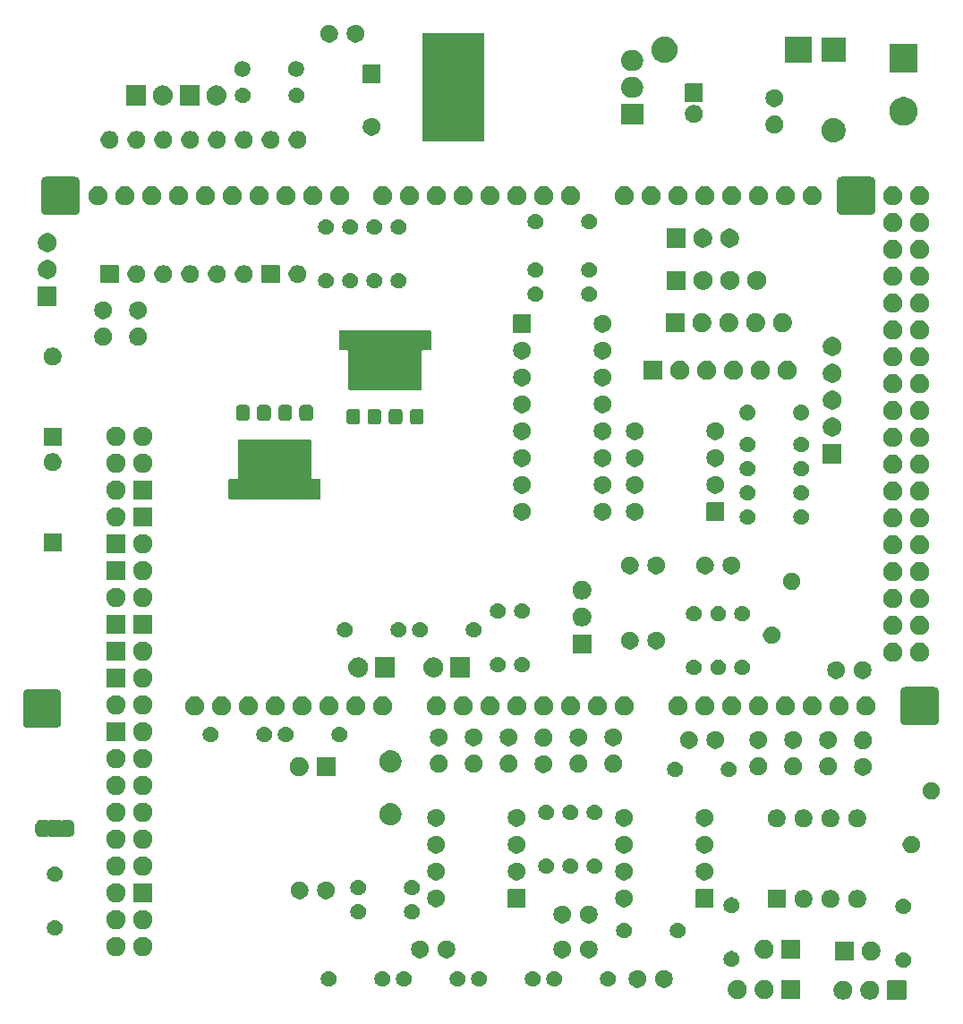
<source format=gts>
G04 #@! TF.GenerationSoftware,KiCad,Pcbnew,9.0.2*
G04 #@! TF.CreationDate,2025-05-27T17:03:47+02:00*
G04 #@! TF.ProjectId,v0.4.3d,76302e34-2e33-4642-9e6b-696361645f70,4d*
G04 #@! TF.SameCoordinates,Original*
G04 #@! TF.FileFunction,Soldermask,Top*
G04 #@! TF.FilePolarity,Negative*
%FSLAX46Y46*%
G04 Gerber Fmt 4.6, Leading zero omitted, Abs format (unit mm)*
G04 Created by KiCad (PCBNEW 9.0.2) date 2025-05-27 17:03:47*
%MOMM*%
%LPD*%
G01*
G04 APERTURE LIST*
G04 APERTURE END LIST*
G36*
X205223517Y-131234882D02*
G01*
X205240062Y-131245938D01*
X205251118Y-131262483D01*
X205255000Y-131282000D01*
X205255000Y-132982000D01*
X205251118Y-133001517D01*
X205240062Y-133018062D01*
X205223517Y-133029118D01*
X205204000Y-133033000D01*
X203504000Y-133033000D01*
X203484483Y-133029118D01*
X203467938Y-133018062D01*
X203456882Y-133001517D01*
X203453000Y-132982000D01*
X203453000Y-131282000D01*
X203456882Y-131262483D01*
X203467938Y-131245938D01*
X203484483Y-131234882D01*
X203504000Y-131231000D01*
X205204000Y-131231000D01*
X205223517Y-131234882D01*
G37*
G36*
X199535546Y-131269797D02*
G01*
X199698728Y-131337389D01*
X199845588Y-131435518D01*
X199970482Y-131560412D01*
X200068611Y-131707272D01*
X200136203Y-131870454D01*
X200170661Y-132043687D01*
X200170661Y-132220313D01*
X200136203Y-132393546D01*
X200068611Y-132556728D01*
X199970482Y-132703588D01*
X199845588Y-132828482D01*
X199698728Y-132926611D01*
X199535546Y-132994203D01*
X199362313Y-133028661D01*
X199185687Y-133028661D01*
X199012454Y-132994203D01*
X198849272Y-132926611D01*
X198702412Y-132828482D01*
X198577518Y-132703588D01*
X198479389Y-132556728D01*
X198411797Y-132393546D01*
X198377339Y-132220313D01*
X198377339Y-132043687D01*
X198411797Y-131870454D01*
X198479389Y-131707272D01*
X198577518Y-131560412D01*
X198702412Y-131435518D01*
X198849272Y-131337389D01*
X199012454Y-131269797D01*
X199185687Y-131235339D01*
X199362313Y-131235339D01*
X199535546Y-131269797D01*
G37*
G36*
X202075546Y-131269797D02*
G01*
X202238728Y-131337389D01*
X202385588Y-131435518D01*
X202510482Y-131560412D01*
X202608611Y-131707272D01*
X202676203Y-131870454D01*
X202710661Y-132043687D01*
X202710661Y-132220313D01*
X202676203Y-132393546D01*
X202608611Y-132556728D01*
X202510482Y-132703588D01*
X202385588Y-132828482D01*
X202238728Y-132926611D01*
X202075546Y-132994203D01*
X201902313Y-133028661D01*
X201725687Y-133028661D01*
X201552454Y-132994203D01*
X201389272Y-132926611D01*
X201242412Y-132828482D01*
X201117518Y-132703588D01*
X201019389Y-132556728D01*
X200951797Y-132393546D01*
X200917339Y-132220313D01*
X200917339Y-132043687D01*
X200951797Y-131870454D01*
X201019389Y-131707272D01*
X201117518Y-131560412D01*
X201242412Y-131435518D01*
X201389272Y-131337389D01*
X201552454Y-131269797D01*
X201725687Y-131235339D01*
X201902313Y-131235339D01*
X202075546Y-131269797D01*
G37*
G36*
X195223517Y-131182882D02*
G01*
X195240062Y-131193938D01*
X195251118Y-131210483D01*
X195255000Y-131230000D01*
X195255000Y-132930000D01*
X195251118Y-132949517D01*
X195240062Y-132966062D01*
X195223517Y-132977118D01*
X195204000Y-132981000D01*
X193504000Y-132981000D01*
X193484483Y-132977118D01*
X193467938Y-132966062D01*
X193456882Y-132949517D01*
X193453000Y-132930000D01*
X193453000Y-131230000D01*
X193456882Y-131210483D01*
X193467938Y-131193938D01*
X193484483Y-131182882D01*
X193504000Y-131179000D01*
X195204000Y-131179000D01*
X195223517Y-131182882D01*
G37*
G36*
X189535546Y-131217797D02*
G01*
X189698728Y-131285389D01*
X189845588Y-131383518D01*
X189970482Y-131508412D01*
X190068611Y-131655272D01*
X190136203Y-131818454D01*
X190170661Y-131991687D01*
X190170661Y-132168313D01*
X190136203Y-132341546D01*
X190068611Y-132504728D01*
X189970482Y-132651588D01*
X189845588Y-132776482D01*
X189698728Y-132874611D01*
X189535546Y-132942203D01*
X189362313Y-132976661D01*
X189185687Y-132976661D01*
X189012454Y-132942203D01*
X188849272Y-132874611D01*
X188702412Y-132776482D01*
X188577518Y-132651588D01*
X188479389Y-132504728D01*
X188411797Y-132341546D01*
X188377339Y-132168313D01*
X188377339Y-131991687D01*
X188411797Y-131818454D01*
X188479389Y-131655272D01*
X188577518Y-131508412D01*
X188702412Y-131383518D01*
X188849272Y-131285389D01*
X189012454Y-131217797D01*
X189185687Y-131183339D01*
X189362313Y-131183339D01*
X189535546Y-131217797D01*
G37*
G36*
X192075546Y-131217797D02*
G01*
X192238728Y-131285389D01*
X192385588Y-131383518D01*
X192510482Y-131508412D01*
X192608611Y-131655272D01*
X192676203Y-131818454D01*
X192710661Y-131991687D01*
X192710661Y-132168313D01*
X192676203Y-132341546D01*
X192608611Y-132504728D01*
X192510482Y-132651588D01*
X192385588Y-132776482D01*
X192238728Y-132874611D01*
X192075546Y-132942203D01*
X191902313Y-132976661D01*
X191725687Y-132976661D01*
X191552454Y-132942203D01*
X191389272Y-132874611D01*
X191242412Y-132776482D01*
X191117518Y-132651588D01*
X191019389Y-132504728D01*
X190951797Y-132341546D01*
X190917339Y-132168313D01*
X190917339Y-131991687D01*
X190951797Y-131818454D01*
X191019389Y-131655272D01*
X191117518Y-131508412D01*
X191242412Y-131383518D01*
X191389272Y-131285389D01*
X191552454Y-131217797D01*
X191725687Y-131183339D01*
X191902313Y-131183339D01*
X192075546Y-131217797D01*
G37*
G36*
X180079032Y-130249644D02*
G01*
X180233159Y-130313485D01*
X180371869Y-130406168D01*
X180489832Y-130524131D01*
X180582515Y-130662841D01*
X180646356Y-130816968D01*
X180678902Y-130980587D01*
X180678902Y-131147413D01*
X180646356Y-131311032D01*
X180582515Y-131465159D01*
X180489832Y-131603869D01*
X180371869Y-131721832D01*
X180233159Y-131814515D01*
X180079032Y-131878356D01*
X179915413Y-131910902D01*
X179748587Y-131910902D01*
X179584968Y-131878356D01*
X179430841Y-131814515D01*
X179292131Y-131721832D01*
X179174168Y-131603869D01*
X179081485Y-131465159D01*
X179017644Y-131311032D01*
X178985098Y-131147413D01*
X178985098Y-130980587D01*
X179017644Y-130816968D01*
X179081485Y-130662841D01*
X179174168Y-130524131D01*
X179292131Y-130406168D01*
X179430841Y-130313485D01*
X179584968Y-130249644D01*
X179748587Y-130217098D01*
X179915413Y-130217098D01*
X180079032Y-130249644D01*
G37*
G36*
X182579032Y-130249644D02*
G01*
X182733159Y-130313485D01*
X182871869Y-130406168D01*
X182989832Y-130524131D01*
X183082515Y-130662841D01*
X183146356Y-130816968D01*
X183178902Y-130980587D01*
X183178902Y-131147413D01*
X183146356Y-131311032D01*
X183082515Y-131465159D01*
X182989832Y-131603869D01*
X182871869Y-131721832D01*
X182733159Y-131814515D01*
X182579032Y-131878356D01*
X182415413Y-131910902D01*
X182248587Y-131910902D01*
X182084968Y-131878356D01*
X181930841Y-131814515D01*
X181792131Y-131721832D01*
X181674168Y-131603869D01*
X181581485Y-131465159D01*
X181517644Y-131311032D01*
X181485098Y-131147413D01*
X181485098Y-130980587D01*
X181517644Y-130816968D01*
X181581485Y-130662841D01*
X181674168Y-130524131D01*
X181792131Y-130406168D01*
X181930841Y-130313485D01*
X182084968Y-130249644D01*
X182248587Y-130217098D01*
X182415413Y-130217098D01*
X182579032Y-130249644D01*
G37*
G36*
X150840004Y-130345338D02*
G01*
X150976019Y-130401677D01*
X151098429Y-130483469D01*
X151202531Y-130587571D01*
X151284323Y-130709981D01*
X151340662Y-130845996D01*
X151369384Y-130990389D01*
X151369384Y-131137611D01*
X151340662Y-131282004D01*
X151284323Y-131418019D01*
X151202531Y-131540429D01*
X151098429Y-131644531D01*
X150976019Y-131726323D01*
X150840004Y-131782662D01*
X150695611Y-131811384D01*
X150548389Y-131811384D01*
X150403996Y-131782662D01*
X150267981Y-131726323D01*
X150145571Y-131644531D01*
X150041469Y-131540429D01*
X149959677Y-131418019D01*
X149903338Y-131282004D01*
X149874616Y-131137611D01*
X149874616Y-130990389D01*
X149903338Y-130845996D01*
X149959677Y-130709981D01*
X150041469Y-130587571D01*
X150145571Y-130483469D01*
X150267981Y-130401677D01*
X150403996Y-130345338D01*
X150548389Y-130316616D01*
X150695611Y-130316616D01*
X150840004Y-130345338D01*
G37*
G36*
X155920004Y-130345338D02*
G01*
X156056019Y-130401677D01*
X156178429Y-130483469D01*
X156282531Y-130587571D01*
X156364323Y-130709981D01*
X156420662Y-130845996D01*
X156449384Y-130990389D01*
X156449384Y-131137611D01*
X156420662Y-131282004D01*
X156364323Y-131418019D01*
X156282531Y-131540429D01*
X156178429Y-131644531D01*
X156056019Y-131726323D01*
X155920004Y-131782662D01*
X155775611Y-131811384D01*
X155628389Y-131811384D01*
X155483996Y-131782662D01*
X155347981Y-131726323D01*
X155225571Y-131644531D01*
X155121469Y-131540429D01*
X155039677Y-131418019D01*
X154983338Y-131282004D01*
X154954616Y-131137611D01*
X154954616Y-130990389D01*
X154983338Y-130845996D01*
X155039677Y-130709981D01*
X155121469Y-130587571D01*
X155225571Y-130483469D01*
X155347981Y-130401677D01*
X155483996Y-130345338D01*
X155628389Y-130316616D01*
X155775611Y-130316616D01*
X155920004Y-130345338D01*
G37*
G36*
X157952004Y-130345338D02*
G01*
X158088019Y-130401677D01*
X158210429Y-130483469D01*
X158314531Y-130587571D01*
X158396323Y-130709981D01*
X158452662Y-130845996D01*
X158481384Y-130990389D01*
X158481384Y-131137611D01*
X158452662Y-131282004D01*
X158396323Y-131418019D01*
X158314531Y-131540429D01*
X158210429Y-131644531D01*
X158088019Y-131726323D01*
X157952004Y-131782662D01*
X157807611Y-131811384D01*
X157660389Y-131811384D01*
X157515996Y-131782662D01*
X157379981Y-131726323D01*
X157257571Y-131644531D01*
X157153469Y-131540429D01*
X157071677Y-131418019D01*
X157015338Y-131282004D01*
X156986616Y-131137611D01*
X156986616Y-130990389D01*
X157015338Y-130845996D01*
X157071677Y-130709981D01*
X157153469Y-130587571D01*
X157257571Y-130483469D01*
X157379981Y-130401677D01*
X157515996Y-130345338D01*
X157660389Y-130316616D01*
X157807611Y-130316616D01*
X157952004Y-130345338D01*
G37*
G36*
X163032004Y-130345338D02*
G01*
X163168019Y-130401677D01*
X163290429Y-130483469D01*
X163394531Y-130587571D01*
X163476323Y-130709981D01*
X163532662Y-130845996D01*
X163561384Y-130990389D01*
X163561384Y-131137611D01*
X163532662Y-131282004D01*
X163476323Y-131418019D01*
X163394531Y-131540429D01*
X163290429Y-131644531D01*
X163168019Y-131726323D01*
X163032004Y-131782662D01*
X162887611Y-131811384D01*
X162740389Y-131811384D01*
X162595996Y-131782662D01*
X162459981Y-131726323D01*
X162337571Y-131644531D01*
X162233469Y-131540429D01*
X162151677Y-131418019D01*
X162095338Y-131282004D01*
X162066616Y-131137611D01*
X162066616Y-130990389D01*
X162095338Y-130845996D01*
X162151677Y-130709981D01*
X162233469Y-130587571D01*
X162337571Y-130483469D01*
X162459981Y-130401677D01*
X162595996Y-130345338D01*
X162740389Y-130316616D01*
X162887611Y-130316616D01*
X163032004Y-130345338D01*
G37*
G36*
X165064004Y-130345338D02*
G01*
X165200019Y-130401677D01*
X165322429Y-130483469D01*
X165426531Y-130587571D01*
X165508323Y-130709981D01*
X165564662Y-130845996D01*
X165593384Y-130990389D01*
X165593384Y-131137611D01*
X165564662Y-131282004D01*
X165508323Y-131418019D01*
X165426531Y-131540429D01*
X165322429Y-131644531D01*
X165200019Y-131726323D01*
X165064004Y-131782662D01*
X164919611Y-131811384D01*
X164772389Y-131811384D01*
X164627996Y-131782662D01*
X164491981Y-131726323D01*
X164369571Y-131644531D01*
X164265469Y-131540429D01*
X164183677Y-131418019D01*
X164127338Y-131282004D01*
X164098616Y-131137611D01*
X164098616Y-130990389D01*
X164127338Y-130845996D01*
X164183677Y-130709981D01*
X164265469Y-130587571D01*
X164369571Y-130483469D01*
X164491981Y-130401677D01*
X164627996Y-130345338D01*
X164772389Y-130316616D01*
X164919611Y-130316616D01*
X165064004Y-130345338D01*
G37*
G36*
X170144004Y-130345338D02*
G01*
X170280019Y-130401677D01*
X170402429Y-130483469D01*
X170506531Y-130587571D01*
X170588323Y-130709981D01*
X170644662Y-130845996D01*
X170673384Y-130990389D01*
X170673384Y-131137611D01*
X170644662Y-131282004D01*
X170588323Y-131418019D01*
X170506531Y-131540429D01*
X170402429Y-131644531D01*
X170280019Y-131726323D01*
X170144004Y-131782662D01*
X169999611Y-131811384D01*
X169852389Y-131811384D01*
X169707996Y-131782662D01*
X169571981Y-131726323D01*
X169449571Y-131644531D01*
X169345469Y-131540429D01*
X169263677Y-131418019D01*
X169207338Y-131282004D01*
X169178616Y-131137611D01*
X169178616Y-130990389D01*
X169207338Y-130845996D01*
X169263677Y-130709981D01*
X169345469Y-130587571D01*
X169449571Y-130483469D01*
X169571981Y-130401677D01*
X169707996Y-130345338D01*
X169852389Y-130316616D01*
X169999611Y-130316616D01*
X170144004Y-130345338D01*
G37*
G36*
X172176004Y-130345338D02*
G01*
X172312019Y-130401677D01*
X172434429Y-130483469D01*
X172538531Y-130587571D01*
X172620323Y-130709981D01*
X172676662Y-130845996D01*
X172705384Y-130990389D01*
X172705384Y-131137611D01*
X172676662Y-131282004D01*
X172620323Y-131418019D01*
X172538531Y-131540429D01*
X172434429Y-131644531D01*
X172312019Y-131726323D01*
X172176004Y-131782662D01*
X172031611Y-131811384D01*
X171884389Y-131811384D01*
X171739996Y-131782662D01*
X171603981Y-131726323D01*
X171481571Y-131644531D01*
X171377469Y-131540429D01*
X171295677Y-131418019D01*
X171239338Y-131282004D01*
X171210616Y-131137611D01*
X171210616Y-130990389D01*
X171239338Y-130845996D01*
X171295677Y-130709981D01*
X171377469Y-130587571D01*
X171481571Y-130483469D01*
X171603981Y-130401677D01*
X171739996Y-130345338D01*
X171884389Y-130316616D01*
X172031611Y-130316616D01*
X172176004Y-130345338D01*
G37*
G36*
X177256004Y-130345338D02*
G01*
X177392019Y-130401677D01*
X177514429Y-130483469D01*
X177618531Y-130587571D01*
X177700323Y-130709981D01*
X177756662Y-130845996D01*
X177785384Y-130990389D01*
X177785384Y-131137611D01*
X177756662Y-131282004D01*
X177700323Y-131418019D01*
X177618531Y-131540429D01*
X177514429Y-131644531D01*
X177392019Y-131726323D01*
X177256004Y-131782662D01*
X177111611Y-131811384D01*
X176964389Y-131811384D01*
X176819996Y-131782662D01*
X176683981Y-131726323D01*
X176561571Y-131644531D01*
X176457469Y-131540429D01*
X176375677Y-131418019D01*
X176319338Y-131282004D01*
X176290616Y-131137611D01*
X176290616Y-130990389D01*
X176319338Y-130845996D01*
X176375677Y-130709981D01*
X176457469Y-130587571D01*
X176561571Y-130483469D01*
X176683981Y-130401677D01*
X176819996Y-130345338D01*
X176964389Y-130316616D01*
X177111611Y-130316616D01*
X177256004Y-130345338D01*
G37*
G36*
X205196004Y-128567338D02*
G01*
X205332019Y-128623677D01*
X205454429Y-128705469D01*
X205558531Y-128809571D01*
X205640323Y-128931981D01*
X205696662Y-129067996D01*
X205725384Y-129212389D01*
X205725384Y-129359611D01*
X205696662Y-129504004D01*
X205640323Y-129640019D01*
X205558531Y-129762429D01*
X205454429Y-129866531D01*
X205332019Y-129948323D01*
X205196004Y-130004662D01*
X205051611Y-130033384D01*
X204904389Y-130033384D01*
X204759996Y-130004662D01*
X204623981Y-129948323D01*
X204501571Y-129866531D01*
X204397469Y-129762429D01*
X204315677Y-129640019D01*
X204259338Y-129504004D01*
X204230616Y-129359611D01*
X204230616Y-129212389D01*
X204259338Y-129067996D01*
X204315677Y-128931981D01*
X204397469Y-128809571D01*
X204501571Y-128705469D01*
X204623981Y-128623677D01*
X204759996Y-128567338D01*
X204904389Y-128538616D01*
X205051611Y-128538616D01*
X205196004Y-128567338D01*
G37*
G36*
X188940004Y-128467338D02*
G01*
X189076019Y-128523677D01*
X189198429Y-128605469D01*
X189302531Y-128709571D01*
X189384323Y-128831981D01*
X189440662Y-128967996D01*
X189469384Y-129112389D01*
X189469384Y-129259611D01*
X189440662Y-129404004D01*
X189384323Y-129540019D01*
X189302531Y-129662429D01*
X189198429Y-129766531D01*
X189076019Y-129848323D01*
X188940004Y-129904662D01*
X188795611Y-129933384D01*
X188648389Y-129933384D01*
X188503996Y-129904662D01*
X188367981Y-129848323D01*
X188245571Y-129766531D01*
X188141469Y-129662429D01*
X188059677Y-129540019D01*
X188003338Y-129404004D01*
X187974616Y-129259611D01*
X187974616Y-129112389D01*
X188003338Y-128967996D01*
X188059677Y-128831981D01*
X188141469Y-128709571D01*
X188245571Y-128605469D01*
X188367981Y-128523677D01*
X188503996Y-128467338D01*
X188648389Y-128438616D01*
X188795611Y-128438616D01*
X188940004Y-128467338D01*
G37*
G36*
X200259517Y-127534882D02*
G01*
X200276062Y-127545938D01*
X200287118Y-127562483D01*
X200291000Y-127582000D01*
X200291000Y-129282000D01*
X200287118Y-129301517D01*
X200276062Y-129318062D01*
X200259517Y-129329118D01*
X200240000Y-129333000D01*
X198540000Y-129333000D01*
X198520483Y-129329118D01*
X198503938Y-129318062D01*
X198492882Y-129301517D01*
X198489000Y-129282000D01*
X198489000Y-127582000D01*
X198492882Y-127562483D01*
X198503938Y-127545938D01*
X198520483Y-127534882D01*
X198540000Y-127531000D01*
X200240000Y-127531000D01*
X200259517Y-127534882D01*
G37*
G36*
X202191546Y-127569797D02*
G01*
X202354728Y-127637389D01*
X202501588Y-127735518D01*
X202626482Y-127860412D01*
X202724611Y-128007272D01*
X202792203Y-128170454D01*
X202826661Y-128343687D01*
X202826661Y-128520313D01*
X202792203Y-128693546D01*
X202724611Y-128856728D01*
X202626482Y-129003588D01*
X202501588Y-129128482D01*
X202354728Y-129226611D01*
X202191546Y-129294203D01*
X202018313Y-129328661D01*
X201841687Y-129328661D01*
X201668454Y-129294203D01*
X201505272Y-129226611D01*
X201358412Y-129128482D01*
X201233518Y-129003588D01*
X201135389Y-128856728D01*
X201067797Y-128693546D01*
X201033339Y-128520313D01*
X201033339Y-128343687D01*
X201067797Y-128170454D01*
X201135389Y-128007272D01*
X201233518Y-127860412D01*
X201358412Y-127735518D01*
X201505272Y-127637389D01*
X201668454Y-127569797D01*
X201841687Y-127535339D01*
X202018313Y-127535339D01*
X202191546Y-127569797D01*
G37*
G36*
X195223517Y-127372882D02*
G01*
X195240062Y-127383938D01*
X195251118Y-127400483D01*
X195255000Y-127420000D01*
X195255000Y-129120000D01*
X195251118Y-129139517D01*
X195240062Y-129156062D01*
X195223517Y-129167118D01*
X195204000Y-129171000D01*
X193504000Y-129171000D01*
X193484483Y-129167118D01*
X193467938Y-129156062D01*
X193456882Y-129139517D01*
X193453000Y-129120000D01*
X193453000Y-127420000D01*
X193456882Y-127400483D01*
X193467938Y-127383938D01*
X193484483Y-127372882D01*
X193504000Y-127369000D01*
X195204000Y-127369000D01*
X195223517Y-127372882D01*
G37*
G36*
X192075546Y-127407797D02*
G01*
X192238728Y-127475389D01*
X192385588Y-127573518D01*
X192510482Y-127698412D01*
X192608611Y-127845272D01*
X192676203Y-128008454D01*
X192710661Y-128181687D01*
X192710661Y-128358313D01*
X192676203Y-128531546D01*
X192608611Y-128694728D01*
X192510482Y-128841588D01*
X192385588Y-128966482D01*
X192238728Y-129064611D01*
X192075546Y-129132203D01*
X191902313Y-129166661D01*
X191725687Y-129166661D01*
X191552454Y-129132203D01*
X191389272Y-129064611D01*
X191242412Y-128966482D01*
X191117518Y-128841588D01*
X191019389Y-128694728D01*
X190951797Y-128531546D01*
X190917339Y-128358313D01*
X190917339Y-128181687D01*
X190951797Y-128008454D01*
X191019389Y-127845272D01*
X191117518Y-127698412D01*
X191242412Y-127573518D01*
X191389272Y-127475389D01*
X191552454Y-127407797D01*
X191725687Y-127373339D01*
X191902313Y-127373339D01*
X192075546Y-127407797D01*
G37*
G36*
X159505032Y-127455644D02*
G01*
X159659159Y-127519485D01*
X159797869Y-127612168D01*
X159915832Y-127730131D01*
X160008515Y-127868841D01*
X160072356Y-128022968D01*
X160104902Y-128186587D01*
X160104902Y-128353413D01*
X160072356Y-128517032D01*
X160008515Y-128671159D01*
X159915832Y-128809869D01*
X159797869Y-128927832D01*
X159659159Y-129020515D01*
X159505032Y-129084356D01*
X159341413Y-129116902D01*
X159174587Y-129116902D01*
X159010968Y-129084356D01*
X158856841Y-129020515D01*
X158718131Y-128927832D01*
X158600168Y-128809869D01*
X158507485Y-128671159D01*
X158443644Y-128517032D01*
X158411098Y-128353413D01*
X158411098Y-128186587D01*
X158443644Y-128022968D01*
X158507485Y-127868841D01*
X158600168Y-127730131D01*
X158718131Y-127612168D01*
X158856841Y-127519485D01*
X159010968Y-127455644D01*
X159174587Y-127423098D01*
X159341413Y-127423098D01*
X159505032Y-127455644D01*
G37*
G36*
X162005032Y-127455644D02*
G01*
X162159159Y-127519485D01*
X162297869Y-127612168D01*
X162415832Y-127730131D01*
X162508515Y-127868841D01*
X162572356Y-128022968D01*
X162604902Y-128186587D01*
X162604902Y-128353413D01*
X162572356Y-128517032D01*
X162508515Y-128671159D01*
X162415832Y-128809869D01*
X162297869Y-128927832D01*
X162159159Y-129020515D01*
X162005032Y-129084356D01*
X161841413Y-129116902D01*
X161674587Y-129116902D01*
X161510968Y-129084356D01*
X161356841Y-129020515D01*
X161218131Y-128927832D01*
X161100168Y-128809869D01*
X161007485Y-128671159D01*
X160943644Y-128517032D01*
X160911098Y-128353413D01*
X160911098Y-128186587D01*
X160943644Y-128022968D01*
X161007485Y-127868841D01*
X161100168Y-127730131D01*
X161218131Y-127612168D01*
X161356841Y-127519485D01*
X161510968Y-127455644D01*
X161674587Y-127423098D01*
X161841413Y-127423098D01*
X162005032Y-127455644D01*
G37*
G36*
X172967032Y-127455644D02*
G01*
X173121159Y-127519485D01*
X173259869Y-127612168D01*
X173377832Y-127730131D01*
X173470515Y-127868841D01*
X173534356Y-128022968D01*
X173566902Y-128186587D01*
X173566902Y-128353413D01*
X173534356Y-128517032D01*
X173470515Y-128671159D01*
X173377832Y-128809869D01*
X173259869Y-128927832D01*
X173121159Y-129020515D01*
X172967032Y-129084356D01*
X172803413Y-129116902D01*
X172636587Y-129116902D01*
X172472968Y-129084356D01*
X172318841Y-129020515D01*
X172180131Y-128927832D01*
X172062168Y-128809869D01*
X171969485Y-128671159D01*
X171905644Y-128517032D01*
X171873098Y-128353413D01*
X171873098Y-128186587D01*
X171905644Y-128022968D01*
X171969485Y-127868841D01*
X172062168Y-127730131D01*
X172180131Y-127612168D01*
X172318841Y-127519485D01*
X172472968Y-127455644D01*
X172636587Y-127423098D01*
X172803413Y-127423098D01*
X172967032Y-127455644D01*
G37*
G36*
X175467032Y-127455644D02*
G01*
X175621159Y-127519485D01*
X175759869Y-127612168D01*
X175877832Y-127730131D01*
X175970515Y-127868841D01*
X176034356Y-128022968D01*
X176066902Y-128186587D01*
X176066902Y-128353413D01*
X176034356Y-128517032D01*
X175970515Y-128671159D01*
X175877832Y-128809869D01*
X175759869Y-128927832D01*
X175621159Y-129020515D01*
X175467032Y-129084356D01*
X175303413Y-129116902D01*
X175136587Y-129116902D01*
X174972968Y-129084356D01*
X174818841Y-129020515D01*
X174680131Y-128927832D01*
X174562168Y-128809869D01*
X174469485Y-128671159D01*
X174405644Y-128517032D01*
X174373098Y-128353413D01*
X174373098Y-128186587D01*
X174405644Y-128022968D01*
X174469485Y-127868841D01*
X174562168Y-127730131D01*
X174680131Y-127612168D01*
X174818841Y-127519485D01*
X174972968Y-127455644D01*
X175136587Y-127423098D01*
X175303413Y-127423098D01*
X175467032Y-127455644D01*
G37*
G36*
X130765494Y-127124782D02*
G01*
X130931139Y-127193395D01*
X131080216Y-127293005D01*
X131206995Y-127419784D01*
X131306605Y-127568861D01*
X131375218Y-127734506D01*
X131410196Y-127910354D01*
X131410196Y-128089646D01*
X131375218Y-128265494D01*
X131306605Y-128431139D01*
X131206995Y-128580216D01*
X131080216Y-128706995D01*
X130931139Y-128806605D01*
X130765494Y-128875218D01*
X130589646Y-128910196D01*
X130410354Y-128910196D01*
X130234506Y-128875218D01*
X130068861Y-128806605D01*
X129919784Y-128706995D01*
X129793005Y-128580216D01*
X129693395Y-128431139D01*
X129624782Y-128265494D01*
X129589804Y-128089646D01*
X129589804Y-127910354D01*
X129624782Y-127734506D01*
X129693395Y-127568861D01*
X129793005Y-127419784D01*
X129919784Y-127293005D01*
X130068861Y-127193395D01*
X130234506Y-127124782D01*
X130410354Y-127089804D01*
X130589646Y-127089804D01*
X130765494Y-127124782D01*
G37*
G36*
X133305494Y-127124782D02*
G01*
X133471139Y-127193395D01*
X133620216Y-127293005D01*
X133746995Y-127419784D01*
X133846605Y-127568861D01*
X133915218Y-127734506D01*
X133950196Y-127910354D01*
X133950196Y-128089646D01*
X133915218Y-128265494D01*
X133846605Y-128431139D01*
X133746995Y-128580216D01*
X133620216Y-128706995D01*
X133471139Y-128806605D01*
X133305494Y-128875218D01*
X133129646Y-128910196D01*
X132950354Y-128910196D01*
X132774506Y-128875218D01*
X132608861Y-128806605D01*
X132459784Y-128706995D01*
X132333005Y-128580216D01*
X132233395Y-128431139D01*
X132164782Y-128265494D01*
X132129804Y-128089646D01*
X132129804Y-127910354D01*
X132164782Y-127734506D01*
X132233395Y-127568861D01*
X132333005Y-127419784D01*
X132459784Y-127293005D01*
X132608861Y-127193395D01*
X132774506Y-127124782D01*
X132950354Y-127089804D01*
X133129646Y-127089804D01*
X133305494Y-127124782D01*
G37*
G36*
X178780004Y-125773338D02*
G01*
X178916019Y-125829677D01*
X179038429Y-125911469D01*
X179142531Y-126015571D01*
X179224323Y-126137981D01*
X179280662Y-126273996D01*
X179309384Y-126418389D01*
X179309384Y-126565611D01*
X179280662Y-126710004D01*
X179224323Y-126846019D01*
X179142531Y-126968429D01*
X179038429Y-127072531D01*
X178916019Y-127154323D01*
X178780004Y-127210662D01*
X178635611Y-127239384D01*
X178488389Y-127239384D01*
X178343996Y-127210662D01*
X178207981Y-127154323D01*
X178085571Y-127072531D01*
X177981469Y-126968429D01*
X177899677Y-126846019D01*
X177843338Y-126710004D01*
X177814616Y-126565611D01*
X177814616Y-126418389D01*
X177843338Y-126273996D01*
X177899677Y-126137981D01*
X177981469Y-126015571D01*
X178085571Y-125911469D01*
X178207981Y-125829677D01*
X178343996Y-125773338D01*
X178488389Y-125744616D01*
X178635611Y-125744616D01*
X178780004Y-125773338D01*
G37*
G36*
X183860004Y-125773338D02*
G01*
X183996019Y-125829677D01*
X184118429Y-125911469D01*
X184222531Y-126015571D01*
X184304323Y-126137981D01*
X184360662Y-126273996D01*
X184389384Y-126418389D01*
X184389384Y-126565611D01*
X184360662Y-126710004D01*
X184304323Y-126846019D01*
X184222531Y-126968429D01*
X184118429Y-127072531D01*
X183996019Y-127154323D01*
X183860004Y-127210662D01*
X183715611Y-127239384D01*
X183568389Y-127239384D01*
X183423996Y-127210662D01*
X183287981Y-127154323D01*
X183165571Y-127072531D01*
X183061469Y-126968429D01*
X182979677Y-126846019D01*
X182923338Y-126710004D01*
X182894616Y-126565611D01*
X182894616Y-126418389D01*
X182923338Y-126273996D01*
X182979677Y-126137981D01*
X183061469Y-126015571D01*
X183165571Y-125911469D01*
X183287981Y-125829677D01*
X183423996Y-125773338D01*
X183568389Y-125744616D01*
X183715611Y-125744616D01*
X183860004Y-125773338D01*
G37*
G36*
X124932004Y-125519338D02*
G01*
X125068019Y-125575677D01*
X125190429Y-125657469D01*
X125294531Y-125761571D01*
X125376323Y-125883981D01*
X125432662Y-126019996D01*
X125461384Y-126164389D01*
X125461384Y-126311611D01*
X125432662Y-126456004D01*
X125376323Y-126592019D01*
X125294531Y-126714429D01*
X125190429Y-126818531D01*
X125068019Y-126900323D01*
X124932004Y-126956662D01*
X124787611Y-126985384D01*
X124640389Y-126985384D01*
X124495996Y-126956662D01*
X124359981Y-126900323D01*
X124237571Y-126818531D01*
X124133469Y-126714429D01*
X124051677Y-126592019D01*
X123995338Y-126456004D01*
X123966616Y-126311611D01*
X123966616Y-126164389D01*
X123995338Y-126019996D01*
X124051677Y-125883981D01*
X124133469Y-125761571D01*
X124237571Y-125657469D01*
X124359981Y-125575677D01*
X124495996Y-125519338D01*
X124640389Y-125490616D01*
X124787611Y-125490616D01*
X124932004Y-125519338D01*
G37*
G36*
X130765494Y-124584782D02*
G01*
X130931139Y-124653395D01*
X131080216Y-124753005D01*
X131206995Y-124879784D01*
X131306605Y-125028861D01*
X131375218Y-125194506D01*
X131410196Y-125370354D01*
X131410196Y-125549646D01*
X131375218Y-125725494D01*
X131306605Y-125891139D01*
X131206995Y-126040216D01*
X131080216Y-126166995D01*
X130931139Y-126266605D01*
X130765494Y-126335218D01*
X130589646Y-126370196D01*
X130410354Y-126370196D01*
X130234506Y-126335218D01*
X130068861Y-126266605D01*
X129919784Y-126166995D01*
X129793005Y-126040216D01*
X129693395Y-125891139D01*
X129624782Y-125725494D01*
X129589804Y-125549646D01*
X129589804Y-125370354D01*
X129624782Y-125194506D01*
X129693395Y-125028861D01*
X129793005Y-124879784D01*
X129919784Y-124753005D01*
X130068861Y-124653395D01*
X130234506Y-124584782D01*
X130410354Y-124549804D01*
X130589646Y-124549804D01*
X130765494Y-124584782D01*
G37*
G36*
X133305494Y-124584782D02*
G01*
X133471139Y-124653395D01*
X133620216Y-124753005D01*
X133746995Y-124879784D01*
X133846605Y-125028861D01*
X133915218Y-125194506D01*
X133950196Y-125370354D01*
X133950196Y-125549646D01*
X133915218Y-125725494D01*
X133846605Y-125891139D01*
X133746995Y-126040216D01*
X133620216Y-126166995D01*
X133471139Y-126266605D01*
X133305494Y-126335218D01*
X133129646Y-126370196D01*
X132950354Y-126370196D01*
X132774506Y-126335218D01*
X132608861Y-126266605D01*
X132459784Y-126166995D01*
X132333005Y-126040216D01*
X132233395Y-125891139D01*
X132164782Y-125725494D01*
X132129804Y-125549646D01*
X132129804Y-125370354D01*
X132164782Y-125194506D01*
X132233395Y-125028861D01*
X132333005Y-124879784D01*
X132459784Y-124753005D01*
X132608861Y-124653395D01*
X132774506Y-124584782D01*
X132950354Y-124549804D01*
X133129646Y-124549804D01*
X133305494Y-124584782D01*
G37*
G36*
X172967032Y-124153644D02*
G01*
X173121159Y-124217485D01*
X173259869Y-124310168D01*
X173377832Y-124428131D01*
X173470515Y-124566841D01*
X173534356Y-124720968D01*
X173566902Y-124884587D01*
X173566902Y-125051413D01*
X173534356Y-125215032D01*
X173470515Y-125369159D01*
X173377832Y-125507869D01*
X173259869Y-125625832D01*
X173121159Y-125718515D01*
X172967032Y-125782356D01*
X172803413Y-125814902D01*
X172636587Y-125814902D01*
X172472968Y-125782356D01*
X172318841Y-125718515D01*
X172180131Y-125625832D01*
X172062168Y-125507869D01*
X171969485Y-125369159D01*
X171905644Y-125215032D01*
X171873098Y-125051413D01*
X171873098Y-124884587D01*
X171905644Y-124720968D01*
X171969485Y-124566841D01*
X172062168Y-124428131D01*
X172180131Y-124310168D01*
X172318841Y-124217485D01*
X172472968Y-124153644D01*
X172636587Y-124121098D01*
X172803413Y-124121098D01*
X172967032Y-124153644D01*
G37*
G36*
X175467032Y-124153644D02*
G01*
X175621159Y-124217485D01*
X175759869Y-124310168D01*
X175877832Y-124428131D01*
X175970515Y-124566841D01*
X176034356Y-124720968D01*
X176066902Y-124884587D01*
X176066902Y-125051413D01*
X176034356Y-125215032D01*
X175970515Y-125369159D01*
X175877832Y-125507869D01*
X175759869Y-125625832D01*
X175621159Y-125718515D01*
X175467032Y-125782356D01*
X175303413Y-125814902D01*
X175136587Y-125814902D01*
X174972968Y-125782356D01*
X174818841Y-125718515D01*
X174680131Y-125625832D01*
X174562168Y-125507869D01*
X174469485Y-125369159D01*
X174405644Y-125215032D01*
X174373098Y-125051413D01*
X174373098Y-124884587D01*
X174405644Y-124720968D01*
X174469485Y-124566841D01*
X174562168Y-124428131D01*
X174680131Y-124310168D01*
X174818841Y-124217485D01*
X174972968Y-124153644D01*
X175136587Y-124121098D01*
X175303413Y-124121098D01*
X175467032Y-124153644D01*
G37*
G36*
X153634004Y-123995338D02*
G01*
X153770019Y-124051677D01*
X153892429Y-124133469D01*
X153996531Y-124237571D01*
X154078323Y-124359981D01*
X154134662Y-124495996D01*
X154163384Y-124640389D01*
X154163384Y-124787611D01*
X154134662Y-124932004D01*
X154078323Y-125068019D01*
X153996531Y-125190429D01*
X153892429Y-125294531D01*
X153770019Y-125376323D01*
X153634004Y-125432662D01*
X153489611Y-125461384D01*
X153342389Y-125461384D01*
X153197996Y-125432662D01*
X153061981Y-125376323D01*
X152939571Y-125294531D01*
X152835469Y-125190429D01*
X152753677Y-125068019D01*
X152697338Y-124932004D01*
X152668616Y-124787611D01*
X152668616Y-124640389D01*
X152697338Y-124495996D01*
X152753677Y-124359981D01*
X152835469Y-124237571D01*
X152939571Y-124133469D01*
X153061981Y-124051677D01*
X153197996Y-123995338D01*
X153342389Y-123966616D01*
X153489611Y-123966616D01*
X153634004Y-123995338D01*
G37*
G36*
X158714004Y-123995338D02*
G01*
X158850019Y-124051677D01*
X158972429Y-124133469D01*
X159076531Y-124237571D01*
X159158323Y-124359981D01*
X159214662Y-124495996D01*
X159243384Y-124640389D01*
X159243384Y-124787611D01*
X159214662Y-124932004D01*
X159158323Y-125068019D01*
X159076531Y-125190429D01*
X158972429Y-125294531D01*
X158850019Y-125376323D01*
X158714004Y-125432662D01*
X158569611Y-125461384D01*
X158422389Y-125461384D01*
X158277996Y-125432662D01*
X158141981Y-125376323D01*
X158019571Y-125294531D01*
X157915469Y-125190429D01*
X157833677Y-125068019D01*
X157777338Y-124932004D01*
X157748616Y-124787611D01*
X157748616Y-124640389D01*
X157777338Y-124495996D01*
X157833677Y-124359981D01*
X157915469Y-124237571D01*
X158019571Y-124133469D01*
X158141981Y-124051677D01*
X158277996Y-123995338D01*
X158422389Y-123966616D01*
X158569611Y-123966616D01*
X158714004Y-123995338D01*
G37*
G36*
X205196004Y-123487338D02*
G01*
X205332019Y-123543677D01*
X205454429Y-123625469D01*
X205558531Y-123729571D01*
X205640323Y-123851981D01*
X205696662Y-123987996D01*
X205725384Y-124132389D01*
X205725384Y-124279611D01*
X205696662Y-124424004D01*
X205640323Y-124560019D01*
X205558531Y-124682429D01*
X205454429Y-124786531D01*
X205332019Y-124868323D01*
X205196004Y-124924662D01*
X205051611Y-124953384D01*
X204904389Y-124953384D01*
X204759996Y-124924662D01*
X204623981Y-124868323D01*
X204501571Y-124786531D01*
X204397469Y-124682429D01*
X204315677Y-124560019D01*
X204259338Y-124424004D01*
X204230616Y-124279611D01*
X204230616Y-124132389D01*
X204259338Y-123987996D01*
X204315677Y-123851981D01*
X204397469Y-123729571D01*
X204501571Y-123625469D01*
X204623981Y-123543677D01*
X204759996Y-123487338D01*
X204904389Y-123458616D01*
X205051611Y-123458616D01*
X205196004Y-123487338D01*
G37*
G36*
X188940004Y-123387338D02*
G01*
X189076019Y-123443677D01*
X189198429Y-123525469D01*
X189302531Y-123629571D01*
X189384323Y-123751981D01*
X189440662Y-123887996D01*
X189469384Y-124032389D01*
X189469384Y-124179611D01*
X189440662Y-124324004D01*
X189384323Y-124460019D01*
X189302531Y-124582429D01*
X189198429Y-124686531D01*
X189076019Y-124768323D01*
X188940004Y-124824662D01*
X188795611Y-124853384D01*
X188648389Y-124853384D01*
X188503996Y-124824662D01*
X188367981Y-124768323D01*
X188245571Y-124686531D01*
X188141469Y-124582429D01*
X188059677Y-124460019D01*
X188003338Y-124324004D01*
X187974616Y-124179611D01*
X187974616Y-124032389D01*
X188003338Y-123887996D01*
X188059677Y-123751981D01*
X188141469Y-123629571D01*
X188245571Y-123525469D01*
X188367981Y-123443677D01*
X188503996Y-123387338D01*
X188648389Y-123358616D01*
X188795611Y-123358616D01*
X188940004Y-123387338D01*
G37*
G36*
X193819517Y-122652882D02*
G01*
X193836062Y-122663938D01*
X193847118Y-122680483D01*
X193851000Y-122700000D01*
X193851000Y-124300000D01*
X193847118Y-124319517D01*
X193836062Y-124336062D01*
X193819517Y-124347118D01*
X193800000Y-124351000D01*
X192200000Y-124351000D01*
X192180483Y-124347118D01*
X192163938Y-124336062D01*
X192152882Y-124319517D01*
X192149000Y-124300000D01*
X192149000Y-122700000D01*
X192152882Y-122680483D01*
X192163938Y-122663938D01*
X192180483Y-122652882D01*
X192200000Y-122649000D01*
X193800000Y-122649000D01*
X193819517Y-122652882D01*
G37*
G36*
X195787032Y-122685644D02*
G01*
X195941159Y-122749485D01*
X196079869Y-122842168D01*
X196197832Y-122960131D01*
X196290515Y-123098841D01*
X196354356Y-123252968D01*
X196386902Y-123416587D01*
X196386902Y-123583413D01*
X196354356Y-123747032D01*
X196290515Y-123901159D01*
X196197832Y-124039869D01*
X196079869Y-124157832D01*
X195941159Y-124250515D01*
X195787032Y-124314356D01*
X195623413Y-124346902D01*
X195456587Y-124346902D01*
X195292968Y-124314356D01*
X195138841Y-124250515D01*
X195000131Y-124157832D01*
X194882168Y-124039869D01*
X194789485Y-123901159D01*
X194725644Y-123747032D01*
X194693098Y-123583413D01*
X194693098Y-123416587D01*
X194725644Y-123252968D01*
X194789485Y-123098841D01*
X194882168Y-122960131D01*
X195000131Y-122842168D01*
X195138841Y-122749485D01*
X195292968Y-122685644D01*
X195456587Y-122653098D01*
X195623413Y-122653098D01*
X195787032Y-122685644D01*
G37*
G36*
X198327032Y-122685644D02*
G01*
X198481159Y-122749485D01*
X198619869Y-122842168D01*
X198737832Y-122960131D01*
X198830515Y-123098841D01*
X198894356Y-123252968D01*
X198926902Y-123416587D01*
X198926902Y-123583413D01*
X198894356Y-123747032D01*
X198830515Y-123901159D01*
X198737832Y-124039869D01*
X198619869Y-124157832D01*
X198481159Y-124250515D01*
X198327032Y-124314356D01*
X198163413Y-124346902D01*
X197996587Y-124346902D01*
X197832968Y-124314356D01*
X197678841Y-124250515D01*
X197540131Y-124157832D01*
X197422168Y-124039869D01*
X197329485Y-123901159D01*
X197265644Y-123747032D01*
X197233098Y-123583413D01*
X197233098Y-123416587D01*
X197265644Y-123252968D01*
X197329485Y-123098841D01*
X197422168Y-122960131D01*
X197540131Y-122842168D01*
X197678841Y-122749485D01*
X197832968Y-122685644D01*
X197996587Y-122653098D01*
X198163413Y-122653098D01*
X198327032Y-122685644D01*
G37*
G36*
X200867032Y-122685644D02*
G01*
X201021159Y-122749485D01*
X201159869Y-122842168D01*
X201277832Y-122960131D01*
X201370515Y-123098841D01*
X201434356Y-123252968D01*
X201466902Y-123416587D01*
X201466902Y-123583413D01*
X201434356Y-123747032D01*
X201370515Y-123901159D01*
X201277832Y-124039869D01*
X201159869Y-124157832D01*
X201021159Y-124250515D01*
X200867032Y-124314356D01*
X200703413Y-124346902D01*
X200536587Y-124346902D01*
X200372968Y-124314356D01*
X200218841Y-124250515D01*
X200080131Y-124157832D01*
X199962168Y-124039869D01*
X199869485Y-123901159D01*
X199805644Y-123747032D01*
X199773098Y-123583413D01*
X199773098Y-123416587D01*
X199805644Y-123252968D01*
X199869485Y-123098841D01*
X199962168Y-122960131D01*
X200080131Y-122842168D01*
X200218841Y-122749485D01*
X200372968Y-122685644D01*
X200536587Y-122653098D01*
X200703413Y-122653098D01*
X200867032Y-122685644D01*
G37*
G36*
X169221517Y-122596882D02*
G01*
X169238062Y-122607938D01*
X169249118Y-122624483D01*
X169253000Y-122644000D01*
X169253000Y-124244000D01*
X169249118Y-124263517D01*
X169238062Y-124280062D01*
X169221517Y-124291118D01*
X169202000Y-124295000D01*
X167602000Y-124295000D01*
X167582483Y-124291118D01*
X167565938Y-124280062D01*
X167554882Y-124263517D01*
X167551000Y-124244000D01*
X167551000Y-122644000D01*
X167554882Y-122624483D01*
X167565938Y-122607938D01*
X167582483Y-122596882D01*
X167602000Y-122593000D01*
X169202000Y-122593000D01*
X169221517Y-122596882D01*
G37*
G36*
X187001517Y-122596882D02*
G01*
X187018062Y-122607938D01*
X187029118Y-122624483D01*
X187033000Y-122644000D01*
X187033000Y-124244000D01*
X187029118Y-124263517D01*
X187018062Y-124280062D01*
X187001517Y-124291118D01*
X186982000Y-124295000D01*
X185382000Y-124295000D01*
X185362483Y-124291118D01*
X185345938Y-124280062D01*
X185334882Y-124263517D01*
X185331000Y-124244000D01*
X185331000Y-122644000D01*
X185334882Y-122624483D01*
X185345938Y-122607938D01*
X185362483Y-122596882D01*
X185382000Y-122593000D01*
X186982000Y-122593000D01*
X187001517Y-122596882D01*
G37*
G36*
X161029032Y-122629644D02*
G01*
X161183159Y-122693485D01*
X161321869Y-122786168D01*
X161439832Y-122904131D01*
X161532515Y-123042841D01*
X161596356Y-123196968D01*
X161628902Y-123360587D01*
X161628902Y-123527413D01*
X161596356Y-123691032D01*
X161532515Y-123845159D01*
X161439832Y-123983869D01*
X161321869Y-124101832D01*
X161183159Y-124194515D01*
X161029032Y-124258356D01*
X160865413Y-124290902D01*
X160698587Y-124290902D01*
X160534968Y-124258356D01*
X160380841Y-124194515D01*
X160242131Y-124101832D01*
X160124168Y-123983869D01*
X160031485Y-123845159D01*
X159967644Y-123691032D01*
X159935098Y-123527413D01*
X159935098Y-123360587D01*
X159967644Y-123196968D01*
X160031485Y-123042841D01*
X160124168Y-122904131D01*
X160242131Y-122786168D01*
X160380841Y-122693485D01*
X160534968Y-122629644D01*
X160698587Y-122597098D01*
X160865413Y-122597098D01*
X161029032Y-122629644D01*
G37*
G36*
X178809032Y-122629644D02*
G01*
X178963159Y-122693485D01*
X179101869Y-122786168D01*
X179219832Y-122904131D01*
X179312515Y-123042841D01*
X179376356Y-123196968D01*
X179408902Y-123360587D01*
X179408902Y-123527413D01*
X179376356Y-123691032D01*
X179312515Y-123845159D01*
X179219832Y-123983869D01*
X179101869Y-124101832D01*
X178963159Y-124194515D01*
X178809032Y-124258356D01*
X178645413Y-124290902D01*
X178478587Y-124290902D01*
X178314968Y-124258356D01*
X178160841Y-124194515D01*
X178022131Y-124101832D01*
X177904168Y-123983869D01*
X177811485Y-123845159D01*
X177747644Y-123691032D01*
X177715098Y-123527413D01*
X177715098Y-123360587D01*
X177747644Y-123196968D01*
X177811485Y-123042841D01*
X177904168Y-122904131D01*
X178022131Y-122786168D01*
X178160841Y-122693485D01*
X178314968Y-122629644D01*
X178478587Y-122597098D01*
X178645413Y-122597098D01*
X178809032Y-122629644D01*
G37*
G36*
X133923117Y-122009282D02*
G01*
X133939662Y-122020338D01*
X133950718Y-122036883D01*
X133954600Y-122056400D01*
X133954600Y-123783600D01*
X133950718Y-123803117D01*
X133939662Y-123819662D01*
X133923117Y-123830718D01*
X133903600Y-123834600D01*
X132176400Y-123834600D01*
X132156883Y-123830718D01*
X132140338Y-123819662D01*
X132129282Y-123803117D01*
X132125400Y-123783600D01*
X132125400Y-122056400D01*
X132129282Y-122036883D01*
X132140338Y-122020338D01*
X132156883Y-122009282D01*
X132176400Y-122005400D01*
X133903600Y-122005400D01*
X133923117Y-122009282D01*
G37*
G36*
X130765494Y-122044782D02*
G01*
X130931139Y-122113395D01*
X131080216Y-122213005D01*
X131206995Y-122339784D01*
X131306605Y-122488861D01*
X131375218Y-122654506D01*
X131410196Y-122830354D01*
X131410196Y-123009646D01*
X131375218Y-123185494D01*
X131306605Y-123351139D01*
X131206995Y-123500216D01*
X131080216Y-123626995D01*
X130931139Y-123726605D01*
X130765494Y-123795218D01*
X130589646Y-123830196D01*
X130410354Y-123830196D01*
X130234506Y-123795218D01*
X130068861Y-123726605D01*
X129919784Y-123626995D01*
X129793005Y-123500216D01*
X129693395Y-123351139D01*
X129624782Y-123185494D01*
X129589804Y-123009646D01*
X129589804Y-122830354D01*
X129624782Y-122654506D01*
X129693395Y-122488861D01*
X129793005Y-122339784D01*
X129919784Y-122213005D01*
X130068861Y-122113395D01*
X130234506Y-122044782D01*
X130410354Y-122009804D01*
X130589646Y-122009804D01*
X130765494Y-122044782D01*
G37*
G36*
X148115032Y-121867644D02*
G01*
X148269159Y-121931485D01*
X148407869Y-122024168D01*
X148525832Y-122142131D01*
X148618515Y-122280841D01*
X148682356Y-122434968D01*
X148714902Y-122598587D01*
X148714902Y-122765413D01*
X148682356Y-122929032D01*
X148618515Y-123083159D01*
X148525832Y-123221869D01*
X148407869Y-123339832D01*
X148269159Y-123432515D01*
X148115032Y-123496356D01*
X147951413Y-123528902D01*
X147784587Y-123528902D01*
X147620968Y-123496356D01*
X147466841Y-123432515D01*
X147328131Y-123339832D01*
X147210168Y-123221869D01*
X147117485Y-123083159D01*
X147053644Y-122929032D01*
X147021098Y-122765413D01*
X147021098Y-122598587D01*
X147053644Y-122434968D01*
X147117485Y-122280841D01*
X147210168Y-122142131D01*
X147328131Y-122024168D01*
X147466841Y-121931485D01*
X147620968Y-121867644D01*
X147784587Y-121835098D01*
X147951413Y-121835098D01*
X148115032Y-121867644D01*
G37*
G36*
X150615032Y-121867644D02*
G01*
X150769159Y-121931485D01*
X150907869Y-122024168D01*
X151025832Y-122142131D01*
X151118515Y-122280841D01*
X151182356Y-122434968D01*
X151214902Y-122598587D01*
X151214902Y-122765413D01*
X151182356Y-122929032D01*
X151118515Y-123083159D01*
X151025832Y-123221869D01*
X150907869Y-123339832D01*
X150769159Y-123432515D01*
X150615032Y-123496356D01*
X150451413Y-123528902D01*
X150284587Y-123528902D01*
X150120968Y-123496356D01*
X149966841Y-123432515D01*
X149828131Y-123339832D01*
X149710168Y-123221869D01*
X149617485Y-123083159D01*
X149553644Y-122929032D01*
X149521098Y-122765413D01*
X149521098Y-122598587D01*
X149553644Y-122434968D01*
X149617485Y-122280841D01*
X149710168Y-122142131D01*
X149828131Y-122024168D01*
X149966841Y-121931485D01*
X150120968Y-121867644D01*
X150284587Y-121835098D01*
X150451413Y-121835098D01*
X150615032Y-121867644D01*
G37*
G36*
X153634004Y-121709338D02*
G01*
X153770019Y-121765677D01*
X153892429Y-121847469D01*
X153996531Y-121951571D01*
X154078323Y-122073981D01*
X154134662Y-122209996D01*
X154163384Y-122354389D01*
X154163384Y-122501611D01*
X154134662Y-122646004D01*
X154078323Y-122782019D01*
X153996531Y-122904429D01*
X153892429Y-123008531D01*
X153770019Y-123090323D01*
X153634004Y-123146662D01*
X153489611Y-123175384D01*
X153342389Y-123175384D01*
X153197996Y-123146662D01*
X153061981Y-123090323D01*
X152939571Y-123008531D01*
X152835469Y-122904429D01*
X152753677Y-122782019D01*
X152697338Y-122646004D01*
X152668616Y-122501611D01*
X152668616Y-122354389D01*
X152697338Y-122209996D01*
X152753677Y-122073981D01*
X152835469Y-121951571D01*
X152939571Y-121847469D01*
X153061981Y-121765677D01*
X153197996Y-121709338D01*
X153342389Y-121680616D01*
X153489611Y-121680616D01*
X153634004Y-121709338D01*
G37*
G36*
X158714004Y-121709338D02*
G01*
X158850019Y-121765677D01*
X158972429Y-121847469D01*
X159076531Y-121951571D01*
X159158323Y-122073981D01*
X159214662Y-122209996D01*
X159243384Y-122354389D01*
X159243384Y-122501611D01*
X159214662Y-122646004D01*
X159158323Y-122782019D01*
X159076531Y-122904429D01*
X158972429Y-123008531D01*
X158850019Y-123090323D01*
X158714004Y-123146662D01*
X158569611Y-123175384D01*
X158422389Y-123175384D01*
X158277996Y-123146662D01*
X158141981Y-123090323D01*
X158019571Y-123008531D01*
X157915469Y-122904429D01*
X157833677Y-122782019D01*
X157777338Y-122646004D01*
X157748616Y-122501611D01*
X157748616Y-122354389D01*
X157777338Y-122209996D01*
X157833677Y-122073981D01*
X157915469Y-121951571D01*
X158019571Y-121847469D01*
X158141981Y-121765677D01*
X158277996Y-121709338D01*
X158422389Y-121680616D01*
X158569611Y-121680616D01*
X158714004Y-121709338D01*
G37*
G36*
X124932004Y-120439338D02*
G01*
X125068019Y-120495677D01*
X125190429Y-120577469D01*
X125294531Y-120681571D01*
X125376323Y-120803981D01*
X125432662Y-120939996D01*
X125461384Y-121084389D01*
X125461384Y-121231611D01*
X125432662Y-121376004D01*
X125376323Y-121512019D01*
X125294531Y-121634429D01*
X125190429Y-121738531D01*
X125068019Y-121820323D01*
X124932004Y-121876662D01*
X124787611Y-121905384D01*
X124640389Y-121905384D01*
X124495996Y-121876662D01*
X124359981Y-121820323D01*
X124237571Y-121738531D01*
X124133469Y-121634429D01*
X124051677Y-121512019D01*
X123995338Y-121376004D01*
X123966616Y-121231611D01*
X123966616Y-121084389D01*
X123995338Y-120939996D01*
X124051677Y-120803981D01*
X124133469Y-120681571D01*
X124237571Y-120577469D01*
X124359981Y-120495677D01*
X124495996Y-120439338D01*
X124640389Y-120410616D01*
X124787611Y-120410616D01*
X124932004Y-120439338D01*
G37*
G36*
X161029032Y-120089644D02*
G01*
X161183159Y-120153485D01*
X161321869Y-120246168D01*
X161439832Y-120364131D01*
X161532515Y-120502841D01*
X161596356Y-120656968D01*
X161628902Y-120820587D01*
X161628902Y-120987413D01*
X161596356Y-121151032D01*
X161532515Y-121305159D01*
X161439832Y-121443869D01*
X161321869Y-121561832D01*
X161183159Y-121654515D01*
X161029032Y-121718356D01*
X160865413Y-121750902D01*
X160698587Y-121750902D01*
X160534968Y-121718356D01*
X160380841Y-121654515D01*
X160242131Y-121561832D01*
X160124168Y-121443869D01*
X160031485Y-121305159D01*
X159967644Y-121151032D01*
X159935098Y-120987413D01*
X159935098Y-120820587D01*
X159967644Y-120656968D01*
X160031485Y-120502841D01*
X160124168Y-120364131D01*
X160242131Y-120246168D01*
X160380841Y-120153485D01*
X160534968Y-120089644D01*
X160698587Y-120057098D01*
X160865413Y-120057098D01*
X161029032Y-120089644D01*
G37*
G36*
X168649032Y-120089644D02*
G01*
X168803159Y-120153485D01*
X168941869Y-120246168D01*
X169059832Y-120364131D01*
X169152515Y-120502841D01*
X169216356Y-120656968D01*
X169248902Y-120820587D01*
X169248902Y-120987413D01*
X169216356Y-121151032D01*
X169152515Y-121305159D01*
X169059832Y-121443869D01*
X168941869Y-121561832D01*
X168803159Y-121654515D01*
X168649032Y-121718356D01*
X168485413Y-121750902D01*
X168318587Y-121750902D01*
X168154968Y-121718356D01*
X168000841Y-121654515D01*
X167862131Y-121561832D01*
X167744168Y-121443869D01*
X167651485Y-121305159D01*
X167587644Y-121151032D01*
X167555098Y-120987413D01*
X167555098Y-120820587D01*
X167587644Y-120656968D01*
X167651485Y-120502841D01*
X167744168Y-120364131D01*
X167862131Y-120246168D01*
X168000841Y-120153485D01*
X168154968Y-120089644D01*
X168318587Y-120057098D01*
X168485413Y-120057098D01*
X168649032Y-120089644D01*
G37*
G36*
X178809032Y-120089644D02*
G01*
X178963159Y-120153485D01*
X179101869Y-120246168D01*
X179219832Y-120364131D01*
X179312515Y-120502841D01*
X179376356Y-120656968D01*
X179408902Y-120820587D01*
X179408902Y-120987413D01*
X179376356Y-121151032D01*
X179312515Y-121305159D01*
X179219832Y-121443869D01*
X179101869Y-121561832D01*
X178963159Y-121654515D01*
X178809032Y-121718356D01*
X178645413Y-121750902D01*
X178478587Y-121750902D01*
X178314968Y-121718356D01*
X178160841Y-121654515D01*
X178022131Y-121561832D01*
X177904168Y-121443869D01*
X177811485Y-121305159D01*
X177747644Y-121151032D01*
X177715098Y-120987413D01*
X177715098Y-120820587D01*
X177747644Y-120656968D01*
X177811485Y-120502841D01*
X177904168Y-120364131D01*
X178022131Y-120246168D01*
X178160841Y-120153485D01*
X178314968Y-120089644D01*
X178478587Y-120057098D01*
X178645413Y-120057098D01*
X178809032Y-120089644D01*
G37*
G36*
X186429032Y-120089644D02*
G01*
X186583159Y-120153485D01*
X186721869Y-120246168D01*
X186839832Y-120364131D01*
X186932515Y-120502841D01*
X186996356Y-120656968D01*
X187028902Y-120820587D01*
X187028902Y-120987413D01*
X186996356Y-121151032D01*
X186932515Y-121305159D01*
X186839832Y-121443869D01*
X186721869Y-121561832D01*
X186583159Y-121654515D01*
X186429032Y-121718356D01*
X186265413Y-121750902D01*
X186098587Y-121750902D01*
X185934968Y-121718356D01*
X185780841Y-121654515D01*
X185642131Y-121561832D01*
X185524168Y-121443869D01*
X185431485Y-121305159D01*
X185367644Y-121151032D01*
X185335098Y-120987413D01*
X185335098Y-120820587D01*
X185367644Y-120656968D01*
X185431485Y-120502841D01*
X185524168Y-120364131D01*
X185642131Y-120246168D01*
X185780841Y-120153485D01*
X185934968Y-120089644D01*
X186098587Y-120057098D01*
X186265413Y-120057098D01*
X186429032Y-120089644D01*
G37*
G36*
X130765494Y-119504782D02*
G01*
X130931139Y-119573395D01*
X131080216Y-119673005D01*
X131206995Y-119799784D01*
X131306605Y-119948861D01*
X131375218Y-120114506D01*
X131410196Y-120290354D01*
X131410196Y-120469646D01*
X131375218Y-120645494D01*
X131306605Y-120811139D01*
X131206995Y-120960216D01*
X131080216Y-121086995D01*
X130931139Y-121186605D01*
X130765494Y-121255218D01*
X130589646Y-121290196D01*
X130410354Y-121290196D01*
X130234506Y-121255218D01*
X130068861Y-121186605D01*
X129919784Y-121086995D01*
X129793005Y-120960216D01*
X129693395Y-120811139D01*
X129624782Y-120645494D01*
X129589804Y-120469646D01*
X129589804Y-120290354D01*
X129624782Y-120114506D01*
X129693395Y-119948861D01*
X129793005Y-119799784D01*
X129919784Y-119673005D01*
X130068861Y-119573395D01*
X130234506Y-119504782D01*
X130410354Y-119469804D01*
X130589646Y-119469804D01*
X130765494Y-119504782D01*
G37*
G36*
X133305494Y-119504782D02*
G01*
X133471139Y-119573395D01*
X133620216Y-119673005D01*
X133746995Y-119799784D01*
X133846605Y-119948861D01*
X133915218Y-120114506D01*
X133950196Y-120290354D01*
X133950196Y-120469646D01*
X133915218Y-120645494D01*
X133846605Y-120811139D01*
X133746995Y-120960216D01*
X133620216Y-121086995D01*
X133471139Y-121186605D01*
X133305494Y-121255218D01*
X133129646Y-121290196D01*
X132950354Y-121290196D01*
X132774506Y-121255218D01*
X132608861Y-121186605D01*
X132459784Y-121086995D01*
X132333005Y-120960216D01*
X132233395Y-120811139D01*
X132164782Y-120645494D01*
X132129804Y-120469646D01*
X132129804Y-120290354D01*
X132164782Y-120114506D01*
X132233395Y-119948861D01*
X132333005Y-119799784D01*
X132459784Y-119673005D01*
X132608861Y-119573395D01*
X132774506Y-119504782D01*
X132950354Y-119469804D01*
X133129646Y-119469804D01*
X133305494Y-119504782D01*
G37*
G36*
X171414004Y-119677338D02*
G01*
X171550019Y-119733677D01*
X171672429Y-119815469D01*
X171776531Y-119919571D01*
X171858323Y-120041981D01*
X171914662Y-120177996D01*
X171943384Y-120322389D01*
X171943384Y-120469611D01*
X171914662Y-120614004D01*
X171858323Y-120750019D01*
X171776531Y-120872429D01*
X171672429Y-120976531D01*
X171550019Y-121058323D01*
X171414004Y-121114662D01*
X171269611Y-121143384D01*
X171122389Y-121143384D01*
X170977996Y-121114662D01*
X170841981Y-121058323D01*
X170719571Y-120976531D01*
X170615469Y-120872429D01*
X170533677Y-120750019D01*
X170477338Y-120614004D01*
X170448616Y-120469611D01*
X170448616Y-120322389D01*
X170477338Y-120177996D01*
X170533677Y-120041981D01*
X170615469Y-119919571D01*
X170719571Y-119815469D01*
X170841981Y-119733677D01*
X170977996Y-119677338D01*
X171122389Y-119648616D01*
X171269611Y-119648616D01*
X171414004Y-119677338D01*
G37*
G36*
X173700004Y-119677338D02*
G01*
X173836019Y-119733677D01*
X173958429Y-119815469D01*
X174062531Y-119919571D01*
X174144323Y-120041981D01*
X174200662Y-120177996D01*
X174229384Y-120322389D01*
X174229384Y-120469611D01*
X174200662Y-120614004D01*
X174144323Y-120750019D01*
X174062531Y-120872429D01*
X173958429Y-120976531D01*
X173836019Y-121058323D01*
X173700004Y-121114662D01*
X173555611Y-121143384D01*
X173408389Y-121143384D01*
X173263996Y-121114662D01*
X173127981Y-121058323D01*
X173005571Y-120976531D01*
X172901469Y-120872429D01*
X172819677Y-120750019D01*
X172763338Y-120614004D01*
X172734616Y-120469611D01*
X172734616Y-120322389D01*
X172763338Y-120177996D01*
X172819677Y-120041981D01*
X172901469Y-119919571D01*
X173005571Y-119815469D01*
X173127981Y-119733677D01*
X173263996Y-119677338D01*
X173408389Y-119648616D01*
X173555611Y-119648616D01*
X173700004Y-119677338D01*
G37*
G36*
X175986004Y-119677338D02*
G01*
X176122019Y-119733677D01*
X176244429Y-119815469D01*
X176348531Y-119919571D01*
X176430323Y-120041981D01*
X176486662Y-120177996D01*
X176515384Y-120322389D01*
X176515384Y-120469611D01*
X176486662Y-120614004D01*
X176430323Y-120750019D01*
X176348531Y-120872429D01*
X176244429Y-120976531D01*
X176122019Y-121058323D01*
X175986004Y-121114662D01*
X175841611Y-121143384D01*
X175694389Y-121143384D01*
X175549996Y-121114662D01*
X175413981Y-121058323D01*
X175291571Y-120976531D01*
X175187469Y-120872429D01*
X175105677Y-120750019D01*
X175049338Y-120614004D01*
X175020616Y-120469611D01*
X175020616Y-120322389D01*
X175049338Y-120177996D01*
X175105677Y-120041981D01*
X175187469Y-119919571D01*
X175291571Y-119815469D01*
X175413981Y-119733677D01*
X175549996Y-119677338D01*
X175694389Y-119648616D01*
X175841611Y-119648616D01*
X175986004Y-119677338D01*
G37*
G36*
X161029032Y-117549644D02*
G01*
X161183159Y-117613485D01*
X161321869Y-117706168D01*
X161439832Y-117824131D01*
X161532515Y-117962841D01*
X161596356Y-118116968D01*
X161628902Y-118280587D01*
X161628902Y-118447413D01*
X161596356Y-118611032D01*
X161532515Y-118765159D01*
X161439832Y-118903869D01*
X161321869Y-119021832D01*
X161183159Y-119114515D01*
X161029032Y-119178356D01*
X160865413Y-119210902D01*
X160698587Y-119210902D01*
X160534968Y-119178356D01*
X160380841Y-119114515D01*
X160242131Y-119021832D01*
X160124168Y-118903869D01*
X160031485Y-118765159D01*
X159967644Y-118611032D01*
X159935098Y-118447413D01*
X159935098Y-118280587D01*
X159967644Y-118116968D01*
X160031485Y-117962841D01*
X160124168Y-117824131D01*
X160242131Y-117706168D01*
X160380841Y-117613485D01*
X160534968Y-117549644D01*
X160698587Y-117517098D01*
X160865413Y-117517098D01*
X161029032Y-117549644D01*
G37*
G36*
X168649032Y-117549644D02*
G01*
X168803159Y-117613485D01*
X168941869Y-117706168D01*
X169059832Y-117824131D01*
X169152515Y-117962841D01*
X169216356Y-118116968D01*
X169248902Y-118280587D01*
X169248902Y-118447413D01*
X169216356Y-118611032D01*
X169152515Y-118765159D01*
X169059832Y-118903869D01*
X168941869Y-119021832D01*
X168803159Y-119114515D01*
X168649032Y-119178356D01*
X168485413Y-119210902D01*
X168318587Y-119210902D01*
X168154968Y-119178356D01*
X168000841Y-119114515D01*
X167862131Y-119021832D01*
X167744168Y-118903869D01*
X167651485Y-118765159D01*
X167587644Y-118611032D01*
X167555098Y-118447413D01*
X167555098Y-118280587D01*
X167587644Y-118116968D01*
X167651485Y-117962841D01*
X167744168Y-117824131D01*
X167862131Y-117706168D01*
X168000841Y-117613485D01*
X168154968Y-117549644D01*
X168318587Y-117517098D01*
X168485413Y-117517098D01*
X168649032Y-117549644D01*
G37*
G36*
X178809032Y-117549644D02*
G01*
X178963159Y-117613485D01*
X179101869Y-117706168D01*
X179219832Y-117824131D01*
X179312515Y-117962841D01*
X179376356Y-118116968D01*
X179408902Y-118280587D01*
X179408902Y-118447413D01*
X179376356Y-118611032D01*
X179312515Y-118765159D01*
X179219832Y-118903869D01*
X179101869Y-119021832D01*
X178963159Y-119114515D01*
X178809032Y-119178356D01*
X178645413Y-119210902D01*
X178478587Y-119210902D01*
X178314968Y-119178356D01*
X178160841Y-119114515D01*
X178022131Y-119021832D01*
X177904168Y-118903869D01*
X177811485Y-118765159D01*
X177747644Y-118611032D01*
X177715098Y-118447413D01*
X177715098Y-118280587D01*
X177747644Y-118116968D01*
X177811485Y-117962841D01*
X177904168Y-117824131D01*
X178022131Y-117706168D01*
X178160841Y-117613485D01*
X178314968Y-117549644D01*
X178478587Y-117517098D01*
X178645413Y-117517098D01*
X178809032Y-117549644D01*
G37*
G36*
X186429032Y-117549644D02*
G01*
X186583159Y-117613485D01*
X186721869Y-117706168D01*
X186839832Y-117824131D01*
X186932515Y-117962841D01*
X186996356Y-118116968D01*
X187028902Y-118280587D01*
X187028902Y-118447413D01*
X186996356Y-118611032D01*
X186932515Y-118765159D01*
X186839832Y-118903869D01*
X186721869Y-119021832D01*
X186583159Y-119114515D01*
X186429032Y-119178356D01*
X186265413Y-119210902D01*
X186098587Y-119210902D01*
X185934968Y-119178356D01*
X185780841Y-119114515D01*
X185642131Y-119021832D01*
X185524168Y-118903869D01*
X185431485Y-118765159D01*
X185367644Y-118611032D01*
X185335098Y-118447413D01*
X185335098Y-118280587D01*
X185367644Y-118116968D01*
X185431485Y-117962841D01*
X185524168Y-117824131D01*
X185642131Y-117706168D01*
X185780841Y-117613485D01*
X185934968Y-117549644D01*
X186098587Y-117517098D01*
X186265413Y-117517098D01*
X186429032Y-117549644D01*
G37*
G36*
X205981227Y-117568783D02*
G01*
X206131731Y-117631123D01*
X206267181Y-117721628D01*
X206382372Y-117836819D01*
X206472877Y-117972269D01*
X206535217Y-118122773D01*
X206566999Y-118282548D01*
X206566999Y-118445452D01*
X206535217Y-118605227D01*
X206472877Y-118755731D01*
X206382372Y-118891181D01*
X206267181Y-119006372D01*
X206131731Y-119096877D01*
X205981227Y-119159217D01*
X205821452Y-119190999D01*
X205658548Y-119190999D01*
X205498773Y-119159217D01*
X205348269Y-119096877D01*
X205212819Y-119006372D01*
X205097628Y-118891181D01*
X205007123Y-118755731D01*
X204944783Y-118605227D01*
X204913001Y-118445452D01*
X204913001Y-118282548D01*
X204944783Y-118122773D01*
X205007123Y-117972269D01*
X205097628Y-117836819D01*
X205212819Y-117721628D01*
X205348269Y-117631123D01*
X205498773Y-117568783D01*
X205658548Y-117537001D01*
X205821452Y-117537001D01*
X205981227Y-117568783D01*
G37*
G36*
X130765494Y-116964782D02*
G01*
X130931139Y-117033395D01*
X131080216Y-117133005D01*
X131206995Y-117259784D01*
X131306605Y-117408861D01*
X131375218Y-117574506D01*
X131410196Y-117750354D01*
X131410196Y-117929646D01*
X131375218Y-118105494D01*
X131306605Y-118271139D01*
X131206995Y-118420216D01*
X131080216Y-118546995D01*
X130931139Y-118646605D01*
X130765494Y-118715218D01*
X130589646Y-118750196D01*
X130410354Y-118750196D01*
X130234506Y-118715218D01*
X130068861Y-118646605D01*
X129919784Y-118546995D01*
X129793005Y-118420216D01*
X129693395Y-118271139D01*
X129624782Y-118105494D01*
X129589804Y-117929646D01*
X129589804Y-117750354D01*
X129624782Y-117574506D01*
X129693395Y-117408861D01*
X129793005Y-117259784D01*
X129919784Y-117133005D01*
X130068861Y-117033395D01*
X130234506Y-116964782D01*
X130410354Y-116929804D01*
X130589646Y-116929804D01*
X130765494Y-116964782D01*
G37*
G36*
X133305494Y-116964782D02*
G01*
X133471139Y-117033395D01*
X133620216Y-117133005D01*
X133746995Y-117259784D01*
X133846605Y-117408861D01*
X133915218Y-117574506D01*
X133950196Y-117750354D01*
X133950196Y-117929646D01*
X133915218Y-118105494D01*
X133846605Y-118271139D01*
X133746995Y-118420216D01*
X133620216Y-118546995D01*
X133471139Y-118646605D01*
X133305494Y-118715218D01*
X133129646Y-118750196D01*
X132950354Y-118750196D01*
X132774506Y-118715218D01*
X132608861Y-118646605D01*
X132459784Y-118546995D01*
X132333005Y-118420216D01*
X132233395Y-118271139D01*
X132164782Y-118105494D01*
X132129804Y-117929646D01*
X132129804Y-117750354D01*
X132164782Y-117574506D01*
X132233395Y-117408861D01*
X132333005Y-117259784D01*
X132459784Y-117133005D01*
X132608861Y-117033395D01*
X132774506Y-116964782D01*
X132950354Y-116929804D01*
X133129646Y-116929804D01*
X133305494Y-116964782D01*
G37*
G36*
X123986297Y-116043235D02*
G01*
X123988286Y-116043726D01*
X123988993Y-116044352D01*
X124003598Y-116050402D01*
X124008105Y-116061284D01*
X124048792Y-116097330D01*
X124161440Y-116082846D01*
X124165683Y-116076508D01*
X124166882Y-116070483D01*
X124177938Y-116053938D01*
X124194483Y-116042882D01*
X124214000Y-116039000D01*
X125214000Y-116039000D01*
X125233517Y-116042882D01*
X125250062Y-116053938D01*
X125261118Y-116070483D01*
X125262342Y-116076637D01*
X125269093Y-116086741D01*
X125391700Y-116095088D01*
X125418354Y-116065002D01*
X125424402Y-116050402D01*
X125464000Y-116034000D01*
X126014000Y-116034000D01*
X126024328Y-116038278D01*
X126071068Y-116038278D01*
X126079263Y-116038278D01*
X126093757Y-116040186D01*
X126131884Y-116050402D01*
X126211921Y-116071847D01*
X126211922Y-116071847D01*
X126219836Y-116073968D01*
X126233342Y-116079563D01*
X126240433Y-116083657D01*
X126240440Y-116083660D01*
X126339285Y-116140728D01*
X126339290Y-116140732D01*
X126346381Y-116144826D01*
X126357979Y-116153725D01*
X126450275Y-116246021D01*
X126459174Y-116257619D01*
X126463268Y-116264710D01*
X126463271Y-116264714D01*
X126520339Y-116363559D01*
X126520340Y-116363562D01*
X126524437Y-116370658D01*
X126530032Y-116384164D01*
X126563814Y-116510243D01*
X126565722Y-116524737D01*
X126565722Y-116532931D01*
X126565722Y-116571741D01*
X126568328Y-116585964D01*
X126570000Y-116590000D01*
X126570000Y-117090000D01*
X126565722Y-117100328D01*
X126565722Y-117155263D01*
X126563814Y-117169757D01*
X126530032Y-117295836D01*
X126524437Y-117309342D01*
X126459174Y-117422381D01*
X126450275Y-117433979D01*
X126357979Y-117526275D01*
X126346381Y-117535174D01*
X126339285Y-117539270D01*
X126339285Y-117539271D01*
X126245801Y-117593244D01*
X126233342Y-117600437D01*
X126219836Y-117606032D01*
X126093757Y-117639814D01*
X126079263Y-117641722D01*
X126071068Y-117641722D01*
X126032259Y-117641722D01*
X126018034Y-117644328D01*
X126014000Y-117646000D01*
X126009431Y-117646000D01*
X125479178Y-117646000D01*
X125464000Y-117646000D01*
X125441696Y-117636761D01*
X125439714Y-117636273D01*
X125439008Y-117635648D01*
X125424402Y-117629598D01*
X125419893Y-117618713D01*
X125379150Y-117582617D01*
X125266362Y-117597237D01*
X125262369Y-117603225D01*
X125261118Y-117609517D01*
X125250062Y-117626062D01*
X125233517Y-117637118D01*
X125214000Y-117641000D01*
X124214000Y-117641000D01*
X124194483Y-117637118D01*
X124177938Y-117626062D01*
X124166882Y-117609517D01*
X124165666Y-117603406D01*
X124158871Y-117593244D01*
X124036286Y-117584922D01*
X124009649Y-117614987D01*
X124003598Y-117629598D01*
X123964000Y-117646000D01*
X123959430Y-117646000D01*
X123429176Y-117646000D01*
X123414000Y-117646000D01*
X123403672Y-117641722D01*
X123356932Y-117641722D01*
X123348737Y-117641722D01*
X123334243Y-117639814D01*
X123208164Y-117606032D01*
X123194658Y-117600437D01*
X123187562Y-117596340D01*
X123187559Y-117596339D01*
X123088714Y-117539271D01*
X123088710Y-117539268D01*
X123081619Y-117535174D01*
X123070021Y-117526275D01*
X122977725Y-117433979D01*
X122968826Y-117422381D01*
X122964732Y-117415290D01*
X122964728Y-117415285D01*
X122907660Y-117316440D01*
X122907657Y-117316433D01*
X122903563Y-117309342D01*
X122897968Y-117295836D01*
X122888411Y-117260170D01*
X122866307Y-117177672D01*
X122864186Y-117169757D01*
X122862278Y-117155263D01*
X122862278Y-117108256D01*
X122859671Y-117094035D01*
X122858000Y-117090000D01*
X122858000Y-116590000D01*
X122862278Y-116579671D01*
X122862278Y-116524737D01*
X122864186Y-116510243D01*
X122868071Y-116495744D01*
X122895847Y-116392078D01*
X122895848Y-116392074D01*
X122897968Y-116384164D01*
X122903563Y-116370658D01*
X122907655Y-116363568D01*
X122907660Y-116363559D01*
X122964728Y-116264714D01*
X122964734Y-116264705D01*
X122968826Y-116257619D01*
X122977725Y-116246021D01*
X122983509Y-116240236D01*
X122983513Y-116240232D01*
X123064232Y-116159513D01*
X123064236Y-116159509D01*
X123070021Y-116153725D01*
X123081619Y-116144826D01*
X123088705Y-116140734D01*
X123088714Y-116140728D01*
X123187559Y-116083660D01*
X123187568Y-116083655D01*
X123194658Y-116079563D01*
X123208164Y-116073968D01*
X123216074Y-116071848D01*
X123216078Y-116071847D01*
X123326327Y-116042307D01*
X123326327Y-116042306D01*
X123334243Y-116040186D01*
X123348737Y-116038278D01*
X123395741Y-116038278D01*
X123409965Y-116035671D01*
X123414000Y-116034000D01*
X123964000Y-116034000D01*
X123986297Y-116043235D01*
G37*
G36*
X193247032Y-115065644D02*
G01*
X193401159Y-115129485D01*
X193539869Y-115222168D01*
X193657832Y-115340131D01*
X193750515Y-115478841D01*
X193814356Y-115632968D01*
X193846902Y-115796587D01*
X193846902Y-115963413D01*
X193814356Y-116127032D01*
X193750515Y-116281159D01*
X193657832Y-116419869D01*
X193539869Y-116537832D01*
X193401159Y-116630515D01*
X193247032Y-116694356D01*
X193083413Y-116726902D01*
X192916587Y-116726902D01*
X192752968Y-116694356D01*
X192598841Y-116630515D01*
X192460131Y-116537832D01*
X192342168Y-116419869D01*
X192249485Y-116281159D01*
X192185644Y-116127032D01*
X192153098Y-115963413D01*
X192153098Y-115796587D01*
X192185644Y-115632968D01*
X192249485Y-115478841D01*
X192342168Y-115340131D01*
X192460131Y-115222168D01*
X192598841Y-115129485D01*
X192752968Y-115065644D01*
X192916587Y-115033098D01*
X193083413Y-115033098D01*
X193247032Y-115065644D01*
G37*
G36*
X195787032Y-115065644D02*
G01*
X195941159Y-115129485D01*
X196079869Y-115222168D01*
X196197832Y-115340131D01*
X196290515Y-115478841D01*
X196354356Y-115632968D01*
X196386902Y-115796587D01*
X196386902Y-115963413D01*
X196354356Y-116127032D01*
X196290515Y-116281159D01*
X196197832Y-116419869D01*
X196079869Y-116537832D01*
X195941159Y-116630515D01*
X195787032Y-116694356D01*
X195623413Y-116726902D01*
X195456587Y-116726902D01*
X195292968Y-116694356D01*
X195138841Y-116630515D01*
X195000131Y-116537832D01*
X194882168Y-116419869D01*
X194789485Y-116281159D01*
X194725644Y-116127032D01*
X194693098Y-115963413D01*
X194693098Y-115796587D01*
X194725644Y-115632968D01*
X194789485Y-115478841D01*
X194882168Y-115340131D01*
X195000131Y-115222168D01*
X195138841Y-115129485D01*
X195292968Y-115065644D01*
X195456587Y-115033098D01*
X195623413Y-115033098D01*
X195787032Y-115065644D01*
G37*
G36*
X198327032Y-115065644D02*
G01*
X198481159Y-115129485D01*
X198619869Y-115222168D01*
X198737832Y-115340131D01*
X198830515Y-115478841D01*
X198894356Y-115632968D01*
X198926902Y-115796587D01*
X198926902Y-115963413D01*
X198894356Y-116127032D01*
X198830515Y-116281159D01*
X198737832Y-116419869D01*
X198619869Y-116537832D01*
X198481159Y-116630515D01*
X198327032Y-116694356D01*
X198163413Y-116726902D01*
X197996587Y-116726902D01*
X197832968Y-116694356D01*
X197678841Y-116630515D01*
X197540131Y-116537832D01*
X197422168Y-116419869D01*
X197329485Y-116281159D01*
X197265644Y-116127032D01*
X197233098Y-115963413D01*
X197233098Y-115796587D01*
X197265644Y-115632968D01*
X197329485Y-115478841D01*
X197422168Y-115340131D01*
X197540131Y-115222168D01*
X197678841Y-115129485D01*
X197832968Y-115065644D01*
X197996587Y-115033098D01*
X198163413Y-115033098D01*
X198327032Y-115065644D01*
G37*
G36*
X200867032Y-115065644D02*
G01*
X201021159Y-115129485D01*
X201159869Y-115222168D01*
X201277832Y-115340131D01*
X201370515Y-115478841D01*
X201434356Y-115632968D01*
X201466902Y-115796587D01*
X201466902Y-115963413D01*
X201434356Y-116127032D01*
X201370515Y-116281159D01*
X201277832Y-116419869D01*
X201159869Y-116537832D01*
X201021159Y-116630515D01*
X200867032Y-116694356D01*
X200703413Y-116726902D01*
X200536587Y-116726902D01*
X200372968Y-116694356D01*
X200218841Y-116630515D01*
X200080131Y-116537832D01*
X199962168Y-116419869D01*
X199869485Y-116281159D01*
X199805644Y-116127032D01*
X199773098Y-115963413D01*
X199773098Y-115796587D01*
X199805644Y-115632968D01*
X199869485Y-115478841D01*
X199962168Y-115340131D01*
X200080131Y-115222168D01*
X200218841Y-115129485D01*
X200372968Y-115065644D01*
X200536587Y-115033098D01*
X200703413Y-115033098D01*
X200867032Y-115065644D01*
G37*
G36*
X161029032Y-115009644D02*
G01*
X161183159Y-115073485D01*
X161321869Y-115166168D01*
X161439832Y-115284131D01*
X161532515Y-115422841D01*
X161596356Y-115576968D01*
X161628902Y-115740587D01*
X161628902Y-115907413D01*
X161596356Y-116071032D01*
X161532515Y-116225159D01*
X161439832Y-116363869D01*
X161321869Y-116481832D01*
X161183159Y-116574515D01*
X161029032Y-116638356D01*
X160865413Y-116670902D01*
X160698587Y-116670902D01*
X160534968Y-116638356D01*
X160380841Y-116574515D01*
X160242131Y-116481832D01*
X160124168Y-116363869D01*
X160031485Y-116225159D01*
X159967644Y-116071032D01*
X159935098Y-115907413D01*
X159935098Y-115740587D01*
X159967644Y-115576968D01*
X160031485Y-115422841D01*
X160124168Y-115284131D01*
X160242131Y-115166168D01*
X160380841Y-115073485D01*
X160534968Y-115009644D01*
X160698587Y-114977098D01*
X160865413Y-114977098D01*
X161029032Y-115009644D01*
G37*
G36*
X168649032Y-115009644D02*
G01*
X168803159Y-115073485D01*
X168941869Y-115166168D01*
X169059832Y-115284131D01*
X169152515Y-115422841D01*
X169216356Y-115576968D01*
X169248902Y-115740587D01*
X169248902Y-115907413D01*
X169216356Y-116071032D01*
X169152515Y-116225159D01*
X169059832Y-116363869D01*
X168941869Y-116481832D01*
X168803159Y-116574515D01*
X168649032Y-116638356D01*
X168485413Y-116670902D01*
X168318587Y-116670902D01*
X168154968Y-116638356D01*
X168000841Y-116574515D01*
X167862131Y-116481832D01*
X167744168Y-116363869D01*
X167651485Y-116225159D01*
X167587644Y-116071032D01*
X167555098Y-115907413D01*
X167555098Y-115740587D01*
X167587644Y-115576968D01*
X167651485Y-115422841D01*
X167744168Y-115284131D01*
X167862131Y-115166168D01*
X168000841Y-115073485D01*
X168154968Y-115009644D01*
X168318587Y-114977098D01*
X168485413Y-114977098D01*
X168649032Y-115009644D01*
G37*
G36*
X178809032Y-115009644D02*
G01*
X178963159Y-115073485D01*
X179101869Y-115166168D01*
X179219832Y-115284131D01*
X179312515Y-115422841D01*
X179376356Y-115576968D01*
X179408902Y-115740587D01*
X179408902Y-115907413D01*
X179376356Y-116071032D01*
X179312515Y-116225159D01*
X179219832Y-116363869D01*
X179101869Y-116481832D01*
X178963159Y-116574515D01*
X178809032Y-116638356D01*
X178645413Y-116670902D01*
X178478587Y-116670902D01*
X178314968Y-116638356D01*
X178160841Y-116574515D01*
X178022131Y-116481832D01*
X177904168Y-116363869D01*
X177811485Y-116225159D01*
X177747644Y-116071032D01*
X177715098Y-115907413D01*
X177715098Y-115740587D01*
X177747644Y-115576968D01*
X177811485Y-115422841D01*
X177904168Y-115284131D01*
X178022131Y-115166168D01*
X178160841Y-115073485D01*
X178314968Y-115009644D01*
X178478587Y-114977098D01*
X178645413Y-114977098D01*
X178809032Y-115009644D01*
G37*
G36*
X186429032Y-115009644D02*
G01*
X186583159Y-115073485D01*
X186721869Y-115166168D01*
X186839832Y-115284131D01*
X186932515Y-115422841D01*
X186996356Y-115576968D01*
X187028902Y-115740587D01*
X187028902Y-115907413D01*
X186996356Y-116071032D01*
X186932515Y-116225159D01*
X186839832Y-116363869D01*
X186721869Y-116481832D01*
X186583159Y-116574515D01*
X186429032Y-116638356D01*
X186265413Y-116670902D01*
X186098587Y-116670902D01*
X185934968Y-116638356D01*
X185780841Y-116574515D01*
X185642131Y-116481832D01*
X185524168Y-116363869D01*
X185431485Y-116225159D01*
X185367644Y-116071032D01*
X185335098Y-115907413D01*
X185335098Y-115740587D01*
X185367644Y-115576968D01*
X185431485Y-115422841D01*
X185524168Y-115284131D01*
X185642131Y-115166168D01*
X185780841Y-115073485D01*
X185934968Y-115009644D01*
X186098587Y-114977098D01*
X186265413Y-114977098D01*
X186429032Y-115009644D01*
G37*
G36*
X156555498Y-114444061D02*
G01*
X156567016Y-114444061D01*
X156612023Y-114453013D01*
X156709260Y-114468414D01*
X156740536Y-114478576D01*
X156769089Y-114484256D01*
X156809387Y-114500948D01*
X156866052Y-114519360D01*
X156919135Y-114546407D01*
X156959438Y-114563101D01*
X156983647Y-114579277D01*
X157012943Y-114594204D01*
X157092583Y-114652066D01*
X157130747Y-114677566D01*
X157138891Y-114685710D01*
X157146315Y-114691104D01*
X157262895Y-114807684D01*
X157268288Y-114815107D01*
X157276434Y-114823253D01*
X157301936Y-114861420D01*
X157359795Y-114941056D01*
X157374720Y-114970348D01*
X157390899Y-114994562D01*
X157407594Y-115034869D01*
X157434639Y-115087947D01*
X157453048Y-115144604D01*
X157469744Y-115184911D01*
X157475424Y-115213469D01*
X157485585Y-115244739D01*
X157500984Y-115341967D01*
X157509939Y-115386984D01*
X157509939Y-115398502D01*
X157511375Y-115407569D01*
X157511375Y-115572430D01*
X157509939Y-115581496D01*
X157509939Y-115593016D01*
X157500983Y-115638035D01*
X157485585Y-115735260D01*
X157475425Y-115766528D01*
X157469744Y-115795089D01*
X157453047Y-115835398D01*
X157434639Y-115892052D01*
X157407596Y-115945125D01*
X157390899Y-115985438D01*
X157374718Y-116009654D01*
X157359795Y-116038943D01*
X157301945Y-116118566D01*
X157276434Y-116156747D01*
X157268285Y-116164895D01*
X157262895Y-116172315D01*
X157146315Y-116288895D01*
X157138895Y-116294285D01*
X157130747Y-116302434D01*
X157092566Y-116327945D01*
X157012943Y-116385795D01*
X156983654Y-116400718D01*
X156959438Y-116416899D01*
X156919125Y-116433596D01*
X156866052Y-116460639D01*
X156809398Y-116479047D01*
X156769089Y-116495744D01*
X156740528Y-116501425D01*
X156709260Y-116511585D01*
X156612033Y-116526984D01*
X156567016Y-116535939D01*
X156555497Y-116535939D01*
X156546431Y-116537375D01*
X156381569Y-116537375D01*
X156372503Y-116535939D01*
X156360984Y-116535939D01*
X156315967Y-116526984D01*
X156218739Y-116511585D01*
X156187469Y-116501424D01*
X156158911Y-116495744D01*
X156118604Y-116479048D01*
X156061947Y-116460639D01*
X156008869Y-116433594D01*
X155968562Y-116416899D01*
X155944348Y-116400720D01*
X155915056Y-116385795D01*
X155835420Y-116327936D01*
X155797253Y-116302434D01*
X155789107Y-116294288D01*
X155781684Y-116288895D01*
X155665104Y-116172315D01*
X155659710Y-116164891D01*
X155651566Y-116156747D01*
X155626066Y-116118583D01*
X155568204Y-116038943D01*
X155553277Y-116009647D01*
X155537101Y-115985438D01*
X155520407Y-115945135D01*
X155493360Y-115892052D01*
X155474948Y-115835387D01*
X155458256Y-115795089D01*
X155452576Y-115766536D01*
X155442414Y-115735260D01*
X155427014Y-115638026D01*
X155418061Y-115593016D01*
X155418061Y-115581496D01*
X155416625Y-115572430D01*
X155416625Y-115407569D01*
X155418061Y-115398502D01*
X155418061Y-115386984D01*
X155427013Y-115341977D01*
X155442414Y-115244739D01*
X155452576Y-115213461D01*
X155458256Y-115184911D01*
X155474946Y-115144616D01*
X155493360Y-115087947D01*
X155520409Y-115034858D01*
X155537101Y-114994562D01*
X155553275Y-114970355D01*
X155568204Y-114941056D01*
X155626074Y-114861403D01*
X155651566Y-114823253D01*
X155659707Y-114815111D01*
X155665104Y-114807684D01*
X155781684Y-114691104D01*
X155789111Y-114685707D01*
X155797253Y-114677566D01*
X155835403Y-114652074D01*
X155915056Y-114594204D01*
X155944355Y-114579275D01*
X155968562Y-114563101D01*
X156008858Y-114546409D01*
X156061947Y-114519360D01*
X156118616Y-114500946D01*
X156158911Y-114484256D01*
X156187461Y-114478576D01*
X156218739Y-114468414D01*
X156315977Y-114453013D01*
X156360984Y-114444061D01*
X156372502Y-114444061D01*
X156381569Y-114442625D01*
X156546431Y-114442625D01*
X156555498Y-114444061D01*
G37*
G36*
X130765494Y-114424782D02*
G01*
X130931139Y-114493395D01*
X131080216Y-114593005D01*
X131206995Y-114719784D01*
X131306605Y-114868861D01*
X131375218Y-115034506D01*
X131410196Y-115210354D01*
X131410196Y-115389646D01*
X131375218Y-115565494D01*
X131306605Y-115731139D01*
X131206995Y-115880216D01*
X131080216Y-116006995D01*
X130931139Y-116106605D01*
X130765494Y-116175218D01*
X130589646Y-116210196D01*
X130410354Y-116210196D01*
X130234506Y-116175218D01*
X130068861Y-116106605D01*
X129919784Y-116006995D01*
X129793005Y-115880216D01*
X129693395Y-115731139D01*
X129624782Y-115565494D01*
X129589804Y-115389646D01*
X129589804Y-115210354D01*
X129624782Y-115034506D01*
X129693395Y-114868861D01*
X129793005Y-114719784D01*
X129919784Y-114593005D01*
X130068861Y-114493395D01*
X130234506Y-114424782D01*
X130410354Y-114389804D01*
X130589646Y-114389804D01*
X130765494Y-114424782D01*
G37*
G36*
X133305494Y-114424782D02*
G01*
X133471139Y-114493395D01*
X133620216Y-114593005D01*
X133746995Y-114719784D01*
X133846605Y-114868861D01*
X133915218Y-115034506D01*
X133950196Y-115210354D01*
X133950196Y-115389646D01*
X133915218Y-115565494D01*
X133846605Y-115731139D01*
X133746995Y-115880216D01*
X133620216Y-116006995D01*
X133471139Y-116106605D01*
X133305494Y-116175218D01*
X133129646Y-116210196D01*
X132950354Y-116210196D01*
X132774506Y-116175218D01*
X132608861Y-116106605D01*
X132459784Y-116006995D01*
X132333005Y-115880216D01*
X132233395Y-115731139D01*
X132164782Y-115565494D01*
X132129804Y-115389646D01*
X132129804Y-115210354D01*
X132164782Y-115034506D01*
X132233395Y-114868861D01*
X132333005Y-114719784D01*
X132459784Y-114593005D01*
X132608861Y-114493395D01*
X132774506Y-114424782D01*
X132950354Y-114389804D01*
X133129646Y-114389804D01*
X133305494Y-114424782D01*
G37*
G36*
X171414004Y-114597338D02*
G01*
X171550019Y-114653677D01*
X171672429Y-114735469D01*
X171776531Y-114839571D01*
X171858323Y-114961981D01*
X171914662Y-115097996D01*
X171943384Y-115242389D01*
X171943384Y-115389611D01*
X171914662Y-115534004D01*
X171858323Y-115670019D01*
X171776531Y-115792429D01*
X171672429Y-115896531D01*
X171550019Y-115978323D01*
X171414004Y-116034662D01*
X171269611Y-116063384D01*
X171122389Y-116063384D01*
X170977996Y-116034662D01*
X170841981Y-115978323D01*
X170719571Y-115896531D01*
X170615469Y-115792429D01*
X170533677Y-115670019D01*
X170477338Y-115534004D01*
X170448616Y-115389611D01*
X170448616Y-115242389D01*
X170477338Y-115097996D01*
X170533677Y-114961981D01*
X170615469Y-114839571D01*
X170719571Y-114735469D01*
X170841981Y-114653677D01*
X170977996Y-114597338D01*
X171122389Y-114568616D01*
X171269611Y-114568616D01*
X171414004Y-114597338D01*
G37*
G36*
X173700004Y-114597338D02*
G01*
X173836019Y-114653677D01*
X173958429Y-114735469D01*
X174062531Y-114839571D01*
X174144323Y-114961981D01*
X174200662Y-115097996D01*
X174229384Y-115242389D01*
X174229384Y-115389611D01*
X174200662Y-115534004D01*
X174144323Y-115670019D01*
X174062531Y-115792429D01*
X173958429Y-115896531D01*
X173836019Y-115978323D01*
X173700004Y-116034662D01*
X173555611Y-116063384D01*
X173408389Y-116063384D01*
X173263996Y-116034662D01*
X173127981Y-115978323D01*
X173005571Y-115896531D01*
X172901469Y-115792429D01*
X172819677Y-115670019D01*
X172763338Y-115534004D01*
X172734616Y-115389611D01*
X172734616Y-115242389D01*
X172763338Y-115097996D01*
X172819677Y-114961981D01*
X172901469Y-114839571D01*
X173005571Y-114735469D01*
X173127981Y-114653677D01*
X173263996Y-114597338D01*
X173408389Y-114568616D01*
X173555611Y-114568616D01*
X173700004Y-114597338D01*
G37*
G36*
X175986004Y-114597338D02*
G01*
X176122019Y-114653677D01*
X176244429Y-114735469D01*
X176348531Y-114839571D01*
X176430323Y-114961981D01*
X176486662Y-115097996D01*
X176515384Y-115242389D01*
X176515384Y-115389611D01*
X176486662Y-115534004D01*
X176430323Y-115670019D01*
X176348531Y-115792429D01*
X176244429Y-115896531D01*
X176122019Y-115978323D01*
X175986004Y-116034662D01*
X175841611Y-116063384D01*
X175694389Y-116063384D01*
X175549996Y-116034662D01*
X175413981Y-115978323D01*
X175291571Y-115896531D01*
X175187469Y-115792429D01*
X175105677Y-115670019D01*
X175049338Y-115534004D01*
X175020616Y-115389611D01*
X175020616Y-115242389D01*
X175049338Y-115097996D01*
X175105677Y-114961981D01*
X175187469Y-114839571D01*
X175291571Y-114735469D01*
X175413981Y-114653677D01*
X175549996Y-114597338D01*
X175694389Y-114568616D01*
X175841611Y-114568616D01*
X175986004Y-114597338D01*
G37*
G36*
X207881227Y-112468783D02*
G01*
X208031731Y-112531123D01*
X208167181Y-112621628D01*
X208282372Y-112736819D01*
X208372877Y-112872269D01*
X208435217Y-113022773D01*
X208466999Y-113182548D01*
X208466999Y-113345452D01*
X208435217Y-113505227D01*
X208372877Y-113655731D01*
X208282372Y-113791181D01*
X208167181Y-113906372D01*
X208031731Y-113996877D01*
X207881227Y-114059217D01*
X207721452Y-114090999D01*
X207558548Y-114090999D01*
X207398773Y-114059217D01*
X207248269Y-113996877D01*
X207112819Y-113906372D01*
X206997628Y-113791181D01*
X206907123Y-113655731D01*
X206844783Y-113505227D01*
X206813001Y-113345452D01*
X206813001Y-113182548D01*
X206844783Y-113022773D01*
X206907123Y-112872269D01*
X206997628Y-112736819D01*
X207112819Y-112621628D01*
X207248269Y-112531123D01*
X207398773Y-112468783D01*
X207558548Y-112437001D01*
X207721452Y-112437001D01*
X207881227Y-112468783D01*
G37*
G36*
X130765494Y-111884782D02*
G01*
X130931139Y-111953395D01*
X131080216Y-112053005D01*
X131206995Y-112179784D01*
X131306605Y-112328861D01*
X131375218Y-112494506D01*
X131410196Y-112670354D01*
X131410196Y-112849646D01*
X131375218Y-113025494D01*
X131306605Y-113191139D01*
X131206995Y-113340216D01*
X131080216Y-113466995D01*
X130931139Y-113566605D01*
X130765494Y-113635218D01*
X130589646Y-113670196D01*
X130410354Y-113670196D01*
X130234506Y-113635218D01*
X130068861Y-113566605D01*
X129919784Y-113466995D01*
X129793005Y-113340216D01*
X129693395Y-113191139D01*
X129624782Y-113025494D01*
X129589804Y-112849646D01*
X129589804Y-112670354D01*
X129624782Y-112494506D01*
X129693395Y-112328861D01*
X129793005Y-112179784D01*
X129919784Y-112053005D01*
X130068861Y-111953395D01*
X130234506Y-111884782D01*
X130410354Y-111849804D01*
X130589646Y-111849804D01*
X130765494Y-111884782D01*
G37*
G36*
X133305494Y-111884782D02*
G01*
X133471139Y-111953395D01*
X133620216Y-112053005D01*
X133746995Y-112179784D01*
X133846605Y-112328861D01*
X133915218Y-112494506D01*
X133950196Y-112670354D01*
X133950196Y-112849646D01*
X133915218Y-113025494D01*
X133846605Y-113191139D01*
X133746995Y-113340216D01*
X133620216Y-113466995D01*
X133471139Y-113566605D01*
X133305494Y-113635218D01*
X133129646Y-113670196D01*
X132950354Y-113670196D01*
X132774506Y-113635218D01*
X132608861Y-113566605D01*
X132459784Y-113466995D01*
X132333005Y-113340216D01*
X132233395Y-113191139D01*
X132164782Y-113025494D01*
X132129804Y-112849646D01*
X132129804Y-112670354D01*
X132164782Y-112494506D01*
X132233395Y-112328861D01*
X132333005Y-112179784D01*
X132459784Y-112053005D01*
X132608861Y-111953395D01*
X132774506Y-111884782D01*
X132950354Y-111849804D01*
X133129646Y-111849804D01*
X133305494Y-111884782D01*
G37*
G36*
X183606004Y-110533338D02*
G01*
X183742019Y-110589677D01*
X183864429Y-110671469D01*
X183968531Y-110775571D01*
X184050323Y-110897981D01*
X184106662Y-111033996D01*
X184135384Y-111178389D01*
X184135384Y-111325611D01*
X184106662Y-111470004D01*
X184050323Y-111606019D01*
X183968531Y-111728429D01*
X183864429Y-111832531D01*
X183742019Y-111914323D01*
X183606004Y-111970662D01*
X183461611Y-111999384D01*
X183314389Y-111999384D01*
X183169996Y-111970662D01*
X183033981Y-111914323D01*
X182911571Y-111832531D01*
X182807469Y-111728429D01*
X182725677Y-111606019D01*
X182669338Y-111470004D01*
X182640616Y-111325611D01*
X182640616Y-111178389D01*
X182669338Y-111033996D01*
X182725677Y-110897981D01*
X182807469Y-110775571D01*
X182911571Y-110671469D01*
X183033981Y-110589677D01*
X183169996Y-110533338D01*
X183314389Y-110504616D01*
X183461611Y-110504616D01*
X183606004Y-110533338D01*
G37*
G36*
X188686004Y-110533338D02*
G01*
X188822019Y-110589677D01*
X188944429Y-110671469D01*
X189048531Y-110775571D01*
X189130323Y-110897981D01*
X189186662Y-111033996D01*
X189215384Y-111178389D01*
X189215384Y-111325611D01*
X189186662Y-111470004D01*
X189130323Y-111606019D01*
X189048531Y-111728429D01*
X188944429Y-111832531D01*
X188822019Y-111914323D01*
X188686004Y-111970662D01*
X188541611Y-111999384D01*
X188394389Y-111999384D01*
X188249996Y-111970662D01*
X188113981Y-111914323D01*
X187991571Y-111832531D01*
X187887469Y-111728429D01*
X187805677Y-111606019D01*
X187749338Y-111470004D01*
X187720616Y-111325611D01*
X187720616Y-111178389D01*
X187749338Y-111033996D01*
X187805677Y-110897981D01*
X187887469Y-110775571D01*
X187991571Y-110671469D01*
X188113981Y-110589677D01*
X188249996Y-110533338D01*
X188394389Y-110504616D01*
X188541611Y-110504616D01*
X188686004Y-110533338D01*
G37*
G36*
X151237517Y-110100882D02*
G01*
X151254062Y-110111938D01*
X151265118Y-110128483D01*
X151269000Y-110148000D01*
X151269000Y-111848000D01*
X151265118Y-111867517D01*
X151254062Y-111884062D01*
X151237517Y-111895118D01*
X151218000Y-111899000D01*
X149518000Y-111899000D01*
X149498483Y-111895118D01*
X149481938Y-111884062D01*
X149470882Y-111867517D01*
X149467000Y-111848000D01*
X149467000Y-110148000D01*
X149470882Y-110128483D01*
X149481938Y-110111938D01*
X149498483Y-110100882D01*
X149518000Y-110097000D01*
X151218000Y-110097000D01*
X151237517Y-110100882D01*
G37*
G36*
X148089546Y-110135797D02*
G01*
X148252728Y-110203389D01*
X148399588Y-110301518D01*
X148524482Y-110426412D01*
X148622611Y-110573272D01*
X148690203Y-110736454D01*
X148724661Y-110909687D01*
X148724661Y-111086313D01*
X148690203Y-111259546D01*
X148622611Y-111422728D01*
X148524482Y-111569588D01*
X148399588Y-111694482D01*
X148252728Y-111792611D01*
X148089546Y-111860203D01*
X147916313Y-111894661D01*
X147739687Y-111894661D01*
X147566454Y-111860203D01*
X147403272Y-111792611D01*
X147256412Y-111694482D01*
X147131518Y-111569588D01*
X147033389Y-111422728D01*
X146965797Y-111259546D01*
X146931339Y-111086313D01*
X146931339Y-110909687D01*
X146965797Y-110736454D01*
X147033389Y-110573272D01*
X147131518Y-110426412D01*
X147256412Y-110301518D01*
X147403272Y-110203389D01*
X147566454Y-110135797D01*
X147739687Y-110101339D01*
X147916313Y-110101339D01*
X148089546Y-110135797D01*
G37*
G36*
X201415032Y-110183644D02*
G01*
X201569159Y-110247485D01*
X201707869Y-110340168D01*
X201825832Y-110458131D01*
X201918515Y-110596841D01*
X201982356Y-110750968D01*
X202014902Y-110914587D01*
X202014902Y-111081413D01*
X201982356Y-111245032D01*
X201918515Y-111399159D01*
X201825832Y-111537869D01*
X201707869Y-111655832D01*
X201569159Y-111748515D01*
X201415032Y-111812356D01*
X201251413Y-111844902D01*
X201084587Y-111844902D01*
X200920968Y-111812356D01*
X200766841Y-111748515D01*
X200628131Y-111655832D01*
X200510168Y-111537869D01*
X200417485Y-111399159D01*
X200353644Y-111245032D01*
X200321098Y-111081413D01*
X200321098Y-110914587D01*
X200353644Y-110750968D01*
X200417485Y-110596841D01*
X200510168Y-110458131D01*
X200628131Y-110340168D01*
X200766841Y-110247485D01*
X200920968Y-110183644D01*
X201084587Y-110151098D01*
X201251413Y-110151098D01*
X201415032Y-110183644D01*
G37*
G36*
X191509032Y-110143644D02*
G01*
X191663159Y-110207485D01*
X191801869Y-110300168D01*
X191919832Y-110418131D01*
X192012515Y-110556841D01*
X192076356Y-110710968D01*
X192108902Y-110874587D01*
X192108902Y-111041413D01*
X192076356Y-111205032D01*
X192012515Y-111359159D01*
X191919832Y-111497869D01*
X191801869Y-111615832D01*
X191663159Y-111708515D01*
X191509032Y-111772356D01*
X191345413Y-111804902D01*
X191178587Y-111804902D01*
X191014968Y-111772356D01*
X190860841Y-111708515D01*
X190722131Y-111615832D01*
X190604168Y-111497869D01*
X190511485Y-111359159D01*
X190447644Y-111205032D01*
X190415098Y-111041413D01*
X190415098Y-110874587D01*
X190447644Y-110710968D01*
X190511485Y-110556841D01*
X190604168Y-110418131D01*
X190722131Y-110300168D01*
X190860841Y-110207485D01*
X191014968Y-110143644D01*
X191178587Y-110111098D01*
X191345413Y-110111098D01*
X191509032Y-110143644D01*
G37*
G36*
X194811032Y-110143644D02*
G01*
X194965159Y-110207485D01*
X195103869Y-110300168D01*
X195221832Y-110418131D01*
X195314515Y-110556841D01*
X195378356Y-110710968D01*
X195410902Y-110874587D01*
X195410902Y-111041413D01*
X195378356Y-111205032D01*
X195314515Y-111359159D01*
X195221832Y-111497869D01*
X195103869Y-111615832D01*
X194965159Y-111708515D01*
X194811032Y-111772356D01*
X194647413Y-111804902D01*
X194480587Y-111804902D01*
X194316968Y-111772356D01*
X194162841Y-111708515D01*
X194024131Y-111615832D01*
X193906168Y-111497869D01*
X193813485Y-111359159D01*
X193749644Y-111205032D01*
X193717098Y-111041413D01*
X193717098Y-110874587D01*
X193749644Y-110710968D01*
X193813485Y-110556841D01*
X193906168Y-110418131D01*
X194024131Y-110300168D01*
X194162841Y-110207485D01*
X194316968Y-110143644D01*
X194480587Y-110111098D01*
X194647413Y-110111098D01*
X194811032Y-110143644D01*
G37*
G36*
X198113032Y-110143644D02*
G01*
X198267159Y-110207485D01*
X198405869Y-110300168D01*
X198523832Y-110418131D01*
X198616515Y-110556841D01*
X198680356Y-110710968D01*
X198712902Y-110874587D01*
X198712902Y-111041413D01*
X198680356Y-111205032D01*
X198616515Y-111359159D01*
X198523832Y-111497869D01*
X198405869Y-111615832D01*
X198267159Y-111708515D01*
X198113032Y-111772356D01*
X197949413Y-111804902D01*
X197782587Y-111804902D01*
X197618968Y-111772356D01*
X197464841Y-111708515D01*
X197326131Y-111615832D01*
X197208168Y-111497869D01*
X197115485Y-111359159D01*
X197051644Y-111205032D01*
X197019098Y-111041413D01*
X197019098Y-110874587D01*
X197051644Y-110710968D01*
X197115485Y-110556841D01*
X197208168Y-110418131D01*
X197326131Y-110300168D01*
X197464841Y-110207485D01*
X197618968Y-110143644D01*
X197782587Y-110111098D01*
X197949413Y-110111098D01*
X198113032Y-110143644D01*
G37*
G36*
X171189032Y-109929644D02*
G01*
X171343159Y-109993485D01*
X171481869Y-110086168D01*
X171599832Y-110204131D01*
X171692515Y-110342841D01*
X171756356Y-110496968D01*
X171788902Y-110660587D01*
X171788902Y-110827413D01*
X171756356Y-110991032D01*
X171692515Y-111145159D01*
X171599832Y-111283869D01*
X171481869Y-111401832D01*
X171343159Y-111494515D01*
X171189032Y-111558356D01*
X171025413Y-111590902D01*
X170858587Y-111590902D01*
X170694968Y-111558356D01*
X170540841Y-111494515D01*
X170402131Y-111401832D01*
X170284168Y-111283869D01*
X170191485Y-111145159D01*
X170127644Y-110991032D01*
X170095098Y-110827413D01*
X170095098Y-110660587D01*
X170127644Y-110496968D01*
X170191485Y-110342841D01*
X170284168Y-110204131D01*
X170402131Y-110086168D01*
X170540841Y-109993485D01*
X170694968Y-109929644D01*
X170858587Y-109897098D01*
X171025413Y-109897098D01*
X171189032Y-109929644D01*
G37*
G36*
X161283032Y-109889644D02*
G01*
X161437159Y-109953485D01*
X161575869Y-110046168D01*
X161693832Y-110164131D01*
X161786515Y-110302841D01*
X161850356Y-110456968D01*
X161882902Y-110620587D01*
X161882902Y-110787413D01*
X161850356Y-110951032D01*
X161786515Y-111105159D01*
X161693832Y-111243869D01*
X161575869Y-111361832D01*
X161437159Y-111454515D01*
X161283032Y-111518356D01*
X161119413Y-111550902D01*
X160952587Y-111550902D01*
X160788968Y-111518356D01*
X160634841Y-111454515D01*
X160496131Y-111361832D01*
X160378168Y-111243869D01*
X160285485Y-111105159D01*
X160221644Y-110951032D01*
X160189098Y-110787413D01*
X160189098Y-110620587D01*
X160221644Y-110456968D01*
X160285485Y-110302841D01*
X160378168Y-110164131D01*
X160496131Y-110046168D01*
X160634841Y-109953485D01*
X160788968Y-109889644D01*
X160952587Y-109857098D01*
X161119413Y-109857098D01*
X161283032Y-109889644D01*
G37*
G36*
X164585032Y-109889644D02*
G01*
X164739159Y-109953485D01*
X164877869Y-110046168D01*
X164995832Y-110164131D01*
X165088515Y-110302841D01*
X165152356Y-110456968D01*
X165184902Y-110620587D01*
X165184902Y-110787413D01*
X165152356Y-110951032D01*
X165088515Y-111105159D01*
X164995832Y-111243869D01*
X164877869Y-111361832D01*
X164739159Y-111454515D01*
X164585032Y-111518356D01*
X164421413Y-111550902D01*
X164254587Y-111550902D01*
X164090968Y-111518356D01*
X163936841Y-111454515D01*
X163798131Y-111361832D01*
X163680168Y-111243869D01*
X163587485Y-111105159D01*
X163523644Y-110951032D01*
X163491098Y-110787413D01*
X163491098Y-110620587D01*
X163523644Y-110456968D01*
X163587485Y-110302841D01*
X163680168Y-110164131D01*
X163798131Y-110046168D01*
X163936841Y-109953485D01*
X164090968Y-109889644D01*
X164254587Y-109857098D01*
X164421413Y-109857098D01*
X164585032Y-109889644D01*
G37*
G36*
X167887032Y-109889644D02*
G01*
X168041159Y-109953485D01*
X168179869Y-110046168D01*
X168297832Y-110164131D01*
X168390515Y-110302841D01*
X168454356Y-110456968D01*
X168486902Y-110620587D01*
X168486902Y-110787413D01*
X168454356Y-110951032D01*
X168390515Y-111105159D01*
X168297832Y-111243869D01*
X168179869Y-111361832D01*
X168041159Y-111454515D01*
X167887032Y-111518356D01*
X167723413Y-111550902D01*
X167556587Y-111550902D01*
X167392968Y-111518356D01*
X167238841Y-111454515D01*
X167100131Y-111361832D01*
X166982168Y-111243869D01*
X166889485Y-111105159D01*
X166825644Y-110951032D01*
X166793098Y-110787413D01*
X166793098Y-110620587D01*
X166825644Y-110456968D01*
X166889485Y-110302841D01*
X166982168Y-110164131D01*
X167100131Y-110046168D01*
X167238841Y-109953485D01*
X167392968Y-109889644D01*
X167556587Y-109857098D01*
X167723413Y-109857098D01*
X167887032Y-109889644D01*
G37*
G36*
X174491032Y-109889644D02*
G01*
X174645159Y-109953485D01*
X174783869Y-110046168D01*
X174901832Y-110164131D01*
X174994515Y-110302841D01*
X175058356Y-110456968D01*
X175090902Y-110620587D01*
X175090902Y-110787413D01*
X175058356Y-110951032D01*
X174994515Y-111105159D01*
X174901832Y-111243869D01*
X174783869Y-111361832D01*
X174645159Y-111454515D01*
X174491032Y-111518356D01*
X174327413Y-111550902D01*
X174160587Y-111550902D01*
X173996968Y-111518356D01*
X173842841Y-111454515D01*
X173704131Y-111361832D01*
X173586168Y-111243869D01*
X173493485Y-111105159D01*
X173429644Y-110951032D01*
X173397098Y-110787413D01*
X173397098Y-110620587D01*
X173429644Y-110456968D01*
X173493485Y-110302841D01*
X173586168Y-110164131D01*
X173704131Y-110046168D01*
X173842841Y-109953485D01*
X173996968Y-109889644D01*
X174160587Y-109857098D01*
X174327413Y-109857098D01*
X174491032Y-109889644D01*
G37*
G36*
X177793032Y-109889644D02*
G01*
X177947159Y-109953485D01*
X178085869Y-110046168D01*
X178203832Y-110164131D01*
X178296515Y-110302841D01*
X178360356Y-110456968D01*
X178392902Y-110620587D01*
X178392902Y-110787413D01*
X178360356Y-110951032D01*
X178296515Y-111105159D01*
X178203832Y-111243869D01*
X178085869Y-111361832D01*
X177947159Y-111454515D01*
X177793032Y-111518356D01*
X177629413Y-111550902D01*
X177462587Y-111550902D01*
X177298968Y-111518356D01*
X177144841Y-111454515D01*
X177006131Y-111361832D01*
X176888168Y-111243869D01*
X176795485Y-111105159D01*
X176731644Y-110951032D01*
X176699098Y-110787413D01*
X176699098Y-110620587D01*
X176731644Y-110456968D01*
X176795485Y-110302841D01*
X176888168Y-110164131D01*
X177006131Y-110046168D01*
X177144841Y-109953485D01*
X177298968Y-109889644D01*
X177462587Y-109857098D01*
X177629413Y-109857098D01*
X177793032Y-109889644D01*
G37*
G36*
X156555498Y-109444061D02*
G01*
X156567016Y-109444061D01*
X156612023Y-109453013D01*
X156709260Y-109468414D01*
X156740536Y-109478576D01*
X156769089Y-109484256D01*
X156809387Y-109500948D01*
X156866052Y-109519360D01*
X156919135Y-109546407D01*
X156959438Y-109563101D01*
X156983647Y-109579277D01*
X157012943Y-109594204D01*
X157092583Y-109652066D01*
X157130747Y-109677566D01*
X157138891Y-109685710D01*
X157146315Y-109691104D01*
X157262895Y-109807684D01*
X157268288Y-109815107D01*
X157276434Y-109823253D01*
X157301936Y-109861420D01*
X157359795Y-109941056D01*
X157374720Y-109970348D01*
X157390899Y-109994562D01*
X157407594Y-110034869D01*
X157434639Y-110087947D01*
X157453048Y-110144604D01*
X157469744Y-110184911D01*
X157475424Y-110213469D01*
X157485585Y-110244739D01*
X157500984Y-110341967D01*
X157509939Y-110386984D01*
X157509939Y-110398502D01*
X157511375Y-110407569D01*
X157511375Y-110572430D01*
X157509939Y-110581496D01*
X157509939Y-110593016D01*
X157500983Y-110638035D01*
X157485585Y-110735260D01*
X157475425Y-110766528D01*
X157469744Y-110795089D01*
X157453047Y-110835398D01*
X157434639Y-110892052D01*
X157407596Y-110945125D01*
X157390899Y-110985438D01*
X157374718Y-111009654D01*
X157359795Y-111038943D01*
X157301945Y-111118566D01*
X157276434Y-111156747D01*
X157268285Y-111164895D01*
X157262895Y-111172315D01*
X157146315Y-111288895D01*
X157138895Y-111294285D01*
X157130747Y-111302434D01*
X157092566Y-111327945D01*
X157012943Y-111385795D01*
X156983654Y-111400718D01*
X156959438Y-111416899D01*
X156919125Y-111433596D01*
X156866052Y-111460639D01*
X156809398Y-111479047D01*
X156769089Y-111495744D01*
X156740528Y-111501425D01*
X156709260Y-111511585D01*
X156612033Y-111526984D01*
X156567016Y-111535939D01*
X156555497Y-111535939D01*
X156546431Y-111537375D01*
X156381569Y-111537375D01*
X156372503Y-111535939D01*
X156360984Y-111535939D01*
X156315967Y-111526984D01*
X156218739Y-111511585D01*
X156187469Y-111501424D01*
X156158911Y-111495744D01*
X156118604Y-111479048D01*
X156061947Y-111460639D01*
X156008869Y-111433594D01*
X155968562Y-111416899D01*
X155944348Y-111400720D01*
X155915056Y-111385795D01*
X155835420Y-111327936D01*
X155797253Y-111302434D01*
X155789107Y-111294288D01*
X155781684Y-111288895D01*
X155665104Y-111172315D01*
X155659710Y-111164891D01*
X155651566Y-111156747D01*
X155626066Y-111118583D01*
X155568204Y-111038943D01*
X155553277Y-111009647D01*
X155537101Y-110985438D01*
X155520407Y-110945135D01*
X155493360Y-110892052D01*
X155474948Y-110835387D01*
X155458256Y-110795089D01*
X155452576Y-110766536D01*
X155442414Y-110735260D01*
X155427014Y-110638026D01*
X155418061Y-110593016D01*
X155418061Y-110581496D01*
X155416625Y-110572430D01*
X155416625Y-110407569D01*
X155418061Y-110398502D01*
X155418061Y-110386984D01*
X155427013Y-110341977D01*
X155442414Y-110244739D01*
X155452576Y-110213461D01*
X155458256Y-110184911D01*
X155474946Y-110144616D01*
X155493360Y-110087947D01*
X155520409Y-110034858D01*
X155537101Y-109994562D01*
X155553275Y-109970355D01*
X155568204Y-109941056D01*
X155626074Y-109861403D01*
X155651566Y-109823253D01*
X155659707Y-109815111D01*
X155665104Y-109807684D01*
X155781684Y-109691104D01*
X155789111Y-109685707D01*
X155797253Y-109677566D01*
X155835403Y-109652074D01*
X155915056Y-109594204D01*
X155944355Y-109579275D01*
X155968562Y-109563101D01*
X156008858Y-109546409D01*
X156061947Y-109519360D01*
X156118616Y-109500946D01*
X156158911Y-109484256D01*
X156187461Y-109478576D01*
X156218739Y-109468414D01*
X156315977Y-109453013D01*
X156360984Y-109444061D01*
X156372502Y-109444061D01*
X156381569Y-109442625D01*
X156546431Y-109442625D01*
X156555498Y-109444061D01*
G37*
G36*
X130765494Y-109344782D02*
G01*
X130931139Y-109413395D01*
X131080216Y-109513005D01*
X131206995Y-109639784D01*
X131306605Y-109788861D01*
X131375218Y-109954506D01*
X131410196Y-110130354D01*
X131410196Y-110309646D01*
X131375218Y-110485494D01*
X131306605Y-110651139D01*
X131206995Y-110800216D01*
X131080216Y-110926995D01*
X130931139Y-111026605D01*
X130765494Y-111095218D01*
X130589646Y-111130196D01*
X130410354Y-111130196D01*
X130234506Y-111095218D01*
X130068861Y-111026605D01*
X129919784Y-110926995D01*
X129793005Y-110800216D01*
X129693395Y-110651139D01*
X129624782Y-110485494D01*
X129589804Y-110309646D01*
X129589804Y-110130354D01*
X129624782Y-109954506D01*
X129693395Y-109788861D01*
X129793005Y-109639784D01*
X129919784Y-109513005D01*
X130068861Y-109413395D01*
X130234506Y-109344782D01*
X130410354Y-109309804D01*
X130589646Y-109309804D01*
X130765494Y-109344782D01*
G37*
G36*
X133305494Y-109344782D02*
G01*
X133471139Y-109413395D01*
X133620216Y-109513005D01*
X133746995Y-109639784D01*
X133846605Y-109788861D01*
X133915218Y-109954506D01*
X133950196Y-110130354D01*
X133950196Y-110309646D01*
X133915218Y-110485494D01*
X133846605Y-110651139D01*
X133746995Y-110800216D01*
X133620216Y-110926995D01*
X133471139Y-111026605D01*
X133305494Y-111095218D01*
X133129646Y-111130196D01*
X132950354Y-111130196D01*
X132774506Y-111095218D01*
X132608861Y-111026605D01*
X132459784Y-110926995D01*
X132333005Y-110800216D01*
X132233395Y-110651139D01*
X132164782Y-110485494D01*
X132129804Y-110309646D01*
X132129804Y-110130354D01*
X132164782Y-109954506D01*
X132233395Y-109788861D01*
X132333005Y-109639784D01*
X132459784Y-109513005D01*
X132608861Y-109413395D01*
X132774506Y-109344782D01*
X132950354Y-109309804D01*
X133129646Y-109309804D01*
X133305494Y-109344782D01*
G37*
G36*
X201415032Y-107683644D02*
G01*
X201569159Y-107747485D01*
X201707869Y-107840168D01*
X201825832Y-107958131D01*
X201918515Y-108096841D01*
X201982356Y-108250968D01*
X202014902Y-108414587D01*
X202014902Y-108581413D01*
X201982356Y-108745032D01*
X201918515Y-108899159D01*
X201825832Y-109037869D01*
X201707869Y-109155832D01*
X201569159Y-109248515D01*
X201415032Y-109312356D01*
X201251413Y-109344902D01*
X201084587Y-109344902D01*
X200920968Y-109312356D01*
X200766841Y-109248515D01*
X200628131Y-109155832D01*
X200510168Y-109037869D01*
X200417485Y-108899159D01*
X200353644Y-108745032D01*
X200321098Y-108581413D01*
X200321098Y-108414587D01*
X200353644Y-108250968D01*
X200417485Y-108096841D01*
X200510168Y-107958131D01*
X200628131Y-107840168D01*
X200766841Y-107747485D01*
X200920968Y-107683644D01*
X201084587Y-107651098D01*
X201251413Y-107651098D01*
X201415032Y-107683644D01*
G37*
G36*
X184945032Y-107643644D02*
G01*
X185099159Y-107707485D01*
X185237869Y-107800168D01*
X185355832Y-107918131D01*
X185448515Y-108056841D01*
X185512356Y-108210968D01*
X185544902Y-108374587D01*
X185544902Y-108541413D01*
X185512356Y-108705032D01*
X185448515Y-108859159D01*
X185355832Y-108997869D01*
X185237869Y-109115832D01*
X185099159Y-109208515D01*
X184945032Y-109272356D01*
X184781413Y-109304902D01*
X184614587Y-109304902D01*
X184450968Y-109272356D01*
X184296841Y-109208515D01*
X184158131Y-109115832D01*
X184040168Y-108997869D01*
X183947485Y-108859159D01*
X183883644Y-108705032D01*
X183851098Y-108541413D01*
X183851098Y-108374587D01*
X183883644Y-108210968D01*
X183947485Y-108056841D01*
X184040168Y-107918131D01*
X184158131Y-107800168D01*
X184296841Y-107707485D01*
X184450968Y-107643644D01*
X184614587Y-107611098D01*
X184781413Y-107611098D01*
X184945032Y-107643644D01*
G37*
G36*
X187445032Y-107643644D02*
G01*
X187599159Y-107707485D01*
X187737869Y-107800168D01*
X187855832Y-107918131D01*
X187948515Y-108056841D01*
X188012356Y-108210968D01*
X188044902Y-108374587D01*
X188044902Y-108541413D01*
X188012356Y-108705032D01*
X187948515Y-108859159D01*
X187855832Y-108997869D01*
X187737869Y-109115832D01*
X187599159Y-109208515D01*
X187445032Y-109272356D01*
X187281413Y-109304902D01*
X187114587Y-109304902D01*
X186950968Y-109272356D01*
X186796841Y-109208515D01*
X186658131Y-109115832D01*
X186540168Y-108997869D01*
X186447485Y-108859159D01*
X186383644Y-108705032D01*
X186351098Y-108541413D01*
X186351098Y-108374587D01*
X186383644Y-108210968D01*
X186447485Y-108056841D01*
X186540168Y-107918131D01*
X186658131Y-107800168D01*
X186796841Y-107707485D01*
X186950968Y-107643644D01*
X187114587Y-107611098D01*
X187281413Y-107611098D01*
X187445032Y-107643644D01*
G37*
G36*
X191509032Y-107643644D02*
G01*
X191663159Y-107707485D01*
X191801869Y-107800168D01*
X191919832Y-107918131D01*
X192012515Y-108056841D01*
X192076356Y-108210968D01*
X192108902Y-108374587D01*
X192108902Y-108541413D01*
X192076356Y-108705032D01*
X192012515Y-108859159D01*
X191919832Y-108997869D01*
X191801869Y-109115832D01*
X191663159Y-109208515D01*
X191509032Y-109272356D01*
X191345413Y-109304902D01*
X191178587Y-109304902D01*
X191014968Y-109272356D01*
X190860841Y-109208515D01*
X190722131Y-109115832D01*
X190604168Y-108997869D01*
X190511485Y-108859159D01*
X190447644Y-108705032D01*
X190415098Y-108541413D01*
X190415098Y-108374587D01*
X190447644Y-108210968D01*
X190511485Y-108056841D01*
X190604168Y-107918131D01*
X190722131Y-107800168D01*
X190860841Y-107707485D01*
X191014968Y-107643644D01*
X191178587Y-107611098D01*
X191345413Y-107611098D01*
X191509032Y-107643644D01*
G37*
G36*
X194811032Y-107643644D02*
G01*
X194965159Y-107707485D01*
X195103869Y-107800168D01*
X195221832Y-107918131D01*
X195314515Y-108056841D01*
X195378356Y-108210968D01*
X195410902Y-108374587D01*
X195410902Y-108541413D01*
X195378356Y-108705032D01*
X195314515Y-108859159D01*
X195221832Y-108997869D01*
X195103869Y-109115832D01*
X194965159Y-109208515D01*
X194811032Y-109272356D01*
X194647413Y-109304902D01*
X194480587Y-109304902D01*
X194316968Y-109272356D01*
X194162841Y-109208515D01*
X194024131Y-109115832D01*
X193906168Y-108997869D01*
X193813485Y-108859159D01*
X193749644Y-108705032D01*
X193717098Y-108541413D01*
X193717098Y-108374587D01*
X193749644Y-108210968D01*
X193813485Y-108056841D01*
X193906168Y-107918131D01*
X194024131Y-107800168D01*
X194162841Y-107707485D01*
X194316968Y-107643644D01*
X194480587Y-107611098D01*
X194647413Y-107611098D01*
X194811032Y-107643644D01*
G37*
G36*
X198113032Y-107643644D02*
G01*
X198267159Y-107707485D01*
X198405869Y-107800168D01*
X198523832Y-107918131D01*
X198616515Y-108056841D01*
X198680356Y-108210968D01*
X198712902Y-108374587D01*
X198712902Y-108541413D01*
X198680356Y-108705032D01*
X198616515Y-108859159D01*
X198523832Y-108997869D01*
X198405869Y-109115832D01*
X198267159Y-109208515D01*
X198113032Y-109272356D01*
X197949413Y-109304902D01*
X197782587Y-109304902D01*
X197618968Y-109272356D01*
X197464841Y-109208515D01*
X197326131Y-109115832D01*
X197208168Y-108997869D01*
X197115485Y-108859159D01*
X197051644Y-108705032D01*
X197019098Y-108541413D01*
X197019098Y-108374587D01*
X197051644Y-108210968D01*
X197115485Y-108056841D01*
X197208168Y-107918131D01*
X197326131Y-107800168D01*
X197464841Y-107707485D01*
X197618968Y-107643644D01*
X197782587Y-107611098D01*
X197949413Y-107611098D01*
X198113032Y-107643644D01*
G37*
G36*
X171189032Y-107429644D02*
G01*
X171343159Y-107493485D01*
X171481869Y-107586168D01*
X171599832Y-107704131D01*
X171692515Y-107842841D01*
X171756356Y-107996968D01*
X171788902Y-108160587D01*
X171788902Y-108327413D01*
X171756356Y-108491032D01*
X171692515Y-108645159D01*
X171599832Y-108783869D01*
X171481869Y-108901832D01*
X171343159Y-108994515D01*
X171189032Y-109058356D01*
X171025413Y-109090902D01*
X170858587Y-109090902D01*
X170694968Y-109058356D01*
X170540841Y-108994515D01*
X170402131Y-108901832D01*
X170284168Y-108783869D01*
X170191485Y-108645159D01*
X170127644Y-108491032D01*
X170095098Y-108327413D01*
X170095098Y-108160587D01*
X170127644Y-107996968D01*
X170191485Y-107842841D01*
X170284168Y-107704131D01*
X170402131Y-107586168D01*
X170540841Y-107493485D01*
X170694968Y-107429644D01*
X170858587Y-107397098D01*
X171025413Y-107397098D01*
X171189032Y-107429644D01*
G37*
G36*
X161283032Y-107389644D02*
G01*
X161437159Y-107453485D01*
X161575869Y-107546168D01*
X161693832Y-107664131D01*
X161786515Y-107802841D01*
X161850356Y-107956968D01*
X161882902Y-108120587D01*
X161882902Y-108287413D01*
X161850356Y-108451032D01*
X161786515Y-108605159D01*
X161693832Y-108743869D01*
X161575869Y-108861832D01*
X161437159Y-108954515D01*
X161283032Y-109018356D01*
X161119413Y-109050902D01*
X160952587Y-109050902D01*
X160788968Y-109018356D01*
X160634841Y-108954515D01*
X160496131Y-108861832D01*
X160378168Y-108743869D01*
X160285485Y-108605159D01*
X160221644Y-108451032D01*
X160189098Y-108287413D01*
X160189098Y-108120587D01*
X160221644Y-107956968D01*
X160285485Y-107802841D01*
X160378168Y-107664131D01*
X160496131Y-107546168D01*
X160634841Y-107453485D01*
X160788968Y-107389644D01*
X160952587Y-107357098D01*
X161119413Y-107357098D01*
X161283032Y-107389644D01*
G37*
G36*
X164585032Y-107389644D02*
G01*
X164739159Y-107453485D01*
X164877869Y-107546168D01*
X164995832Y-107664131D01*
X165088515Y-107802841D01*
X165152356Y-107956968D01*
X165184902Y-108120587D01*
X165184902Y-108287413D01*
X165152356Y-108451032D01*
X165088515Y-108605159D01*
X164995832Y-108743869D01*
X164877869Y-108861832D01*
X164739159Y-108954515D01*
X164585032Y-109018356D01*
X164421413Y-109050902D01*
X164254587Y-109050902D01*
X164090968Y-109018356D01*
X163936841Y-108954515D01*
X163798131Y-108861832D01*
X163680168Y-108743869D01*
X163587485Y-108605159D01*
X163523644Y-108451032D01*
X163491098Y-108287413D01*
X163491098Y-108120587D01*
X163523644Y-107956968D01*
X163587485Y-107802841D01*
X163680168Y-107664131D01*
X163798131Y-107546168D01*
X163936841Y-107453485D01*
X164090968Y-107389644D01*
X164254587Y-107357098D01*
X164421413Y-107357098D01*
X164585032Y-107389644D01*
G37*
G36*
X167887032Y-107389644D02*
G01*
X168041159Y-107453485D01*
X168179869Y-107546168D01*
X168297832Y-107664131D01*
X168390515Y-107802841D01*
X168454356Y-107956968D01*
X168486902Y-108120587D01*
X168486902Y-108287413D01*
X168454356Y-108451032D01*
X168390515Y-108605159D01*
X168297832Y-108743869D01*
X168179869Y-108861832D01*
X168041159Y-108954515D01*
X167887032Y-109018356D01*
X167723413Y-109050902D01*
X167556587Y-109050902D01*
X167392968Y-109018356D01*
X167238841Y-108954515D01*
X167100131Y-108861832D01*
X166982168Y-108743869D01*
X166889485Y-108605159D01*
X166825644Y-108451032D01*
X166793098Y-108287413D01*
X166793098Y-108120587D01*
X166825644Y-107956968D01*
X166889485Y-107802841D01*
X166982168Y-107664131D01*
X167100131Y-107546168D01*
X167238841Y-107453485D01*
X167392968Y-107389644D01*
X167556587Y-107357098D01*
X167723413Y-107357098D01*
X167887032Y-107389644D01*
G37*
G36*
X174491032Y-107389644D02*
G01*
X174645159Y-107453485D01*
X174783869Y-107546168D01*
X174901832Y-107664131D01*
X174994515Y-107802841D01*
X175058356Y-107956968D01*
X175090902Y-108120587D01*
X175090902Y-108287413D01*
X175058356Y-108451032D01*
X174994515Y-108605159D01*
X174901832Y-108743869D01*
X174783869Y-108861832D01*
X174645159Y-108954515D01*
X174491032Y-109018356D01*
X174327413Y-109050902D01*
X174160587Y-109050902D01*
X173996968Y-109018356D01*
X173842841Y-108954515D01*
X173704131Y-108861832D01*
X173586168Y-108743869D01*
X173493485Y-108605159D01*
X173429644Y-108451032D01*
X173397098Y-108287413D01*
X173397098Y-108120587D01*
X173429644Y-107956968D01*
X173493485Y-107802841D01*
X173586168Y-107664131D01*
X173704131Y-107546168D01*
X173842841Y-107453485D01*
X173996968Y-107389644D01*
X174160587Y-107357098D01*
X174327413Y-107357098D01*
X174491032Y-107389644D01*
G37*
G36*
X177793032Y-107389644D02*
G01*
X177947159Y-107453485D01*
X178085869Y-107546168D01*
X178203832Y-107664131D01*
X178296515Y-107802841D01*
X178360356Y-107956968D01*
X178392902Y-108120587D01*
X178392902Y-108287413D01*
X178360356Y-108451032D01*
X178296515Y-108605159D01*
X178203832Y-108743869D01*
X178085869Y-108861832D01*
X177947159Y-108954515D01*
X177793032Y-109018356D01*
X177629413Y-109050902D01*
X177462587Y-109050902D01*
X177298968Y-109018356D01*
X177144841Y-108954515D01*
X177006131Y-108861832D01*
X176888168Y-108743869D01*
X176795485Y-108605159D01*
X176731644Y-108451032D01*
X176699098Y-108287413D01*
X176699098Y-108120587D01*
X176731644Y-107956968D01*
X176795485Y-107802841D01*
X176888168Y-107664131D01*
X177006131Y-107546168D01*
X177144841Y-107453485D01*
X177298968Y-107389644D01*
X177462587Y-107357098D01*
X177629413Y-107357098D01*
X177793032Y-107389644D01*
G37*
G36*
X139664004Y-107231338D02*
G01*
X139800019Y-107287677D01*
X139922429Y-107369469D01*
X140026531Y-107473571D01*
X140108323Y-107595981D01*
X140164662Y-107731996D01*
X140193384Y-107876389D01*
X140193384Y-108023611D01*
X140164662Y-108168004D01*
X140108323Y-108304019D01*
X140026531Y-108426429D01*
X139922429Y-108530531D01*
X139800019Y-108612323D01*
X139664004Y-108668662D01*
X139519611Y-108697384D01*
X139372389Y-108697384D01*
X139227996Y-108668662D01*
X139091981Y-108612323D01*
X138969571Y-108530531D01*
X138865469Y-108426429D01*
X138783677Y-108304019D01*
X138727338Y-108168004D01*
X138698616Y-108023611D01*
X138698616Y-107876389D01*
X138727338Y-107731996D01*
X138783677Y-107595981D01*
X138865469Y-107473571D01*
X138969571Y-107369469D01*
X139091981Y-107287677D01*
X139227996Y-107231338D01*
X139372389Y-107202616D01*
X139519611Y-107202616D01*
X139664004Y-107231338D01*
G37*
G36*
X144744004Y-107231338D02*
G01*
X144880019Y-107287677D01*
X145002429Y-107369469D01*
X145106531Y-107473571D01*
X145188323Y-107595981D01*
X145244662Y-107731996D01*
X145273384Y-107876389D01*
X145273384Y-108023611D01*
X145244662Y-108168004D01*
X145188323Y-108304019D01*
X145106531Y-108426429D01*
X145002429Y-108530531D01*
X144880019Y-108612323D01*
X144744004Y-108668662D01*
X144599611Y-108697384D01*
X144452389Y-108697384D01*
X144307996Y-108668662D01*
X144171981Y-108612323D01*
X144049571Y-108530531D01*
X143945469Y-108426429D01*
X143863677Y-108304019D01*
X143807338Y-108168004D01*
X143778616Y-108023611D01*
X143778616Y-107876389D01*
X143807338Y-107731996D01*
X143863677Y-107595981D01*
X143945469Y-107473571D01*
X144049571Y-107369469D01*
X144171981Y-107287677D01*
X144307996Y-107231338D01*
X144452389Y-107202616D01*
X144599611Y-107202616D01*
X144744004Y-107231338D01*
G37*
G36*
X146776004Y-107231338D02*
G01*
X146912019Y-107287677D01*
X147034429Y-107369469D01*
X147138531Y-107473571D01*
X147220323Y-107595981D01*
X147276662Y-107731996D01*
X147305384Y-107876389D01*
X147305384Y-108023611D01*
X147276662Y-108168004D01*
X147220323Y-108304019D01*
X147138531Y-108426429D01*
X147034429Y-108530531D01*
X146912019Y-108612323D01*
X146776004Y-108668662D01*
X146631611Y-108697384D01*
X146484389Y-108697384D01*
X146339996Y-108668662D01*
X146203981Y-108612323D01*
X146081571Y-108530531D01*
X145977469Y-108426429D01*
X145895677Y-108304019D01*
X145839338Y-108168004D01*
X145810616Y-108023611D01*
X145810616Y-107876389D01*
X145839338Y-107731996D01*
X145895677Y-107595981D01*
X145977469Y-107473571D01*
X146081571Y-107369469D01*
X146203981Y-107287677D01*
X146339996Y-107231338D01*
X146484389Y-107202616D01*
X146631611Y-107202616D01*
X146776004Y-107231338D01*
G37*
G36*
X151856004Y-107231338D02*
G01*
X151992019Y-107287677D01*
X152114429Y-107369469D01*
X152218531Y-107473571D01*
X152300323Y-107595981D01*
X152356662Y-107731996D01*
X152385384Y-107876389D01*
X152385384Y-108023611D01*
X152356662Y-108168004D01*
X152300323Y-108304019D01*
X152218531Y-108426429D01*
X152114429Y-108530531D01*
X151992019Y-108612323D01*
X151856004Y-108668662D01*
X151711611Y-108697384D01*
X151564389Y-108697384D01*
X151419996Y-108668662D01*
X151283981Y-108612323D01*
X151161571Y-108530531D01*
X151057469Y-108426429D01*
X150975677Y-108304019D01*
X150919338Y-108168004D01*
X150890616Y-108023611D01*
X150890616Y-107876389D01*
X150919338Y-107731996D01*
X150975677Y-107595981D01*
X151057469Y-107473571D01*
X151161571Y-107369469D01*
X151283981Y-107287677D01*
X151419996Y-107231338D01*
X151564389Y-107202616D01*
X151711611Y-107202616D01*
X151856004Y-107231338D01*
G37*
G36*
X131383117Y-106769282D02*
G01*
X131399662Y-106780338D01*
X131410718Y-106796883D01*
X131414600Y-106816400D01*
X131414600Y-108543600D01*
X131410718Y-108563117D01*
X131399662Y-108579662D01*
X131383117Y-108590718D01*
X131363600Y-108594600D01*
X129636400Y-108594600D01*
X129616883Y-108590718D01*
X129600338Y-108579662D01*
X129589282Y-108563117D01*
X129585400Y-108543600D01*
X129585400Y-106816400D01*
X129589282Y-106796883D01*
X129600338Y-106780338D01*
X129616883Y-106769282D01*
X129636400Y-106765400D01*
X131363600Y-106765400D01*
X131383117Y-106769282D01*
G37*
G36*
X133305494Y-106804782D02*
G01*
X133471139Y-106873395D01*
X133620216Y-106973005D01*
X133746995Y-107099784D01*
X133846605Y-107248861D01*
X133915218Y-107414506D01*
X133950196Y-107590354D01*
X133950196Y-107769646D01*
X133915218Y-107945494D01*
X133846605Y-108111139D01*
X133746995Y-108260216D01*
X133620216Y-108386995D01*
X133471139Y-108486605D01*
X133305494Y-108555218D01*
X133129646Y-108590196D01*
X132950354Y-108590196D01*
X132774506Y-108555218D01*
X132608861Y-108486605D01*
X132459784Y-108386995D01*
X132333005Y-108260216D01*
X132233395Y-108111139D01*
X132164782Y-107945494D01*
X132129804Y-107769646D01*
X132129804Y-107590354D01*
X132164782Y-107414506D01*
X132233395Y-107248861D01*
X132333005Y-107099784D01*
X132459784Y-106973005D01*
X132608861Y-106873395D01*
X132774506Y-106804782D01*
X132950354Y-106769804D01*
X133129646Y-106769804D01*
X133305494Y-106804782D01*
G37*
G36*
X124923443Y-103702713D02*
G01*
X124993653Y-103711144D01*
X125005048Y-103715637D01*
X125023916Y-103718626D01*
X125062569Y-103738320D01*
X125095959Y-103751488D01*
X125111415Y-103763209D01*
X125135702Y-103775584D01*
X125160707Y-103800589D01*
X125182718Y-103817281D01*
X125199409Y-103839291D01*
X125224416Y-103864298D01*
X125236791Y-103888585D01*
X125248511Y-103904040D01*
X125261676Y-103937425D01*
X125281374Y-103976084D01*
X125284362Y-103994954D01*
X125288855Y-104006346D01*
X125297283Y-104076535D01*
X125301000Y-104100000D01*
X125301000Y-106900000D01*
X125297282Y-106923469D01*
X125288855Y-106993653D01*
X125284362Y-107005044D01*
X125281374Y-107023916D01*
X125261674Y-107062577D01*
X125248511Y-107095959D01*
X125236792Y-107111411D01*
X125224416Y-107135702D01*
X125199406Y-107160711D01*
X125182718Y-107182718D01*
X125160711Y-107199406D01*
X125135702Y-107224416D01*
X125111411Y-107236792D01*
X125095959Y-107248511D01*
X125062577Y-107261674D01*
X125023916Y-107281374D01*
X125005044Y-107284362D01*
X124993653Y-107288855D01*
X124923467Y-107297283D01*
X124900000Y-107301000D01*
X122100000Y-107301000D01*
X122076533Y-107297283D01*
X122006346Y-107288855D01*
X121994954Y-107284362D01*
X121976084Y-107281374D01*
X121937425Y-107261676D01*
X121904040Y-107248511D01*
X121888585Y-107236791D01*
X121864298Y-107224416D01*
X121839291Y-107199409D01*
X121817281Y-107182718D01*
X121800589Y-107160707D01*
X121775584Y-107135702D01*
X121763209Y-107111415D01*
X121751488Y-107095959D01*
X121738320Y-107062569D01*
X121718626Y-107023916D01*
X121715637Y-107005048D01*
X121711144Y-106993653D01*
X121702712Y-106923441D01*
X121699000Y-106900000D01*
X121699000Y-104100000D01*
X121702712Y-104076559D01*
X121711144Y-104006346D01*
X121715637Y-103994949D01*
X121718626Y-103976084D01*
X121738319Y-103937434D01*
X121751488Y-103904040D01*
X121763211Y-103888581D01*
X121775584Y-103864298D01*
X121800586Y-103839295D01*
X121817281Y-103817281D01*
X121839295Y-103800586D01*
X121864298Y-103775584D01*
X121888581Y-103763211D01*
X121904040Y-103751488D01*
X121937434Y-103738319D01*
X121976084Y-103718626D01*
X121994949Y-103715637D01*
X122006346Y-103711144D01*
X122076561Y-103702712D01*
X122100000Y-103699000D01*
X124900000Y-103699000D01*
X124923443Y-103702713D01*
G37*
G36*
X207943443Y-103462713D02*
G01*
X208013653Y-103471144D01*
X208025048Y-103475637D01*
X208043916Y-103478626D01*
X208082569Y-103498320D01*
X208115959Y-103511488D01*
X208131415Y-103523209D01*
X208155702Y-103535584D01*
X208180707Y-103560589D01*
X208202718Y-103577281D01*
X208219409Y-103599291D01*
X208244416Y-103624298D01*
X208256791Y-103648585D01*
X208268511Y-103664040D01*
X208281676Y-103697425D01*
X208301374Y-103736084D01*
X208304362Y-103754954D01*
X208308855Y-103766346D01*
X208317283Y-103836535D01*
X208321000Y-103860000D01*
X208321000Y-106660000D01*
X208317282Y-106683469D01*
X208308855Y-106753653D01*
X208304362Y-106765044D01*
X208301374Y-106783916D01*
X208281674Y-106822577D01*
X208268511Y-106855959D01*
X208256792Y-106871411D01*
X208244416Y-106895702D01*
X208219406Y-106920711D01*
X208202718Y-106942718D01*
X208180711Y-106959406D01*
X208155702Y-106984416D01*
X208131411Y-106996792D01*
X208115959Y-107008511D01*
X208082577Y-107021674D01*
X208043916Y-107041374D01*
X208025044Y-107044362D01*
X208013653Y-107048855D01*
X207943467Y-107057283D01*
X207920000Y-107061000D01*
X205120000Y-107061000D01*
X205096533Y-107057283D01*
X205026346Y-107048855D01*
X205014954Y-107044362D01*
X204996084Y-107041374D01*
X204957425Y-107021676D01*
X204924040Y-107008511D01*
X204908585Y-106996791D01*
X204884298Y-106984416D01*
X204859291Y-106959409D01*
X204837281Y-106942718D01*
X204820589Y-106920707D01*
X204795584Y-106895702D01*
X204783209Y-106871415D01*
X204771488Y-106855959D01*
X204758320Y-106822569D01*
X204738626Y-106783916D01*
X204735637Y-106765048D01*
X204731144Y-106753653D01*
X204722712Y-106683441D01*
X204719000Y-106660000D01*
X204719000Y-103860000D01*
X204722712Y-103836559D01*
X204731144Y-103766346D01*
X204735637Y-103754949D01*
X204738626Y-103736084D01*
X204758319Y-103697434D01*
X204771488Y-103664040D01*
X204783211Y-103648581D01*
X204795584Y-103624298D01*
X204820586Y-103599295D01*
X204837281Y-103577281D01*
X204859295Y-103560586D01*
X204884298Y-103535584D01*
X204908581Y-103523211D01*
X204924040Y-103511488D01*
X204957434Y-103498319D01*
X204996084Y-103478626D01*
X205014949Y-103475637D01*
X205026346Y-103471144D01*
X205096561Y-103462712D01*
X205120000Y-103459000D01*
X207920000Y-103459000D01*
X207943443Y-103462713D01*
G37*
G36*
X138205494Y-104384782D02*
G01*
X138371139Y-104453395D01*
X138520216Y-104553005D01*
X138646995Y-104679784D01*
X138746605Y-104828861D01*
X138815218Y-104994506D01*
X138850196Y-105170354D01*
X138850196Y-105349646D01*
X138815218Y-105525494D01*
X138746605Y-105691139D01*
X138646995Y-105840216D01*
X138520216Y-105966995D01*
X138371139Y-106066605D01*
X138205494Y-106135218D01*
X138029646Y-106170196D01*
X137850354Y-106170196D01*
X137674506Y-106135218D01*
X137508861Y-106066605D01*
X137359784Y-105966995D01*
X137233005Y-105840216D01*
X137133395Y-105691139D01*
X137064782Y-105525494D01*
X137029804Y-105349646D01*
X137029804Y-105170354D01*
X137064782Y-104994506D01*
X137133395Y-104828861D01*
X137233005Y-104679784D01*
X137359784Y-104553005D01*
X137508861Y-104453395D01*
X137674506Y-104384782D01*
X137850354Y-104349804D01*
X138029646Y-104349804D01*
X138205494Y-104384782D01*
G37*
G36*
X140745494Y-104384782D02*
G01*
X140911139Y-104453395D01*
X141060216Y-104553005D01*
X141186995Y-104679784D01*
X141286605Y-104828861D01*
X141355218Y-104994506D01*
X141390196Y-105170354D01*
X141390196Y-105349646D01*
X141355218Y-105525494D01*
X141286605Y-105691139D01*
X141186995Y-105840216D01*
X141060216Y-105966995D01*
X140911139Y-106066605D01*
X140745494Y-106135218D01*
X140569646Y-106170196D01*
X140390354Y-106170196D01*
X140214506Y-106135218D01*
X140048861Y-106066605D01*
X139899784Y-105966995D01*
X139773005Y-105840216D01*
X139673395Y-105691139D01*
X139604782Y-105525494D01*
X139569804Y-105349646D01*
X139569804Y-105170354D01*
X139604782Y-104994506D01*
X139673395Y-104828861D01*
X139773005Y-104679784D01*
X139899784Y-104553005D01*
X140048861Y-104453395D01*
X140214506Y-104384782D01*
X140390354Y-104349804D01*
X140569646Y-104349804D01*
X140745494Y-104384782D01*
G37*
G36*
X143285494Y-104384782D02*
G01*
X143451139Y-104453395D01*
X143600216Y-104553005D01*
X143726995Y-104679784D01*
X143826605Y-104828861D01*
X143895218Y-104994506D01*
X143930196Y-105170354D01*
X143930196Y-105349646D01*
X143895218Y-105525494D01*
X143826605Y-105691139D01*
X143726995Y-105840216D01*
X143600216Y-105966995D01*
X143451139Y-106066605D01*
X143285494Y-106135218D01*
X143109646Y-106170196D01*
X142930354Y-106170196D01*
X142754506Y-106135218D01*
X142588861Y-106066605D01*
X142439784Y-105966995D01*
X142313005Y-105840216D01*
X142213395Y-105691139D01*
X142144782Y-105525494D01*
X142109804Y-105349646D01*
X142109804Y-105170354D01*
X142144782Y-104994506D01*
X142213395Y-104828861D01*
X142313005Y-104679784D01*
X142439784Y-104553005D01*
X142588861Y-104453395D01*
X142754506Y-104384782D01*
X142930354Y-104349804D01*
X143109646Y-104349804D01*
X143285494Y-104384782D01*
G37*
G36*
X145825494Y-104384782D02*
G01*
X145991139Y-104453395D01*
X146140216Y-104553005D01*
X146266995Y-104679784D01*
X146366605Y-104828861D01*
X146435218Y-104994506D01*
X146470196Y-105170354D01*
X146470196Y-105349646D01*
X146435218Y-105525494D01*
X146366605Y-105691139D01*
X146266995Y-105840216D01*
X146140216Y-105966995D01*
X145991139Y-106066605D01*
X145825494Y-106135218D01*
X145649646Y-106170196D01*
X145470354Y-106170196D01*
X145294506Y-106135218D01*
X145128861Y-106066605D01*
X144979784Y-105966995D01*
X144853005Y-105840216D01*
X144753395Y-105691139D01*
X144684782Y-105525494D01*
X144649804Y-105349646D01*
X144649804Y-105170354D01*
X144684782Y-104994506D01*
X144753395Y-104828861D01*
X144853005Y-104679784D01*
X144979784Y-104553005D01*
X145128861Y-104453395D01*
X145294506Y-104384782D01*
X145470354Y-104349804D01*
X145649646Y-104349804D01*
X145825494Y-104384782D01*
G37*
G36*
X148365494Y-104384782D02*
G01*
X148531139Y-104453395D01*
X148680216Y-104553005D01*
X148806995Y-104679784D01*
X148906605Y-104828861D01*
X148975218Y-104994506D01*
X149010196Y-105170354D01*
X149010196Y-105349646D01*
X148975218Y-105525494D01*
X148906605Y-105691139D01*
X148806995Y-105840216D01*
X148680216Y-105966995D01*
X148531139Y-106066605D01*
X148365494Y-106135218D01*
X148189646Y-106170196D01*
X148010354Y-106170196D01*
X147834506Y-106135218D01*
X147668861Y-106066605D01*
X147519784Y-105966995D01*
X147393005Y-105840216D01*
X147293395Y-105691139D01*
X147224782Y-105525494D01*
X147189804Y-105349646D01*
X147189804Y-105170354D01*
X147224782Y-104994506D01*
X147293395Y-104828861D01*
X147393005Y-104679784D01*
X147519784Y-104553005D01*
X147668861Y-104453395D01*
X147834506Y-104384782D01*
X148010354Y-104349804D01*
X148189646Y-104349804D01*
X148365494Y-104384782D01*
G37*
G36*
X150905494Y-104384782D02*
G01*
X151071139Y-104453395D01*
X151220216Y-104553005D01*
X151346995Y-104679784D01*
X151446605Y-104828861D01*
X151515218Y-104994506D01*
X151550196Y-105170354D01*
X151550196Y-105349646D01*
X151515218Y-105525494D01*
X151446605Y-105691139D01*
X151346995Y-105840216D01*
X151220216Y-105966995D01*
X151071139Y-106066605D01*
X150905494Y-106135218D01*
X150729646Y-106170196D01*
X150550354Y-106170196D01*
X150374506Y-106135218D01*
X150208861Y-106066605D01*
X150059784Y-105966995D01*
X149933005Y-105840216D01*
X149833395Y-105691139D01*
X149764782Y-105525494D01*
X149729804Y-105349646D01*
X149729804Y-105170354D01*
X149764782Y-104994506D01*
X149833395Y-104828861D01*
X149933005Y-104679784D01*
X150059784Y-104553005D01*
X150208861Y-104453395D01*
X150374506Y-104384782D01*
X150550354Y-104349804D01*
X150729646Y-104349804D01*
X150905494Y-104384782D01*
G37*
G36*
X153445494Y-104384782D02*
G01*
X153611139Y-104453395D01*
X153760216Y-104553005D01*
X153886995Y-104679784D01*
X153986605Y-104828861D01*
X154055218Y-104994506D01*
X154090196Y-105170354D01*
X154090196Y-105349646D01*
X154055218Y-105525494D01*
X153986605Y-105691139D01*
X153886995Y-105840216D01*
X153760216Y-105966995D01*
X153611139Y-106066605D01*
X153445494Y-106135218D01*
X153269646Y-106170196D01*
X153090354Y-106170196D01*
X152914506Y-106135218D01*
X152748861Y-106066605D01*
X152599784Y-105966995D01*
X152473005Y-105840216D01*
X152373395Y-105691139D01*
X152304782Y-105525494D01*
X152269804Y-105349646D01*
X152269804Y-105170354D01*
X152304782Y-104994506D01*
X152373395Y-104828861D01*
X152473005Y-104679784D01*
X152599784Y-104553005D01*
X152748861Y-104453395D01*
X152914506Y-104384782D01*
X153090354Y-104349804D01*
X153269646Y-104349804D01*
X153445494Y-104384782D01*
G37*
G36*
X155985494Y-104384782D02*
G01*
X156151139Y-104453395D01*
X156300216Y-104553005D01*
X156426995Y-104679784D01*
X156526605Y-104828861D01*
X156595218Y-104994506D01*
X156630196Y-105170354D01*
X156630196Y-105349646D01*
X156595218Y-105525494D01*
X156526605Y-105691139D01*
X156426995Y-105840216D01*
X156300216Y-105966995D01*
X156151139Y-106066605D01*
X155985494Y-106135218D01*
X155809646Y-106170196D01*
X155630354Y-106170196D01*
X155454506Y-106135218D01*
X155288861Y-106066605D01*
X155139784Y-105966995D01*
X155013005Y-105840216D01*
X154913395Y-105691139D01*
X154844782Y-105525494D01*
X154809804Y-105349646D01*
X154809804Y-105170354D01*
X154844782Y-104994506D01*
X154913395Y-104828861D01*
X155013005Y-104679784D01*
X155139784Y-104553005D01*
X155288861Y-104453395D01*
X155454506Y-104384782D01*
X155630354Y-104349804D01*
X155809646Y-104349804D01*
X155985494Y-104384782D01*
G37*
G36*
X161065494Y-104384782D02*
G01*
X161231139Y-104453395D01*
X161380216Y-104553005D01*
X161506995Y-104679784D01*
X161606605Y-104828861D01*
X161675218Y-104994506D01*
X161710196Y-105170354D01*
X161710196Y-105349646D01*
X161675218Y-105525494D01*
X161606605Y-105691139D01*
X161506995Y-105840216D01*
X161380216Y-105966995D01*
X161231139Y-106066605D01*
X161065494Y-106135218D01*
X160889646Y-106170196D01*
X160710354Y-106170196D01*
X160534506Y-106135218D01*
X160368861Y-106066605D01*
X160219784Y-105966995D01*
X160093005Y-105840216D01*
X159993395Y-105691139D01*
X159924782Y-105525494D01*
X159889804Y-105349646D01*
X159889804Y-105170354D01*
X159924782Y-104994506D01*
X159993395Y-104828861D01*
X160093005Y-104679784D01*
X160219784Y-104553005D01*
X160368861Y-104453395D01*
X160534506Y-104384782D01*
X160710354Y-104349804D01*
X160889646Y-104349804D01*
X161065494Y-104384782D01*
G37*
G36*
X163605494Y-104384782D02*
G01*
X163771139Y-104453395D01*
X163920216Y-104553005D01*
X164046995Y-104679784D01*
X164146605Y-104828861D01*
X164215218Y-104994506D01*
X164250196Y-105170354D01*
X164250196Y-105349646D01*
X164215218Y-105525494D01*
X164146605Y-105691139D01*
X164046995Y-105840216D01*
X163920216Y-105966995D01*
X163771139Y-106066605D01*
X163605494Y-106135218D01*
X163429646Y-106170196D01*
X163250354Y-106170196D01*
X163074506Y-106135218D01*
X162908861Y-106066605D01*
X162759784Y-105966995D01*
X162633005Y-105840216D01*
X162533395Y-105691139D01*
X162464782Y-105525494D01*
X162429804Y-105349646D01*
X162429804Y-105170354D01*
X162464782Y-104994506D01*
X162533395Y-104828861D01*
X162633005Y-104679784D01*
X162759784Y-104553005D01*
X162908861Y-104453395D01*
X163074506Y-104384782D01*
X163250354Y-104349804D01*
X163429646Y-104349804D01*
X163605494Y-104384782D01*
G37*
G36*
X166145494Y-104384782D02*
G01*
X166311139Y-104453395D01*
X166460216Y-104553005D01*
X166586995Y-104679784D01*
X166686605Y-104828861D01*
X166755218Y-104994506D01*
X166790196Y-105170354D01*
X166790196Y-105349646D01*
X166755218Y-105525494D01*
X166686605Y-105691139D01*
X166586995Y-105840216D01*
X166460216Y-105966995D01*
X166311139Y-106066605D01*
X166145494Y-106135218D01*
X165969646Y-106170196D01*
X165790354Y-106170196D01*
X165614506Y-106135218D01*
X165448861Y-106066605D01*
X165299784Y-105966995D01*
X165173005Y-105840216D01*
X165073395Y-105691139D01*
X165004782Y-105525494D01*
X164969804Y-105349646D01*
X164969804Y-105170354D01*
X165004782Y-104994506D01*
X165073395Y-104828861D01*
X165173005Y-104679784D01*
X165299784Y-104553005D01*
X165448861Y-104453395D01*
X165614506Y-104384782D01*
X165790354Y-104349804D01*
X165969646Y-104349804D01*
X166145494Y-104384782D01*
G37*
G36*
X168685494Y-104384782D02*
G01*
X168851139Y-104453395D01*
X169000216Y-104553005D01*
X169126995Y-104679784D01*
X169226605Y-104828861D01*
X169295218Y-104994506D01*
X169330196Y-105170354D01*
X169330196Y-105349646D01*
X169295218Y-105525494D01*
X169226605Y-105691139D01*
X169126995Y-105840216D01*
X169000216Y-105966995D01*
X168851139Y-106066605D01*
X168685494Y-106135218D01*
X168509646Y-106170196D01*
X168330354Y-106170196D01*
X168154506Y-106135218D01*
X167988861Y-106066605D01*
X167839784Y-105966995D01*
X167713005Y-105840216D01*
X167613395Y-105691139D01*
X167544782Y-105525494D01*
X167509804Y-105349646D01*
X167509804Y-105170354D01*
X167544782Y-104994506D01*
X167613395Y-104828861D01*
X167713005Y-104679784D01*
X167839784Y-104553005D01*
X167988861Y-104453395D01*
X168154506Y-104384782D01*
X168330354Y-104349804D01*
X168509646Y-104349804D01*
X168685494Y-104384782D01*
G37*
G36*
X171225494Y-104384782D02*
G01*
X171391139Y-104453395D01*
X171540216Y-104553005D01*
X171666995Y-104679784D01*
X171766605Y-104828861D01*
X171835218Y-104994506D01*
X171870196Y-105170354D01*
X171870196Y-105349646D01*
X171835218Y-105525494D01*
X171766605Y-105691139D01*
X171666995Y-105840216D01*
X171540216Y-105966995D01*
X171391139Y-106066605D01*
X171225494Y-106135218D01*
X171049646Y-106170196D01*
X170870354Y-106170196D01*
X170694506Y-106135218D01*
X170528861Y-106066605D01*
X170379784Y-105966995D01*
X170253005Y-105840216D01*
X170153395Y-105691139D01*
X170084782Y-105525494D01*
X170049804Y-105349646D01*
X170049804Y-105170354D01*
X170084782Y-104994506D01*
X170153395Y-104828861D01*
X170253005Y-104679784D01*
X170379784Y-104553005D01*
X170528861Y-104453395D01*
X170694506Y-104384782D01*
X170870354Y-104349804D01*
X171049646Y-104349804D01*
X171225494Y-104384782D01*
G37*
G36*
X173765494Y-104384782D02*
G01*
X173931139Y-104453395D01*
X174080216Y-104553005D01*
X174206995Y-104679784D01*
X174306605Y-104828861D01*
X174375218Y-104994506D01*
X174410196Y-105170354D01*
X174410196Y-105349646D01*
X174375218Y-105525494D01*
X174306605Y-105691139D01*
X174206995Y-105840216D01*
X174080216Y-105966995D01*
X173931139Y-106066605D01*
X173765494Y-106135218D01*
X173589646Y-106170196D01*
X173410354Y-106170196D01*
X173234506Y-106135218D01*
X173068861Y-106066605D01*
X172919784Y-105966995D01*
X172793005Y-105840216D01*
X172693395Y-105691139D01*
X172624782Y-105525494D01*
X172589804Y-105349646D01*
X172589804Y-105170354D01*
X172624782Y-104994506D01*
X172693395Y-104828861D01*
X172793005Y-104679784D01*
X172919784Y-104553005D01*
X173068861Y-104453395D01*
X173234506Y-104384782D01*
X173410354Y-104349804D01*
X173589646Y-104349804D01*
X173765494Y-104384782D01*
G37*
G36*
X176305494Y-104384782D02*
G01*
X176471139Y-104453395D01*
X176620216Y-104553005D01*
X176746995Y-104679784D01*
X176846605Y-104828861D01*
X176915218Y-104994506D01*
X176950196Y-105170354D01*
X176950196Y-105349646D01*
X176915218Y-105525494D01*
X176846605Y-105691139D01*
X176746995Y-105840216D01*
X176620216Y-105966995D01*
X176471139Y-106066605D01*
X176305494Y-106135218D01*
X176129646Y-106170196D01*
X175950354Y-106170196D01*
X175774506Y-106135218D01*
X175608861Y-106066605D01*
X175459784Y-105966995D01*
X175333005Y-105840216D01*
X175233395Y-105691139D01*
X175164782Y-105525494D01*
X175129804Y-105349646D01*
X175129804Y-105170354D01*
X175164782Y-104994506D01*
X175233395Y-104828861D01*
X175333005Y-104679784D01*
X175459784Y-104553005D01*
X175608861Y-104453395D01*
X175774506Y-104384782D01*
X175950354Y-104349804D01*
X176129646Y-104349804D01*
X176305494Y-104384782D01*
G37*
G36*
X178845494Y-104384782D02*
G01*
X179011139Y-104453395D01*
X179160216Y-104553005D01*
X179286995Y-104679784D01*
X179386605Y-104828861D01*
X179455218Y-104994506D01*
X179490196Y-105170354D01*
X179490196Y-105349646D01*
X179455218Y-105525494D01*
X179386605Y-105691139D01*
X179286995Y-105840216D01*
X179160216Y-105966995D01*
X179011139Y-106066605D01*
X178845494Y-106135218D01*
X178669646Y-106170196D01*
X178490354Y-106170196D01*
X178314506Y-106135218D01*
X178148861Y-106066605D01*
X177999784Y-105966995D01*
X177873005Y-105840216D01*
X177773395Y-105691139D01*
X177704782Y-105525494D01*
X177669804Y-105349646D01*
X177669804Y-105170354D01*
X177704782Y-104994506D01*
X177773395Y-104828861D01*
X177873005Y-104679784D01*
X177999784Y-104553005D01*
X178148861Y-104453395D01*
X178314506Y-104384782D01*
X178490354Y-104349804D01*
X178669646Y-104349804D01*
X178845494Y-104384782D01*
G37*
G36*
X183925494Y-104384782D02*
G01*
X184091139Y-104453395D01*
X184240216Y-104553005D01*
X184366995Y-104679784D01*
X184466605Y-104828861D01*
X184535218Y-104994506D01*
X184570196Y-105170354D01*
X184570196Y-105349646D01*
X184535218Y-105525494D01*
X184466605Y-105691139D01*
X184366995Y-105840216D01*
X184240216Y-105966995D01*
X184091139Y-106066605D01*
X183925494Y-106135218D01*
X183749646Y-106170196D01*
X183570354Y-106170196D01*
X183394506Y-106135218D01*
X183228861Y-106066605D01*
X183079784Y-105966995D01*
X182953005Y-105840216D01*
X182853395Y-105691139D01*
X182784782Y-105525494D01*
X182749804Y-105349646D01*
X182749804Y-105170354D01*
X182784782Y-104994506D01*
X182853395Y-104828861D01*
X182953005Y-104679784D01*
X183079784Y-104553005D01*
X183228861Y-104453395D01*
X183394506Y-104384782D01*
X183570354Y-104349804D01*
X183749646Y-104349804D01*
X183925494Y-104384782D01*
G37*
G36*
X186465494Y-104384782D02*
G01*
X186631139Y-104453395D01*
X186780216Y-104553005D01*
X186906995Y-104679784D01*
X187006605Y-104828861D01*
X187075218Y-104994506D01*
X187110196Y-105170354D01*
X187110196Y-105349646D01*
X187075218Y-105525494D01*
X187006605Y-105691139D01*
X186906995Y-105840216D01*
X186780216Y-105966995D01*
X186631139Y-106066605D01*
X186465494Y-106135218D01*
X186289646Y-106170196D01*
X186110354Y-106170196D01*
X185934506Y-106135218D01*
X185768861Y-106066605D01*
X185619784Y-105966995D01*
X185493005Y-105840216D01*
X185393395Y-105691139D01*
X185324782Y-105525494D01*
X185289804Y-105349646D01*
X185289804Y-105170354D01*
X185324782Y-104994506D01*
X185393395Y-104828861D01*
X185493005Y-104679784D01*
X185619784Y-104553005D01*
X185768861Y-104453395D01*
X185934506Y-104384782D01*
X186110354Y-104349804D01*
X186289646Y-104349804D01*
X186465494Y-104384782D01*
G37*
G36*
X189005494Y-104384782D02*
G01*
X189171139Y-104453395D01*
X189320216Y-104553005D01*
X189446995Y-104679784D01*
X189546605Y-104828861D01*
X189615218Y-104994506D01*
X189650196Y-105170354D01*
X189650196Y-105349646D01*
X189615218Y-105525494D01*
X189546605Y-105691139D01*
X189446995Y-105840216D01*
X189320216Y-105966995D01*
X189171139Y-106066605D01*
X189005494Y-106135218D01*
X188829646Y-106170196D01*
X188650354Y-106170196D01*
X188474506Y-106135218D01*
X188308861Y-106066605D01*
X188159784Y-105966995D01*
X188033005Y-105840216D01*
X187933395Y-105691139D01*
X187864782Y-105525494D01*
X187829804Y-105349646D01*
X187829804Y-105170354D01*
X187864782Y-104994506D01*
X187933395Y-104828861D01*
X188033005Y-104679784D01*
X188159784Y-104553005D01*
X188308861Y-104453395D01*
X188474506Y-104384782D01*
X188650354Y-104349804D01*
X188829646Y-104349804D01*
X189005494Y-104384782D01*
G37*
G36*
X191545494Y-104384782D02*
G01*
X191711139Y-104453395D01*
X191860216Y-104553005D01*
X191986995Y-104679784D01*
X192086605Y-104828861D01*
X192155218Y-104994506D01*
X192190196Y-105170354D01*
X192190196Y-105349646D01*
X192155218Y-105525494D01*
X192086605Y-105691139D01*
X191986995Y-105840216D01*
X191860216Y-105966995D01*
X191711139Y-106066605D01*
X191545494Y-106135218D01*
X191369646Y-106170196D01*
X191190354Y-106170196D01*
X191014506Y-106135218D01*
X190848861Y-106066605D01*
X190699784Y-105966995D01*
X190573005Y-105840216D01*
X190473395Y-105691139D01*
X190404782Y-105525494D01*
X190369804Y-105349646D01*
X190369804Y-105170354D01*
X190404782Y-104994506D01*
X190473395Y-104828861D01*
X190573005Y-104679784D01*
X190699784Y-104553005D01*
X190848861Y-104453395D01*
X191014506Y-104384782D01*
X191190354Y-104349804D01*
X191369646Y-104349804D01*
X191545494Y-104384782D01*
G37*
G36*
X194085494Y-104384782D02*
G01*
X194251139Y-104453395D01*
X194400216Y-104553005D01*
X194526995Y-104679784D01*
X194626605Y-104828861D01*
X194695218Y-104994506D01*
X194730196Y-105170354D01*
X194730196Y-105349646D01*
X194695218Y-105525494D01*
X194626605Y-105691139D01*
X194526995Y-105840216D01*
X194400216Y-105966995D01*
X194251139Y-106066605D01*
X194085494Y-106135218D01*
X193909646Y-106170196D01*
X193730354Y-106170196D01*
X193554506Y-106135218D01*
X193388861Y-106066605D01*
X193239784Y-105966995D01*
X193113005Y-105840216D01*
X193013395Y-105691139D01*
X192944782Y-105525494D01*
X192909804Y-105349646D01*
X192909804Y-105170354D01*
X192944782Y-104994506D01*
X193013395Y-104828861D01*
X193113005Y-104679784D01*
X193239784Y-104553005D01*
X193388861Y-104453395D01*
X193554506Y-104384782D01*
X193730354Y-104349804D01*
X193909646Y-104349804D01*
X194085494Y-104384782D01*
G37*
G36*
X196625494Y-104384782D02*
G01*
X196791139Y-104453395D01*
X196940216Y-104553005D01*
X197066995Y-104679784D01*
X197166605Y-104828861D01*
X197235218Y-104994506D01*
X197270196Y-105170354D01*
X197270196Y-105349646D01*
X197235218Y-105525494D01*
X197166605Y-105691139D01*
X197066995Y-105840216D01*
X196940216Y-105966995D01*
X196791139Y-106066605D01*
X196625494Y-106135218D01*
X196449646Y-106170196D01*
X196270354Y-106170196D01*
X196094506Y-106135218D01*
X195928861Y-106066605D01*
X195779784Y-105966995D01*
X195653005Y-105840216D01*
X195553395Y-105691139D01*
X195484782Y-105525494D01*
X195449804Y-105349646D01*
X195449804Y-105170354D01*
X195484782Y-104994506D01*
X195553395Y-104828861D01*
X195653005Y-104679784D01*
X195779784Y-104553005D01*
X195928861Y-104453395D01*
X196094506Y-104384782D01*
X196270354Y-104349804D01*
X196449646Y-104349804D01*
X196625494Y-104384782D01*
G37*
G36*
X199165494Y-104384782D02*
G01*
X199331139Y-104453395D01*
X199480216Y-104553005D01*
X199606995Y-104679784D01*
X199706605Y-104828861D01*
X199775218Y-104994506D01*
X199810196Y-105170354D01*
X199810196Y-105349646D01*
X199775218Y-105525494D01*
X199706605Y-105691139D01*
X199606995Y-105840216D01*
X199480216Y-105966995D01*
X199331139Y-106066605D01*
X199165494Y-106135218D01*
X198989646Y-106170196D01*
X198810354Y-106170196D01*
X198634506Y-106135218D01*
X198468861Y-106066605D01*
X198319784Y-105966995D01*
X198193005Y-105840216D01*
X198093395Y-105691139D01*
X198024782Y-105525494D01*
X197989804Y-105349646D01*
X197989804Y-105170354D01*
X198024782Y-104994506D01*
X198093395Y-104828861D01*
X198193005Y-104679784D01*
X198319784Y-104553005D01*
X198468861Y-104453395D01*
X198634506Y-104384782D01*
X198810354Y-104349804D01*
X198989646Y-104349804D01*
X199165494Y-104384782D01*
G37*
G36*
X201705494Y-104384782D02*
G01*
X201871139Y-104453395D01*
X202020216Y-104553005D01*
X202146995Y-104679784D01*
X202246605Y-104828861D01*
X202315218Y-104994506D01*
X202350196Y-105170354D01*
X202350196Y-105349646D01*
X202315218Y-105525494D01*
X202246605Y-105691139D01*
X202146995Y-105840216D01*
X202020216Y-105966995D01*
X201871139Y-106066605D01*
X201705494Y-106135218D01*
X201529646Y-106170196D01*
X201350354Y-106170196D01*
X201174506Y-106135218D01*
X201008861Y-106066605D01*
X200859784Y-105966995D01*
X200733005Y-105840216D01*
X200633395Y-105691139D01*
X200564782Y-105525494D01*
X200529804Y-105349646D01*
X200529804Y-105170354D01*
X200564782Y-104994506D01*
X200633395Y-104828861D01*
X200733005Y-104679784D01*
X200859784Y-104553005D01*
X201008861Y-104453395D01*
X201174506Y-104384782D01*
X201350354Y-104349804D01*
X201529646Y-104349804D01*
X201705494Y-104384782D01*
G37*
G36*
X130765494Y-104264782D02*
G01*
X130931139Y-104333395D01*
X131080216Y-104433005D01*
X131206995Y-104559784D01*
X131306605Y-104708861D01*
X131375218Y-104874506D01*
X131410196Y-105050354D01*
X131410196Y-105229646D01*
X131375218Y-105405494D01*
X131306605Y-105571139D01*
X131206995Y-105720216D01*
X131080216Y-105846995D01*
X130931139Y-105946605D01*
X130765494Y-106015218D01*
X130589646Y-106050196D01*
X130410354Y-106050196D01*
X130234506Y-106015218D01*
X130068861Y-105946605D01*
X129919784Y-105846995D01*
X129793005Y-105720216D01*
X129693395Y-105571139D01*
X129624782Y-105405494D01*
X129589804Y-105229646D01*
X129589804Y-105050354D01*
X129624782Y-104874506D01*
X129693395Y-104708861D01*
X129793005Y-104559784D01*
X129919784Y-104433005D01*
X130068861Y-104333395D01*
X130234506Y-104264782D01*
X130410354Y-104229804D01*
X130589646Y-104229804D01*
X130765494Y-104264782D01*
G37*
G36*
X133305494Y-104264782D02*
G01*
X133471139Y-104333395D01*
X133620216Y-104433005D01*
X133746995Y-104559784D01*
X133846605Y-104708861D01*
X133915218Y-104874506D01*
X133950196Y-105050354D01*
X133950196Y-105229646D01*
X133915218Y-105405494D01*
X133846605Y-105571139D01*
X133746995Y-105720216D01*
X133620216Y-105846995D01*
X133471139Y-105946605D01*
X133305494Y-106015218D01*
X133129646Y-106050196D01*
X132950354Y-106050196D01*
X132774506Y-106015218D01*
X132608861Y-105946605D01*
X132459784Y-105846995D01*
X132333005Y-105720216D01*
X132233395Y-105571139D01*
X132164782Y-105405494D01*
X132129804Y-105229646D01*
X132129804Y-105050354D01*
X132164782Y-104874506D01*
X132233395Y-104708861D01*
X132333005Y-104559784D01*
X132459784Y-104433005D01*
X132608861Y-104333395D01*
X132774506Y-104264782D01*
X132950354Y-104229804D01*
X133129646Y-104229804D01*
X133305494Y-104264782D01*
G37*
G36*
X131383117Y-101689282D02*
G01*
X131399662Y-101700338D01*
X131410718Y-101716883D01*
X131414600Y-101736400D01*
X131414600Y-103463600D01*
X131410718Y-103483117D01*
X131399662Y-103499662D01*
X131383117Y-103510718D01*
X131363600Y-103514600D01*
X129636400Y-103514600D01*
X129616883Y-103510718D01*
X129600338Y-103499662D01*
X129589282Y-103483117D01*
X129585400Y-103463600D01*
X129585400Y-101736400D01*
X129589282Y-101716883D01*
X129600338Y-101700338D01*
X129616883Y-101689282D01*
X129636400Y-101685400D01*
X131363600Y-101685400D01*
X131383117Y-101689282D01*
G37*
G36*
X133305494Y-101724782D02*
G01*
X133471139Y-101793395D01*
X133620216Y-101893005D01*
X133746995Y-102019784D01*
X133846605Y-102168861D01*
X133915218Y-102334506D01*
X133950196Y-102510354D01*
X133950196Y-102689646D01*
X133915218Y-102865494D01*
X133846605Y-103031139D01*
X133746995Y-103180216D01*
X133620216Y-103306995D01*
X133471139Y-103406605D01*
X133305494Y-103475218D01*
X133129646Y-103510196D01*
X132950354Y-103510196D01*
X132774506Y-103475218D01*
X132608861Y-103406605D01*
X132459784Y-103306995D01*
X132333005Y-103180216D01*
X132233395Y-103031139D01*
X132164782Y-102865494D01*
X132129804Y-102689646D01*
X132129804Y-102510354D01*
X132164782Y-102334506D01*
X132233395Y-102168861D01*
X132333005Y-102019784D01*
X132459784Y-101893005D01*
X132608861Y-101793395D01*
X132774506Y-101724782D01*
X132950354Y-101689804D01*
X133129646Y-101689804D01*
X133305494Y-101724782D01*
G37*
G36*
X198875032Y-101039644D02*
G01*
X199029159Y-101103485D01*
X199167869Y-101196168D01*
X199285832Y-101314131D01*
X199378515Y-101452841D01*
X199442356Y-101606968D01*
X199474902Y-101770587D01*
X199474902Y-101937413D01*
X199442356Y-102101032D01*
X199378515Y-102255159D01*
X199285832Y-102393869D01*
X199167869Y-102511832D01*
X199029159Y-102604515D01*
X198875032Y-102668356D01*
X198711413Y-102700902D01*
X198544587Y-102700902D01*
X198380968Y-102668356D01*
X198226841Y-102604515D01*
X198088131Y-102511832D01*
X197970168Y-102393869D01*
X197877485Y-102255159D01*
X197813644Y-102101032D01*
X197781098Y-101937413D01*
X197781098Y-101770587D01*
X197813644Y-101606968D01*
X197877485Y-101452841D01*
X197970168Y-101314131D01*
X198088131Y-101196168D01*
X198226841Y-101103485D01*
X198380968Y-101039644D01*
X198544587Y-101007098D01*
X198711413Y-101007098D01*
X198875032Y-101039644D01*
G37*
G36*
X201375032Y-101039644D02*
G01*
X201529159Y-101103485D01*
X201667869Y-101196168D01*
X201785832Y-101314131D01*
X201878515Y-101452841D01*
X201942356Y-101606968D01*
X201974902Y-101770587D01*
X201974902Y-101937413D01*
X201942356Y-102101032D01*
X201878515Y-102255159D01*
X201785832Y-102393869D01*
X201667869Y-102511832D01*
X201529159Y-102604515D01*
X201375032Y-102668356D01*
X201211413Y-102700902D01*
X201044587Y-102700902D01*
X200880968Y-102668356D01*
X200726841Y-102604515D01*
X200588131Y-102511832D01*
X200470168Y-102393869D01*
X200377485Y-102255159D01*
X200313644Y-102101032D01*
X200281098Y-101937413D01*
X200281098Y-101770587D01*
X200313644Y-101606968D01*
X200377485Y-101452841D01*
X200470168Y-101314131D01*
X200588131Y-101196168D01*
X200726841Y-101103485D01*
X200880968Y-101039644D01*
X201044587Y-101007098D01*
X201211413Y-101007098D01*
X201375032Y-101039644D01*
G37*
G36*
X156875517Y-100652882D02*
G01*
X156892062Y-100663938D01*
X156903118Y-100680483D01*
X156907000Y-100700000D01*
X156907000Y-102500000D01*
X156903118Y-102519517D01*
X156892062Y-102536062D01*
X156875517Y-102547118D01*
X156856000Y-102551000D01*
X155056000Y-102551000D01*
X155036483Y-102547118D01*
X155019938Y-102536062D01*
X155008882Y-102519517D01*
X155005000Y-102500000D01*
X155005000Y-100700000D01*
X155008882Y-100680483D01*
X155019938Y-100663938D01*
X155036483Y-100652882D01*
X155056000Y-100649000D01*
X156856000Y-100649000D01*
X156875517Y-100652882D01*
G37*
G36*
X163987517Y-100652882D02*
G01*
X164004062Y-100663938D01*
X164015118Y-100680483D01*
X164019000Y-100700000D01*
X164019000Y-102500000D01*
X164015118Y-102519517D01*
X164004062Y-102536062D01*
X163987517Y-102547118D01*
X163968000Y-102551000D01*
X162168000Y-102551000D01*
X162148483Y-102547118D01*
X162131938Y-102536062D01*
X162120882Y-102519517D01*
X162117000Y-102500000D01*
X162117000Y-100700000D01*
X162120882Y-100680483D01*
X162131938Y-100663938D01*
X162148483Y-100652882D01*
X162168000Y-100649000D01*
X163968000Y-100649000D01*
X163987517Y-100652882D01*
G37*
G36*
X153498553Y-100653579D02*
G01*
X153509214Y-100653579D01*
X153550865Y-100661864D01*
X153637916Y-100675651D01*
X153665918Y-100684749D01*
X153692061Y-100689950D01*
X153728956Y-100705232D01*
X153779784Y-100721748D01*
X153827399Y-100746009D01*
X153864298Y-100761293D01*
X153886463Y-100776103D01*
X153912693Y-100789468D01*
X153983990Y-100841268D01*
X154019308Y-100864867D01*
X154026846Y-100872405D01*
X154033370Y-100877145D01*
X154138854Y-100982629D01*
X154143593Y-100989152D01*
X154151133Y-100996692D01*
X154174734Y-101032014D01*
X154226531Y-101103306D01*
X154239894Y-101129533D01*
X154254707Y-101151702D01*
X154269993Y-101188605D01*
X154294251Y-101236215D01*
X154310764Y-101287035D01*
X154326050Y-101323939D01*
X154331251Y-101350086D01*
X154340348Y-101378083D01*
X154354134Y-101465125D01*
X154362421Y-101506786D01*
X154362421Y-101517447D01*
X154363683Y-101525415D01*
X154363683Y-101674584D01*
X154362421Y-101682551D01*
X154362421Y-101693214D01*
X154354133Y-101734877D01*
X154340348Y-101821916D01*
X154331251Y-101849910D01*
X154326050Y-101876061D01*
X154310762Y-101912968D01*
X154294251Y-101963784D01*
X154269995Y-102011388D01*
X154254707Y-102048298D01*
X154239892Y-102070470D01*
X154226531Y-102096693D01*
X154174742Y-102167973D01*
X154151133Y-102203308D01*
X154143591Y-102210849D01*
X154138854Y-102217370D01*
X154033370Y-102322854D01*
X154026849Y-102327591D01*
X154019308Y-102335133D01*
X153983973Y-102358742D01*
X153912693Y-102410531D01*
X153886470Y-102423892D01*
X153864298Y-102438707D01*
X153827388Y-102453995D01*
X153779784Y-102478251D01*
X153728968Y-102494762D01*
X153692061Y-102510050D01*
X153665910Y-102515251D01*
X153637916Y-102524348D01*
X153550875Y-102538133D01*
X153509214Y-102546421D01*
X153498553Y-102546421D01*
X153490585Y-102547683D01*
X153341415Y-102547683D01*
X153333447Y-102546421D01*
X153322786Y-102546421D01*
X153281125Y-102538134D01*
X153194083Y-102524348D01*
X153166086Y-102515251D01*
X153139939Y-102510050D01*
X153103035Y-102494764D01*
X153052215Y-102478251D01*
X153004605Y-102453993D01*
X152967702Y-102438707D01*
X152945533Y-102423894D01*
X152919306Y-102410531D01*
X152848014Y-102358734D01*
X152812692Y-102335133D01*
X152805152Y-102327593D01*
X152798629Y-102322854D01*
X152693145Y-102217370D01*
X152688405Y-102210846D01*
X152680867Y-102203308D01*
X152657268Y-102167990D01*
X152605468Y-102096693D01*
X152592103Y-102070463D01*
X152577293Y-102048298D01*
X152562009Y-102011399D01*
X152537748Y-101963784D01*
X152521232Y-101912956D01*
X152505950Y-101876061D01*
X152500749Y-101849918D01*
X152491651Y-101821916D01*
X152477864Y-101734867D01*
X152469579Y-101693214D01*
X152469579Y-101682552D01*
X152468317Y-101674584D01*
X152468317Y-101525415D01*
X152469579Y-101517446D01*
X152469579Y-101506786D01*
X152477863Y-101465136D01*
X152491651Y-101378083D01*
X152500750Y-101350078D01*
X152505950Y-101323939D01*
X152521231Y-101287046D01*
X152537748Y-101236215D01*
X152562011Y-101188595D01*
X152577293Y-101151702D01*
X152592101Y-101129539D01*
X152605468Y-101103306D01*
X152657277Y-101031996D01*
X152680867Y-100996692D01*
X152688402Y-100989156D01*
X152693145Y-100982629D01*
X152798629Y-100877145D01*
X152805156Y-100872402D01*
X152812692Y-100864867D01*
X152847996Y-100841277D01*
X152919306Y-100789468D01*
X152945539Y-100776101D01*
X152967702Y-100761293D01*
X153004595Y-100746011D01*
X153052215Y-100721748D01*
X153103046Y-100705231D01*
X153139939Y-100689950D01*
X153166078Y-100684750D01*
X153194083Y-100675651D01*
X153281136Y-100661863D01*
X153322786Y-100653579D01*
X153333447Y-100653579D01*
X153341415Y-100652317D01*
X153490585Y-100652317D01*
X153498553Y-100653579D01*
G37*
G36*
X160610553Y-100653579D02*
G01*
X160621214Y-100653579D01*
X160662865Y-100661864D01*
X160749916Y-100675651D01*
X160777918Y-100684749D01*
X160804061Y-100689950D01*
X160840956Y-100705232D01*
X160891784Y-100721748D01*
X160939399Y-100746009D01*
X160976298Y-100761293D01*
X160998463Y-100776103D01*
X161024693Y-100789468D01*
X161095990Y-100841268D01*
X161131308Y-100864867D01*
X161138846Y-100872405D01*
X161145370Y-100877145D01*
X161250854Y-100982629D01*
X161255593Y-100989152D01*
X161263133Y-100996692D01*
X161286734Y-101032014D01*
X161338531Y-101103306D01*
X161351894Y-101129533D01*
X161366707Y-101151702D01*
X161381993Y-101188605D01*
X161406251Y-101236215D01*
X161422764Y-101287035D01*
X161438050Y-101323939D01*
X161443251Y-101350086D01*
X161452348Y-101378083D01*
X161466134Y-101465125D01*
X161474421Y-101506786D01*
X161474421Y-101517447D01*
X161475683Y-101525415D01*
X161475683Y-101674584D01*
X161474421Y-101682551D01*
X161474421Y-101693214D01*
X161466133Y-101734877D01*
X161452348Y-101821916D01*
X161443251Y-101849910D01*
X161438050Y-101876061D01*
X161422762Y-101912968D01*
X161406251Y-101963784D01*
X161381995Y-102011388D01*
X161366707Y-102048298D01*
X161351892Y-102070470D01*
X161338531Y-102096693D01*
X161286742Y-102167973D01*
X161263133Y-102203308D01*
X161255591Y-102210849D01*
X161250854Y-102217370D01*
X161145370Y-102322854D01*
X161138849Y-102327591D01*
X161131308Y-102335133D01*
X161095973Y-102358742D01*
X161024693Y-102410531D01*
X160998470Y-102423892D01*
X160976298Y-102438707D01*
X160939388Y-102453995D01*
X160891784Y-102478251D01*
X160840968Y-102494762D01*
X160804061Y-102510050D01*
X160777910Y-102515251D01*
X160749916Y-102524348D01*
X160662875Y-102538133D01*
X160621214Y-102546421D01*
X160610553Y-102546421D01*
X160602585Y-102547683D01*
X160453415Y-102547683D01*
X160445447Y-102546421D01*
X160434786Y-102546421D01*
X160393125Y-102538134D01*
X160306083Y-102524348D01*
X160278086Y-102515251D01*
X160251939Y-102510050D01*
X160215035Y-102494764D01*
X160164215Y-102478251D01*
X160116605Y-102453993D01*
X160079702Y-102438707D01*
X160057533Y-102423894D01*
X160031306Y-102410531D01*
X159960014Y-102358734D01*
X159924692Y-102335133D01*
X159917152Y-102327593D01*
X159910629Y-102322854D01*
X159805145Y-102217370D01*
X159800405Y-102210846D01*
X159792867Y-102203308D01*
X159769268Y-102167990D01*
X159717468Y-102096693D01*
X159704103Y-102070463D01*
X159689293Y-102048298D01*
X159674009Y-102011399D01*
X159649748Y-101963784D01*
X159633232Y-101912956D01*
X159617950Y-101876061D01*
X159612749Y-101849918D01*
X159603651Y-101821916D01*
X159589864Y-101734867D01*
X159581579Y-101693214D01*
X159581579Y-101682552D01*
X159580317Y-101674584D01*
X159580317Y-101525415D01*
X159581579Y-101517446D01*
X159581579Y-101506786D01*
X159589863Y-101465136D01*
X159603651Y-101378083D01*
X159612750Y-101350078D01*
X159617950Y-101323939D01*
X159633231Y-101287046D01*
X159649748Y-101236215D01*
X159674011Y-101188595D01*
X159689293Y-101151702D01*
X159704101Y-101129539D01*
X159717468Y-101103306D01*
X159769277Y-101031996D01*
X159792867Y-100996692D01*
X159800402Y-100989156D01*
X159805145Y-100982629D01*
X159910629Y-100877145D01*
X159917156Y-100872402D01*
X159924692Y-100864867D01*
X159959996Y-100841277D01*
X160031306Y-100789468D01*
X160057539Y-100776101D01*
X160079702Y-100761293D01*
X160116595Y-100746011D01*
X160164215Y-100721748D01*
X160215046Y-100705231D01*
X160251939Y-100689950D01*
X160278078Y-100684750D01*
X160306083Y-100675651D01*
X160393136Y-100661863D01*
X160434786Y-100653579D01*
X160445447Y-100653579D01*
X160453415Y-100652317D01*
X160602585Y-100652317D01*
X160610553Y-100653579D01*
G37*
G36*
X185384004Y-100881338D02*
G01*
X185520019Y-100937677D01*
X185642429Y-101019469D01*
X185746531Y-101123571D01*
X185828323Y-101245981D01*
X185884662Y-101381996D01*
X185913384Y-101526389D01*
X185913384Y-101673611D01*
X185884662Y-101818004D01*
X185828323Y-101954019D01*
X185746531Y-102076429D01*
X185642429Y-102180531D01*
X185520019Y-102262323D01*
X185384004Y-102318662D01*
X185239611Y-102347384D01*
X185092389Y-102347384D01*
X184947996Y-102318662D01*
X184811981Y-102262323D01*
X184689571Y-102180531D01*
X184585469Y-102076429D01*
X184503677Y-101954019D01*
X184447338Y-101818004D01*
X184418616Y-101673611D01*
X184418616Y-101526389D01*
X184447338Y-101381996D01*
X184503677Y-101245981D01*
X184585469Y-101123571D01*
X184689571Y-101019469D01*
X184811981Y-100937677D01*
X184947996Y-100881338D01*
X185092389Y-100852616D01*
X185239611Y-100852616D01*
X185384004Y-100881338D01*
G37*
G36*
X187688004Y-100881338D02*
G01*
X187824019Y-100937677D01*
X187946429Y-101019469D01*
X188050531Y-101123571D01*
X188132323Y-101245981D01*
X188188662Y-101381996D01*
X188217384Y-101526389D01*
X188217384Y-101673611D01*
X188188662Y-101818004D01*
X188132323Y-101954019D01*
X188050531Y-102076429D01*
X187946429Y-102180531D01*
X187824019Y-102262323D01*
X187688004Y-102318662D01*
X187543611Y-102347384D01*
X187396389Y-102347384D01*
X187251996Y-102318662D01*
X187115981Y-102262323D01*
X186993571Y-102180531D01*
X186889469Y-102076429D01*
X186807677Y-101954019D01*
X186751338Y-101818004D01*
X186722616Y-101673611D01*
X186722616Y-101526389D01*
X186751338Y-101381996D01*
X186807677Y-101245981D01*
X186889469Y-101123571D01*
X186993571Y-101019469D01*
X187115981Y-100937677D01*
X187251996Y-100881338D01*
X187396389Y-100852616D01*
X187543611Y-100852616D01*
X187688004Y-100881338D01*
G37*
G36*
X189956004Y-100881338D02*
G01*
X190092019Y-100937677D01*
X190214429Y-101019469D01*
X190318531Y-101123571D01*
X190400323Y-101245981D01*
X190456662Y-101381996D01*
X190485384Y-101526389D01*
X190485384Y-101673611D01*
X190456662Y-101818004D01*
X190400323Y-101954019D01*
X190318531Y-102076429D01*
X190214429Y-102180531D01*
X190092019Y-102262323D01*
X189956004Y-102318662D01*
X189811611Y-102347384D01*
X189664389Y-102347384D01*
X189519996Y-102318662D01*
X189383981Y-102262323D01*
X189261571Y-102180531D01*
X189157469Y-102076429D01*
X189075677Y-101954019D01*
X189019338Y-101818004D01*
X188990616Y-101673611D01*
X188990616Y-101526389D01*
X189019338Y-101381996D01*
X189075677Y-101245981D01*
X189157469Y-101123571D01*
X189261571Y-101019469D01*
X189383981Y-100937677D01*
X189519996Y-100881338D01*
X189664389Y-100852616D01*
X189811611Y-100852616D01*
X189956004Y-100881338D01*
G37*
G36*
X166842004Y-100627338D02*
G01*
X166978019Y-100683677D01*
X167100429Y-100765469D01*
X167204531Y-100869571D01*
X167286323Y-100991981D01*
X167342662Y-101127996D01*
X167371384Y-101272389D01*
X167371384Y-101419611D01*
X167342662Y-101564004D01*
X167286323Y-101700019D01*
X167204531Y-101822429D01*
X167100429Y-101926531D01*
X166978019Y-102008323D01*
X166842004Y-102064662D01*
X166697611Y-102093384D01*
X166550389Y-102093384D01*
X166405996Y-102064662D01*
X166269981Y-102008323D01*
X166147571Y-101926531D01*
X166043469Y-101822429D01*
X165961677Y-101700019D01*
X165905338Y-101564004D01*
X165876616Y-101419611D01*
X165876616Y-101272389D01*
X165905338Y-101127996D01*
X165961677Y-100991981D01*
X166043469Y-100869571D01*
X166147571Y-100765469D01*
X166269981Y-100683677D01*
X166405996Y-100627338D01*
X166550389Y-100598616D01*
X166697611Y-100598616D01*
X166842004Y-100627338D01*
G37*
G36*
X169128004Y-100627338D02*
G01*
X169264019Y-100683677D01*
X169386429Y-100765469D01*
X169490531Y-100869571D01*
X169572323Y-100991981D01*
X169628662Y-101127996D01*
X169657384Y-101272389D01*
X169657384Y-101419611D01*
X169628662Y-101564004D01*
X169572323Y-101700019D01*
X169490531Y-101822429D01*
X169386429Y-101926531D01*
X169264019Y-102008323D01*
X169128004Y-102064662D01*
X168983611Y-102093384D01*
X168836389Y-102093384D01*
X168691996Y-102064662D01*
X168555981Y-102008323D01*
X168433571Y-101926531D01*
X168329469Y-101822429D01*
X168247677Y-101700019D01*
X168191338Y-101564004D01*
X168162616Y-101419611D01*
X168162616Y-101272389D01*
X168191338Y-101127996D01*
X168247677Y-100991981D01*
X168329469Y-100869571D01*
X168433571Y-100765469D01*
X168555981Y-100683677D01*
X168691996Y-100627338D01*
X168836389Y-100598616D01*
X168983611Y-100598616D01*
X169128004Y-100627338D01*
G37*
G36*
X204245494Y-99304782D02*
G01*
X204411139Y-99373395D01*
X204560216Y-99473005D01*
X204686995Y-99599784D01*
X204786605Y-99748861D01*
X204855218Y-99914506D01*
X204890196Y-100090354D01*
X204890196Y-100269646D01*
X204855218Y-100445494D01*
X204786605Y-100611139D01*
X204686995Y-100760216D01*
X204560216Y-100886995D01*
X204411139Y-100986605D01*
X204245494Y-101055218D01*
X204069646Y-101090196D01*
X203890354Y-101090196D01*
X203714506Y-101055218D01*
X203548861Y-100986605D01*
X203399784Y-100886995D01*
X203273005Y-100760216D01*
X203173395Y-100611139D01*
X203104782Y-100445494D01*
X203069804Y-100269646D01*
X203069804Y-100090354D01*
X203104782Y-99914506D01*
X203173395Y-99748861D01*
X203273005Y-99599784D01*
X203399784Y-99473005D01*
X203548861Y-99373395D01*
X203714506Y-99304782D01*
X203890354Y-99269804D01*
X204069646Y-99269804D01*
X204245494Y-99304782D01*
G37*
G36*
X206785494Y-99304782D02*
G01*
X206951139Y-99373395D01*
X207100216Y-99473005D01*
X207226995Y-99599784D01*
X207326605Y-99748861D01*
X207395218Y-99914506D01*
X207430196Y-100090354D01*
X207430196Y-100269646D01*
X207395218Y-100445494D01*
X207326605Y-100611139D01*
X207226995Y-100760216D01*
X207100216Y-100886995D01*
X206951139Y-100986605D01*
X206785494Y-101055218D01*
X206609646Y-101090196D01*
X206430354Y-101090196D01*
X206254506Y-101055218D01*
X206088861Y-100986605D01*
X205939784Y-100886995D01*
X205813005Y-100760216D01*
X205713395Y-100611139D01*
X205644782Y-100445494D01*
X205609804Y-100269646D01*
X205609804Y-100090354D01*
X205644782Y-99914506D01*
X205713395Y-99748861D01*
X205813005Y-99599784D01*
X205939784Y-99473005D01*
X206088861Y-99373395D01*
X206254506Y-99304782D01*
X206430354Y-99269804D01*
X206609646Y-99269804D01*
X206785494Y-99304782D01*
G37*
G36*
X131383117Y-99149282D02*
G01*
X131399662Y-99160338D01*
X131410718Y-99176883D01*
X131414600Y-99196400D01*
X131414600Y-100923600D01*
X131410718Y-100943117D01*
X131399662Y-100959662D01*
X131383117Y-100970718D01*
X131363600Y-100974600D01*
X129636400Y-100974600D01*
X129616883Y-100970718D01*
X129600338Y-100959662D01*
X129589282Y-100943117D01*
X129585400Y-100923600D01*
X129585400Y-99196400D01*
X129589282Y-99176883D01*
X129600338Y-99160338D01*
X129616883Y-99149282D01*
X129636400Y-99145400D01*
X131363600Y-99145400D01*
X131383117Y-99149282D01*
G37*
G36*
X133305494Y-99184782D02*
G01*
X133471139Y-99253395D01*
X133620216Y-99353005D01*
X133746995Y-99479784D01*
X133846605Y-99628861D01*
X133915218Y-99794506D01*
X133950196Y-99970354D01*
X133950196Y-100149646D01*
X133915218Y-100325494D01*
X133846605Y-100491139D01*
X133746995Y-100640216D01*
X133620216Y-100766995D01*
X133471139Y-100866605D01*
X133305494Y-100935218D01*
X133129646Y-100970196D01*
X132950354Y-100970196D01*
X132774506Y-100935218D01*
X132608861Y-100866605D01*
X132459784Y-100766995D01*
X132333005Y-100640216D01*
X132233395Y-100491139D01*
X132164782Y-100325494D01*
X132129804Y-100149646D01*
X132129804Y-99970354D01*
X132164782Y-99794506D01*
X132233395Y-99628861D01*
X132333005Y-99479784D01*
X132459784Y-99353005D01*
X132608861Y-99253395D01*
X132774506Y-99184782D01*
X132950354Y-99149804D01*
X133129646Y-99149804D01*
X133305494Y-99184782D01*
G37*
G36*
X175451517Y-98480882D02*
G01*
X175468062Y-98491938D01*
X175479118Y-98508483D01*
X175483000Y-98528000D01*
X175483000Y-100228000D01*
X175479118Y-100247517D01*
X175468062Y-100264062D01*
X175451517Y-100275118D01*
X175432000Y-100279000D01*
X173732000Y-100279000D01*
X173712483Y-100275118D01*
X173695938Y-100264062D01*
X173684882Y-100247517D01*
X173681000Y-100228000D01*
X173681000Y-98528000D01*
X173684882Y-98508483D01*
X173695938Y-98491938D01*
X173712483Y-98480882D01*
X173732000Y-98477000D01*
X175432000Y-98477000D01*
X175451517Y-98480882D01*
G37*
G36*
X179357032Y-98245644D02*
G01*
X179511159Y-98309485D01*
X179649869Y-98402168D01*
X179767832Y-98520131D01*
X179860515Y-98658841D01*
X179924356Y-98812968D01*
X179956902Y-98976587D01*
X179956902Y-99143413D01*
X179924356Y-99307032D01*
X179860515Y-99461159D01*
X179767832Y-99599869D01*
X179649869Y-99717832D01*
X179511159Y-99810515D01*
X179357032Y-99874356D01*
X179193413Y-99906902D01*
X179026587Y-99906902D01*
X178862968Y-99874356D01*
X178708841Y-99810515D01*
X178570131Y-99717832D01*
X178452168Y-99599869D01*
X178359485Y-99461159D01*
X178295644Y-99307032D01*
X178263098Y-99143413D01*
X178263098Y-98976587D01*
X178295644Y-98812968D01*
X178359485Y-98658841D01*
X178452168Y-98520131D01*
X178570131Y-98402168D01*
X178708841Y-98309485D01*
X178862968Y-98245644D01*
X179026587Y-98213098D01*
X179193413Y-98213098D01*
X179357032Y-98245644D01*
G37*
G36*
X181857032Y-98245644D02*
G01*
X182011159Y-98309485D01*
X182149869Y-98402168D01*
X182267832Y-98520131D01*
X182360515Y-98658841D01*
X182424356Y-98812968D01*
X182456902Y-98976587D01*
X182456902Y-99143413D01*
X182424356Y-99307032D01*
X182360515Y-99461159D01*
X182267832Y-99599869D01*
X182149869Y-99717832D01*
X182011159Y-99810515D01*
X181857032Y-99874356D01*
X181693413Y-99906902D01*
X181526587Y-99906902D01*
X181362968Y-99874356D01*
X181208841Y-99810515D01*
X181070131Y-99717832D01*
X180952168Y-99599869D01*
X180859485Y-99461159D01*
X180795644Y-99307032D01*
X180763098Y-99143413D01*
X180763098Y-98976587D01*
X180795644Y-98812968D01*
X180859485Y-98658841D01*
X180952168Y-98520131D01*
X181070131Y-98402168D01*
X181208841Y-98309485D01*
X181362968Y-98245644D01*
X181526587Y-98213098D01*
X181693413Y-98213098D01*
X181857032Y-98245644D01*
G37*
G36*
X192773227Y-97756783D02*
G01*
X192923731Y-97819123D01*
X193059181Y-97909628D01*
X193174372Y-98024819D01*
X193264877Y-98160269D01*
X193327217Y-98310773D01*
X193358999Y-98470548D01*
X193358999Y-98633452D01*
X193327217Y-98793227D01*
X193264877Y-98943731D01*
X193174372Y-99079181D01*
X193059181Y-99194372D01*
X192923731Y-99284877D01*
X192773227Y-99347217D01*
X192613452Y-99378999D01*
X192450548Y-99378999D01*
X192290773Y-99347217D01*
X192140269Y-99284877D01*
X192004819Y-99194372D01*
X191889628Y-99079181D01*
X191799123Y-98943731D01*
X191736783Y-98793227D01*
X191705001Y-98633452D01*
X191705001Y-98470548D01*
X191736783Y-98310773D01*
X191799123Y-98160269D01*
X191889628Y-98024819D01*
X192004819Y-97909628D01*
X192140269Y-97819123D01*
X192290773Y-97756783D01*
X192450548Y-97725001D01*
X192613452Y-97725001D01*
X192773227Y-97756783D01*
G37*
G36*
X152364004Y-97325338D02*
G01*
X152500019Y-97381677D01*
X152622429Y-97463469D01*
X152726531Y-97567571D01*
X152808323Y-97689981D01*
X152864662Y-97825996D01*
X152893384Y-97970389D01*
X152893384Y-98117611D01*
X152864662Y-98262004D01*
X152808323Y-98398019D01*
X152726531Y-98520429D01*
X152622429Y-98624531D01*
X152500019Y-98706323D01*
X152364004Y-98762662D01*
X152219611Y-98791384D01*
X152072389Y-98791384D01*
X151927996Y-98762662D01*
X151791981Y-98706323D01*
X151669571Y-98624531D01*
X151565469Y-98520429D01*
X151483677Y-98398019D01*
X151427338Y-98262004D01*
X151398616Y-98117611D01*
X151398616Y-97970389D01*
X151427338Y-97825996D01*
X151483677Y-97689981D01*
X151565469Y-97567571D01*
X151669571Y-97463469D01*
X151791981Y-97381677D01*
X151927996Y-97325338D01*
X152072389Y-97296616D01*
X152219611Y-97296616D01*
X152364004Y-97325338D01*
G37*
G36*
X157444004Y-97325338D02*
G01*
X157580019Y-97381677D01*
X157702429Y-97463469D01*
X157806531Y-97567571D01*
X157888323Y-97689981D01*
X157944662Y-97825996D01*
X157973384Y-97970389D01*
X157973384Y-98117611D01*
X157944662Y-98262004D01*
X157888323Y-98398019D01*
X157806531Y-98520429D01*
X157702429Y-98624531D01*
X157580019Y-98706323D01*
X157444004Y-98762662D01*
X157299611Y-98791384D01*
X157152389Y-98791384D01*
X157007996Y-98762662D01*
X156871981Y-98706323D01*
X156749571Y-98624531D01*
X156645469Y-98520429D01*
X156563677Y-98398019D01*
X156507338Y-98262004D01*
X156478616Y-98117611D01*
X156478616Y-97970389D01*
X156507338Y-97825996D01*
X156563677Y-97689981D01*
X156645469Y-97567571D01*
X156749571Y-97463469D01*
X156871981Y-97381677D01*
X157007996Y-97325338D01*
X157152389Y-97296616D01*
X157299611Y-97296616D01*
X157444004Y-97325338D01*
G37*
G36*
X159476004Y-97325338D02*
G01*
X159612019Y-97381677D01*
X159734429Y-97463469D01*
X159838531Y-97567571D01*
X159920323Y-97689981D01*
X159976662Y-97825996D01*
X160005384Y-97970389D01*
X160005384Y-98117611D01*
X159976662Y-98262004D01*
X159920323Y-98398019D01*
X159838531Y-98520429D01*
X159734429Y-98624531D01*
X159612019Y-98706323D01*
X159476004Y-98762662D01*
X159331611Y-98791384D01*
X159184389Y-98791384D01*
X159039996Y-98762662D01*
X158903981Y-98706323D01*
X158781571Y-98624531D01*
X158677469Y-98520429D01*
X158595677Y-98398019D01*
X158539338Y-98262004D01*
X158510616Y-98117611D01*
X158510616Y-97970389D01*
X158539338Y-97825996D01*
X158595677Y-97689981D01*
X158677469Y-97567571D01*
X158781571Y-97463469D01*
X158903981Y-97381677D01*
X159039996Y-97325338D01*
X159184389Y-97296616D01*
X159331611Y-97296616D01*
X159476004Y-97325338D01*
G37*
G36*
X164556004Y-97325338D02*
G01*
X164692019Y-97381677D01*
X164814429Y-97463469D01*
X164918531Y-97567571D01*
X165000323Y-97689981D01*
X165056662Y-97825996D01*
X165085384Y-97970389D01*
X165085384Y-98117611D01*
X165056662Y-98262004D01*
X165000323Y-98398019D01*
X164918531Y-98520429D01*
X164814429Y-98624531D01*
X164692019Y-98706323D01*
X164556004Y-98762662D01*
X164411611Y-98791384D01*
X164264389Y-98791384D01*
X164119996Y-98762662D01*
X163983981Y-98706323D01*
X163861571Y-98624531D01*
X163757469Y-98520429D01*
X163675677Y-98398019D01*
X163619338Y-98262004D01*
X163590616Y-98117611D01*
X163590616Y-97970389D01*
X163619338Y-97825996D01*
X163675677Y-97689981D01*
X163757469Y-97567571D01*
X163861571Y-97463469D01*
X163983981Y-97381677D01*
X164119996Y-97325338D01*
X164264389Y-97296616D01*
X164411611Y-97296616D01*
X164556004Y-97325338D01*
G37*
G36*
X204245494Y-96764782D02*
G01*
X204411139Y-96833395D01*
X204560216Y-96933005D01*
X204686995Y-97059784D01*
X204786605Y-97208861D01*
X204855218Y-97374506D01*
X204890196Y-97550354D01*
X204890196Y-97729646D01*
X204855218Y-97905494D01*
X204786605Y-98071139D01*
X204686995Y-98220216D01*
X204560216Y-98346995D01*
X204411139Y-98446605D01*
X204245494Y-98515218D01*
X204069646Y-98550196D01*
X203890354Y-98550196D01*
X203714506Y-98515218D01*
X203548861Y-98446605D01*
X203399784Y-98346995D01*
X203273005Y-98220216D01*
X203173395Y-98071139D01*
X203104782Y-97905494D01*
X203069804Y-97729646D01*
X203069804Y-97550354D01*
X203104782Y-97374506D01*
X203173395Y-97208861D01*
X203273005Y-97059784D01*
X203399784Y-96933005D01*
X203548861Y-96833395D01*
X203714506Y-96764782D01*
X203890354Y-96729804D01*
X204069646Y-96729804D01*
X204245494Y-96764782D01*
G37*
G36*
X206785494Y-96764782D02*
G01*
X206951139Y-96833395D01*
X207100216Y-96933005D01*
X207226995Y-97059784D01*
X207326605Y-97208861D01*
X207395218Y-97374506D01*
X207430196Y-97550354D01*
X207430196Y-97729646D01*
X207395218Y-97905494D01*
X207326605Y-98071139D01*
X207226995Y-98220216D01*
X207100216Y-98346995D01*
X206951139Y-98446605D01*
X206785494Y-98515218D01*
X206609646Y-98550196D01*
X206430354Y-98550196D01*
X206254506Y-98515218D01*
X206088861Y-98446605D01*
X205939784Y-98346995D01*
X205813005Y-98220216D01*
X205713395Y-98071139D01*
X205644782Y-97905494D01*
X205609804Y-97729646D01*
X205609804Y-97550354D01*
X205644782Y-97374506D01*
X205713395Y-97208861D01*
X205813005Y-97059784D01*
X205939784Y-96933005D01*
X206088861Y-96833395D01*
X206254506Y-96764782D01*
X206430354Y-96729804D01*
X206609646Y-96729804D01*
X206785494Y-96764782D01*
G37*
G36*
X131383117Y-96609282D02*
G01*
X131399662Y-96620338D01*
X131410718Y-96636883D01*
X131414600Y-96656400D01*
X131414600Y-98383600D01*
X131410718Y-98403117D01*
X131399662Y-98419662D01*
X131383117Y-98430718D01*
X131363600Y-98434600D01*
X129636400Y-98434600D01*
X129616883Y-98430718D01*
X129600338Y-98419662D01*
X129589282Y-98403117D01*
X129585400Y-98383600D01*
X129585400Y-96656400D01*
X129589282Y-96636883D01*
X129600338Y-96620338D01*
X129616883Y-96609282D01*
X129636400Y-96605400D01*
X131363600Y-96605400D01*
X131383117Y-96609282D01*
G37*
G36*
X133923117Y-96609282D02*
G01*
X133939662Y-96620338D01*
X133950718Y-96636883D01*
X133954600Y-96656400D01*
X133954600Y-98383600D01*
X133950718Y-98403117D01*
X133939662Y-98419662D01*
X133923117Y-98430718D01*
X133903600Y-98434600D01*
X132176400Y-98434600D01*
X132156883Y-98430718D01*
X132140338Y-98419662D01*
X132129282Y-98403117D01*
X132125400Y-98383600D01*
X132125400Y-96656400D01*
X132129282Y-96636883D01*
X132140338Y-96620338D01*
X132156883Y-96609282D01*
X132176400Y-96605400D01*
X133903600Y-96605400D01*
X133923117Y-96609282D01*
G37*
G36*
X174843546Y-95975797D02*
G01*
X175006728Y-96043389D01*
X175153588Y-96141518D01*
X175278482Y-96266412D01*
X175376611Y-96413272D01*
X175444203Y-96576454D01*
X175478661Y-96749687D01*
X175478661Y-96926313D01*
X175444203Y-97099546D01*
X175376611Y-97262728D01*
X175278482Y-97409588D01*
X175153588Y-97534482D01*
X175006728Y-97632611D01*
X174843546Y-97700203D01*
X174670313Y-97734661D01*
X174493687Y-97734661D01*
X174320454Y-97700203D01*
X174157272Y-97632611D01*
X174010412Y-97534482D01*
X173885518Y-97409588D01*
X173787389Y-97262728D01*
X173719797Y-97099546D01*
X173685339Y-96926313D01*
X173685339Y-96749687D01*
X173719797Y-96576454D01*
X173787389Y-96413272D01*
X173885518Y-96266412D01*
X174010412Y-96141518D01*
X174157272Y-96043389D01*
X174320454Y-95975797D01*
X174493687Y-95941339D01*
X174670313Y-95941339D01*
X174843546Y-95975797D01*
G37*
G36*
X185384004Y-95801338D02*
G01*
X185520019Y-95857677D01*
X185642429Y-95939469D01*
X185746531Y-96043571D01*
X185828323Y-96165981D01*
X185884662Y-96301996D01*
X185913384Y-96446389D01*
X185913384Y-96593611D01*
X185884662Y-96738004D01*
X185828323Y-96874019D01*
X185746531Y-96996429D01*
X185642429Y-97100531D01*
X185520019Y-97182323D01*
X185384004Y-97238662D01*
X185239611Y-97267384D01*
X185092389Y-97267384D01*
X184947996Y-97238662D01*
X184811981Y-97182323D01*
X184689571Y-97100531D01*
X184585469Y-96996429D01*
X184503677Y-96874019D01*
X184447338Y-96738004D01*
X184418616Y-96593611D01*
X184418616Y-96446389D01*
X184447338Y-96301996D01*
X184503677Y-96165981D01*
X184585469Y-96043571D01*
X184689571Y-95939469D01*
X184811981Y-95857677D01*
X184947996Y-95801338D01*
X185092389Y-95772616D01*
X185239611Y-95772616D01*
X185384004Y-95801338D01*
G37*
G36*
X187688004Y-95801338D02*
G01*
X187824019Y-95857677D01*
X187946429Y-95939469D01*
X188050531Y-96043571D01*
X188132323Y-96165981D01*
X188188662Y-96301996D01*
X188217384Y-96446389D01*
X188217384Y-96593611D01*
X188188662Y-96738004D01*
X188132323Y-96874019D01*
X188050531Y-96996429D01*
X187946429Y-97100531D01*
X187824019Y-97182323D01*
X187688004Y-97238662D01*
X187543611Y-97267384D01*
X187396389Y-97267384D01*
X187251996Y-97238662D01*
X187115981Y-97182323D01*
X186993571Y-97100531D01*
X186889469Y-96996429D01*
X186807677Y-96874019D01*
X186751338Y-96738004D01*
X186722616Y-96593611D01*
X186722616Y-96446389D01*
X186751338Y-96301996D01*
X186807677Y-96165981D01*
X186889469Y-96043571D01*
X186993571Y-95939469D01*
X187115981Y-95857677D01*
X187251996Y-95801338D01*
X187396389Y-95772616D01*
X187543611Y-95772616D01*
X187688004Y-95801338D01*
G37*
G36*
X189956004Y-95801338D02*
G01*
X190092019Y-95857677D01*
X190214429Y-95939469D01*
X190318531Y-96043571D01*
X190400323Y-96165981D01*
X190456662Y-96301996D01*
X190485384Y-96446389D01*
X190485384Y-96593611D01*
X190456662Y-96738004D01*
X190400323Y-96874019D01*
X190318531Y-96996429D01*
X190214429Y-97100531D01*
X190092019Y-97182323D01*
X189956004Y-97238662D01*
X189811611Y-97267384D01*
X189664389Y-97267384D01*
X189519996Y-97238662D01*
X189383981Y-97182323D01*
X189261571Y-97100531D01*
X189157469Y-96996429D01*
X189075677Y-96874019D01*
X189019338Y-96738004D01*
X188990616Y-96593611D01*
X188990616Y-96446389D01*
X189019338Y-96301996D01*
X189075677Y-96165981D01*
X189157469Y-96043571D01*
X189261571Y-95939469D01*
X189383981Y-95857677D01*
X189519996Y-95801338D01*
X189664389Y-95772616D01*
X189811611Y-95772616D01*
X189956004Y-95801338D01*
G37*
G36*
X166842004Y-95547338D02*
G01*
X166978019Y-95603677D01*
X167100429Y-95685469D01*
X167204531Y-95789571D01*
X167286323Y-95911981D01*
X167342662Y-96047996D01*
X167371384Y-96192389D01*
X167371384Y-96339611D01*
X167342662Y-96484004D01*
X167286323Y-96620019D01*
X167204531Y-96742429D01*
X167100429Y-96846531D01*
X166978019Y-96928323D01*
X166842004Y-96984662D01*
X166697611Y-97013384D01*
X166550389Y-97013384D01*
X166405996Y-96984662D01*
X166269981Y-96928323D01*
X166147571Y-96846531D01*
X166043469Y-96742429D01*
X165961677Y-96620019D01*
X165905338Y-96484004D01*
X165876616Y-96339611D01*
X165876616Y-96192389D01*
X165905338Y-96047996D01*
X165961677Y-95911981D01*
X166043469Y-95789571D01*
X166147571Y-95685469D01*
X166269981Y-95603677D01*
X166405996Y-95547338D01*
X166550389Y-95518616D01*
X166697611Y-95518616D01*
X166842004Y-95547338D01*
G37*
G36*
X169128004Y-95547338D02*
G01*
X169264019Y-95603677D01*
X169386429Y-95685469D01*
X169490531Y-95789571D01*
X169572323Y-95911981D01*
X169628662Y-96047996D01*
X169657384Y-96192389D01*
X169657384Y-96339611D01*
X169628662Y-96484004D01*
X169572323Y-96620019D01*
X169490531Y-96742429D01*
X169386429Y-96846531D01*
X169264019Y-96928323D01*
X169128004Y-96984662D01*
X168983611Y-97013384D01*
X168836389Y-97013384D01*
X168691996Y-96984662D01*
X168555981Y-96928323D01*
X168433571Y-96846531D01*
X168329469Y-96742429D01*
X168247677Y-96620019D01*
X168191338Y-96484004D01*
X168162616Y-96339611D01*
X168162616Y-96192389D01*
X168191338Y-96047996D01*
X168247677Y-95911981D01*
X168329469Y-95789571D01*
X168433571Y-95685469D01*
X168555981Y-95603677D01*
X168691996Y-95547338D01*
X168836389Y-95518616D01*
X168983611Y-95518616D01*
X169128004Y-95547338D01*
G37*
G36*
X204245494Y-94224782D02*
G01*
X204411139Y-94293395D01*
X204560216Y-94393005D01*
X204686995Y-94519784D01*
X204786605Y-94668861D01*
X204855218Y-94834506D01*
X204890196Y-95010354D01*
X204890196Y-95189646D01*
X204855218Y-95365494D01*
X204786605Y-95531139D01*
X204686995Y-95680216D01*
X204560216Y-95806995D01*
X204411139Y-95906605D01*
X204245494Y-95975218D01*
X204069646Y-96010196D01*
X203890354Y-96010196D01*
X203714506Y-95975218D01*
X203548861Y-95906605D01*
X203399784Y-95806995D01*
X203273005Y-95680216D01*
X203173395Y-95531139D01*
X203104782Y-95365494D01*
X203069804Y-95189646D01*
X203069804Y-95010354D01*
X203104782Y-94834506D01*
X203173395Y-94668861D01*
X203273005Y-94519784D01*
X203399784Y-94393005D01*
X203548861Y-94293395D01*
X203714506Y-94224782D01*
X203890354Y-94189804D01*
X204069646Y-94189804D01*
X204245494Y-94224782D01*
G37*
G36*
X206785494Y-94224782D02*
G01*
X206951139Y-94293395D01*
X207100216Y-94393005D01*
X207226995Y-94519784D01*
X207326605Y-94668861D01*
X207395218Y-94834506D01*
X207430196Y-95010354D01*
X207430196Y-95189646D01*
X207395218Y-95365494D01*
X207326605Y-95531139D01*
X207226995Y-95680216D01*
X207100216Y-95806995D01*
X206951139Y-95906605D01*
X206785494Y-95975218D01*
X206609646Y-96010196D01*
X206430354Y-96010196D01*
X206254506Y-95975218D01*
X206088861Y-95906605D01*
X205939784Y-95806995D01*
X205813005Y-95680216D01*
X205713395Y-95531139D01*
X205644782Y-95365494D01*
X205609804Y-95189646D01*
X205609804Y-95010354D01*
X205644782Y-94834506D01*
X205713395Y-94668861D01*
X205813005Y-94519784D01*
X205939784Y-94393005D01*
X206088861Y-94293395D01*
X206254506Y-94224782D01*
X206430354Y-94189804D01*
X206609646Y-94189804D01*
X206785494Y-94224782D01*
G37*
G36*
X130765494Y-94104782D02*
G01*
X130931139Y-94173395D01*
X131080216Y-94273005D01*
X131206995Y-94399784D01*
X131306605Y-94548861D01*
X131375218Y-94714506D01*
X131410196Y-94890354D01*
X131410196Y-95069646D01*
X131375218Y-95245494D01*
X131306605Y-95411139D01*
X131206995Y-95560216D01*
X131080216Y-95686995D01*
X130931139Y-95786605D01*
X130765494Y-95855218D01*
X130589646Y-95890196D01*
X130410354Y-95890196D01*
X130234506Y-95855218D01*
X130068861Y-95786605D01*
X129919784Y-95686995D01*
X129793005Y-95560216D01*
X129693395Y-95411139D01*
X129624782Y-95245494D01*
X129589804Y-95069646D01*
X129589804Y-94890354D01*
X129624782Y-94714506D01*
X129693395Y-94548861D01*
X129793005Y-94399784D01*
X129919784Y-94273005D01*
X130068861Y-94173395D01*
X130234506Y-94104782D01*
X130410354Y-94069804D01*
X130589646Y-94069804D01*
X130765494Y-94104782D01*
G37*
G36*
X133305494Y-94104782D02*
G01*
X133471139Y-94173395D01*
X133620216Y-94273005D01*
X133746995Y-94399784D01*
X133846605Y-94548861D01*
X133915218Y-94714506D01*
X133950196Y-94890354D01*
X133950196Y-95069646D01*
X133915218Y-95245494D01*
X133846605Y-95411139D01*
X133746995Y-95560216D01*
X133620216Y-95686995D01*
X133471139Y-95786605D01*
X133305494Y-95855218D01*
X133129646Y-95890196D01*
X132950354Y-95890196D01*
X132774506Y-95855218D01*
X132608861Y-95786605D01*
X132459784Y-95686995D01*
X132333005Y-95560216D01*
X132233395Y-95411139D01*
X132164782Y-95245494D01*
X132129804Y-95069646D01*
X132129804Y-94890354D01*
X132164782Y-94714506D01*
X132233395Y-94548861D01*
X132333005Y-94399784D01*
X132459784Y-94273005D01*
X132608861Y-94173395D01*
X132774506Y-94104782D01*
X132950354Y-94069804D01*
X133129646Y-94069804D01*
X133305494Y-94104782D01*
G37*
G36*
X174843546Y-93435797D02*
G01*
X175006728Y-93503389D01*
X175153588Y-93601518D01*
X175278482Y-93726412D01*
X175376611Y-93873272D01*
X175444203Y-94036454D01*
X175478661Y-94209687D01*
X175478661Y-94386313D01*
X175444203Y-94559546D01*
X175376611Y-94722728D01*
X175278482Y-94869588D01*
X175153588Y-94994482D01*
X175006728Y-95092611D01*
X174843546Y-95160203D01*
X174670313Y-95194661D01*
X174493687Y-95194661D01*
X174320454Y-95160203D01*
X174157272Y-95092611D01*
X174010412Y-94994482D01*
X173885518Y-94869588D01*
X173787389Y-94722728D01*
X173719797Y-94559546D01*
X173685339Y-94386313D01*
X173685339Y-94209687D01*
X173719797Y-94036454D01*
X173787389Y-93873272D01*
X173885518Y-93726412D01*
X174010412Y-93601518D01*
X174157272Y-93503389D01*
X174320454Y-93435797D01*
X174493687Y-93401339D01*
X174670313Y-93401339D01*
X174843546Y-93435797D01*
G37*
G36*
X194673227Y-92656783D02*
G01*
X194823731Y-92719123D01*
X194959181Y-92809628D01*
X195074372Y-92924819D01*
X195164877Y-93060269D01*
X195227217Y-93210773D01*
X195258999Y-93370548D01*
X195258999Y-93533452D01*
X195227217Y-93693227D01*
X195164877Y-93843731D01*
X195074372Y-93979181D01*
X194959181Y-94094372D01*
X194823731Y-94184877D01*
X194673227Y-94247217D01*
X194513452Y-94278999D01*
X194350548Y-94278999D01*
X194190773Y-94247217D01*
X194040269Y-94184877D01*
X193904819Y-94094372D01*
X193789628Y-93979181D01*
X193699123Y-93843731D01*
X193636783Y-93693227D01*
X193605001Y-93533452D01*
X193605001Y-93370548D01*
X193636783Y-93210773D01*
X193699123Y-93060269D01*
X193789628Y-92924819D01*
X193904819Y-92809628D01*
X194040269Y-92719123D01*
X194190773Y-92656783D01*
X194350548Y-92625001D01*
X194513452Y-92625001D01*
X194673227Y-92656783D01*
G37*
G36*
X204245494Y-91684782D02*
G01*
X204411139Y-91753395D01*
X204560216Y-91853005D01*
X204686995Y-91979784D01*
X204786605Y-92128861D01*
X204855218Y-92294506D01*
X204890196Y-92470354D01*
X204890196Y-92649646D01*
X204855218Y-92825494D01*
X204786605Y-92991139D01*
X204686995Y-93140216D01*
X204560216Y-93266995D01*
X204411139Y-93366605D01*
X204245494Y-93435218D01*
X204069646Y-93470196D01*
X203890354Y-93470196D01*
X203714506Y-93435218D01*
X203548861Y-93366605D01*
X203399784Y-93266995D01*
X203273005Y-93140216D01*
X203173395Y-92991139D01*
X203104782Y-92825494D01*
X203069804Y-92649646D01*
X203069804Y-92470354D01*
X203104782Y-92294506D01*
X203173395Y-92128861D01*
X203273005Y-91979784D01*
X203399784Y-91853005D01*
X203548861Y-91753395D01*
X203714506Y-91684782D01*
X203890354Y-91649804D01*
X204069646Y-91649804D01*
X204245494Y-91684782D01*
G37*
G36*
X206785494Y-91684782D02*
G01*
X206951139Y-91753395D01*
X207100216Y-91853005D01*
X207226995Y-91979784D01*
X207326605Y-92128861D01*
X207395218Y-92294506D01*
X207430196Y-92470354D01*
X207430196Y-92649646D01*
X207395218Y-92825494D01*
X207326605Y-92991139D01*
X207226995Y-93140216D01*
X207100216Y-93266995D01*
X206951139Y-93366605D01*
X206785494Y-93435218D01*
X206609646Y-93470196D01*
X206430354Y-93470196D01*
X206254506Y-93435218D01*
X206088861Y-93366605D01*
X205939784Y-93266995D01*
X205813005Y-93140216D01*
X205713395Y-92991139D01*
X205644782Y-92825494D01*
X205609804Y-92649646D01*
X205609804Y-92470354D01*
X205644782Y-92294506D01*
X205713395Y-92128861D01*
X205813005Y-91979784D01*
X205939784Y-91853005D01*
X206088861Y-91753395D01*
X206254506Y-91684782D01*
X206430354Y-91649804D01*
X206609646Y-91649804D01*
X206785494Y-91684782D01*
G37*
G36*
X131383117Y-91529282D02*
G01*
X131399662Y-91540338D01*
X131410718Y-91556883D01*
X131414600Y-91576400D01*
X131414600Y-93303600D01*
X131410718Y-93323117D01*
X131399662Y-93339662D01*
X131383117Y-93350718D01*
X131363600Y-93354600D01*
X129636400Y-93354600D01*
X129616883Y-93350718D01*
X129600338Y-93339662D01*
X129589282Y-93323117D01*
X129585400Y-93303600D01*
X129585400Y-91576400D01*
X129589282Y-91556883D01*
X129600338Y-91540338D01*
X129616883Y-91529282D01*
X129636400Y-91525400D01*
X131363600Y-91525400D01*
X131383117Y-91529282D01*
G37*
G36*
X133305494Y-91564782D02*
G01*
X133471139Y-91633395D01*
X133620216Y-91733005D01*
X133746995Y-91859784D01*
X133846605Y-92008861D01*
X133915218Y-92174506D01*
X133950196Y-92350354D01*
X133950196Y-92529646D01*
X133915218Y-92705494D01*
X133846605Y-92871139D01*
X133746995Y-93020216D01*
X133620216Y-93146995D01*
X133471139Y-93246605D01*
X133305494Y-93315218D01*
X133129646Y-93350196D01*
X132950354Y-93350196D01*
X132774506Y-93315218D01*
X132608861Y-93246605D01*
X132459784Y-93146995D01*
X132333005Y-93020216D01*
X132233395Y-92871139D01*
X132164782Y-92705494D01*
X132129804Y-92529646D01*
X132129804Y-92350354D01*
X132164782Y-92174506D01*
X132233395Y-92008861D01*
X132333005Y-91859784D01*
X132459784Y-91733005D01*
X132608861Y-91633395D01*
X132774506Y-91564782D01*
X132950354Y-91529804D01*
X133129646Y-91529804D01*
X133305494Y-91564782D01*
G37*
G36*
X179357032Y-91133644D02*
G01*
X179511159Y-91197485D01*
X179649869Y-91290168D01*
X179767832Y-91408131D01*
X179860515Y-91546841D01*
X179924356Y-91700968D01*
X179956902Y-91864587D01*
X179956902Y-92031413D01*
X179924356Y-92195032D01*
X179860515Y-92349159D01*
X179767832Y-92487869D01*
X179649869Y-92605832D01*
X179511159Y-92698515D01*
X179357032Y-92762356D01*
X179193413Y-92794902D01*
X179026587Y-92794902D01*
X178862968Y-92762356D01*
X178708841Y-92698515D01*
X178570131Y-92605832D01*
X178452168Y-92487869D01*
X178359485Y-92349159D01*
X178295644Y-92195032D01*
X178263098Y-92031413D01*
X178263098Y-91864587D01*
X178295644Y-91700968D01*
X178359485Y-91546841D01*
X178452168Y-91408131D01*
X178570131Y-91290168D01*
X178708841Y-91197485D01*
X178862968Y-91133644D01*
X179026587Y-91101098D01*
X179193413Y-91101098D01*
X179357032Y-91133644D01*
G37*
G36*
X181857032Y-91133644D02*
G01*
X182011159Y-91197485D01*
X182149869Y-91290168D01*
X182267832Y-91408131D01*
X182360515Y-91546841D01*
X182424356Y-91700968D01*
X182456902Y-91864587D01*
X182456902Y-92031413D01*
X182424356Y-92195032D01*
X182360515Y-92349159D01*
X182267832Y-92487869D01*
X182149869Y-92605832D01*
X182011159Y-92698515D01*
X181857032Y-92762356D01*
X181693413Y-92794902D01*
X181526587Y-92794902D01*
X181362968Y-92762356D01*
X181208841Y-92698515D01*
X181070131Y-92605832D01*
X180952168Y-92487869D01*
X180859485Y-92349159D01*
X180795644Y-92195032D01*
X180763098Y-92031413D01*
X180763098Y-91864587D01*
X180795644Y-91700968D01*
X180859485Y-91546841D01*
X180952168Y-91408131D01*
X181070131Y-91290168D01*
X181208841Y-91197485D01*
X181362968Y-91133644D01*
X181526587Y-91101098D01*
X181693413Y-91101098D01*
X181857032Y-91133644D01*
G37*
G36*
X186469032Y-91133644D02*
G01*
X186623159Y-91197485D01*
X186761869Y-91290168D01*
X186879832Y-91408131D01*
X186972515Y-91546841D01*
X187036356Y-91700968D01*
X187068902Y-91864587D01*
X187068902Y-92031413D01*
X187036356Y-92195032D01*
X186972515Y-92349159D01*
X186879832Y-92487869D01*
X186761869Y-92605832D01*
X186623159Y-92698515D01*
X186469032Y-92762356D01*
X186305413Y-92794902D01*
X186138587Y-92794902D01*
X185974968Y-92762356D01*
X185820841Y-92698515D01*
X185682131Y-92605832D01*
X185564168Y-92487869D01*
X185471485Y-92349159D01*
X185407644Y-92195032D01*
X185375098Y-92031413D01*
X185375098Y-91864587D01*
X185407644Y-91700968D01*
X185471485Y-91546841D01*
X185564168Y-91408131D01*
X185682131Y-91290168D01*
X185820841Y-91197485D01*
X185974968Y-91133644D01*
X186138587Y-91101098D01*
X186305413Y-91101098D01*
X186469032Y-91133644D01*
G37*
G36*
X188969032Y-91133644D02*
G01*
X189123159Y-91197485D01*
X189261869Y-91290168D01*
X189379832Y-91408131D01*
X189472515Y-91546841D01*
X189536356Y-91700968D01*
X189568902Y-91864587D01*
X189568902Y-92031413D01*
X189536356Y-92195032D01*
X189472515Y-92349159D01*
X189379832Y-92487869D01*
X189261869Y-92605832D01*
X189123159Y-92698515D01*
X188969032Y-92762356D01*
X188805413Y-92794902D01*
X188638587Y-92794902D01*
X188474968Y-92762356D01*
X188320841Y-92698515D01*
X188182131Y-92605832D01*
X188064168Y-92487869D01*
X187971485Y-92349159D01*
X187907644Y-92195032D01*
X187875098Y-92031413D01*
X187875098Y-91864587D01*
X187907644Y-91700968D01*
X187971485Y-91546841D01*
X188064168Y-91408131D01*
X188182131Y-91290168D01*
X188320841Y-91197485D01*
X188474968Y-91133644D01*
X188638587Y-91101098D01*
X188805413Y-91101098D01*
X188969032Y-91133644D01*
G37*
G36*
X204245494Y-89144782D02*
G01*
X204411139Y-89213395D01*
X204560216Y-89313005D01*
X204686995Y-89439784D01*
X204786605Y-89588861D01*
X204855218Y-89754506D01*
X204890196Y-89930354D01*
X204890196Y-90109646D01*
X204855218Y-90285494D01*
X204786605Y-90451139D01*
X204686995Y-90600216D01*
X204560216Y-90726995D01*
X204411139Y-90826605D01*
X204245494Y-90895218D01*
X204069646Y-90930196D01*
X203890354Y-90930196D01*
X203714506Y-90895218D01*
X203548861Y-90826605D01*
X203399784Y-90726995D01*
X203273005Y-90600216D01*
X203173395Y-90451139D01*
X203104782Y-90285494D01*
X203069804Y-90109646D01*
X203069804Y-89930354D01*
X203104782Y-89754506D01*
X203173395Y-89588861D01*
X203273005Y-89439784D01*
X203399784Y-89313005D01*
X203548861Y-89213395D01*
X203714506Y-89144782D01*
X203890354Y-89109804D01*
X204069646Y-89109804D01*
X204245494Y-89144782D01*
G37*
G36*
X206785494Y-89144782D02*
G01*
X206951139Y-89213395D01*
X207100216Y-89313005D01*
X207226995Y-89439784D01*
X207326605Y-89588861D01*
X207395218Y-89754506D01*
X207430196Y-89930354D01*
X207430196Y-90109646D01*
X207395218Y-90285494D01*
X207326605Y-90451139D01*
X207226995Y-90600216D01*
X207100216Y-90726995D01*
X206951139Y-90826605D01*
X206785494Y-90895218D01*
X206609646Y-90930196D01*
X206430354Y-90930196D01*
X206254506Y-90895218D01*
X206088861Y-90826605D01*
X205939784Y-90726995D01*
X205813005Y-90600216D01*
X205713395Y-90451139D01*
X205644782Y-90285494D01*
X205609804Y-90109646D01*
X205609804Y-89930354D01*
X205644782Y-89754506D01*
X205713395Y-89588861D01*
X205813005Y-89439784D01*
X205939784Y-89313005D01*
X206088861Y-89213395D01*
X206254506Y-89144782D01*
X206430354Y-89109804D01*
X206609646Y-89109804D01*
X206785494Y-89144782D01*
G37*
G36*
X131383117Y-88989282D02*
G01*
X131399662Y-89000338D01*
X131410718Y-89016883D01*
X131414600Y-89036400D01*
X131414600Y-90763600D01*
X131410718Y-90783117D01*
X131399662Y-90799662D01*
X131383117Y-90810718D01*
X131363600Y-90814600D01*
X129636400Y-90814600D01*
X129616883Y-90810718D01*
X129600338Y-90799662D01*
X129589282Y-90783117D01*
X129585400Y-90763600D01*
X129585400Y-89036400D01*
X129589282Y-89016883D01*
X129600338Y-89000338D01*
X129616883Y-88989282D01*
X129636400Y-88985400D01*
X131363600Y-88985400D01*
X131383117Y-88989282D01*
G37*
G36*
X133305494Y-89024782D02*
G01*
X133471139Y-89093395D01*
X133620216Y-89193005D01*
X133746995Y-89319784D01*
X133846605Y-89468861D01*
X133915218Y-89634506D01*
X133950196Y-89810354D01*
X133950196Y-89989646D01*
X133915218Y-90165494D01*
X133846605Y-90331139D01*
X133746995Y-90480216D01*
X133620216Y-90606995D01*
X133471139Y-90706605D01*
X133305494Y-90775218D01*
X133129646Y-90810196D01*
X132950354Y-90810196D01*
X132774506Y-90775218D01*
X132608861Y-90706605D01*
X132459784Y-90606995D01*
X132333005Y-90480216D01*
X132233395Y-90331139D01*
X132164782Y-90165494D01*
X132129804Y-89989646D01*
X132129804Y-89810354D01*
X132164782Y-89634506D01*
X132233395Y-89468861D01*
X132333005Y-89319784D01*
X132459784Y-89193005D01*
X132608861Y-89093395D01*
X132774506Y-89024782D01*
X132950354Y-88989804D01*
X133129646Y-88989804D01*
X133305494Y-89024782D01*
G37*
G36*
X125319517Y-88962882D02*
G01*
X125336062Y-88973938D01*
X125347118Y-88990483D01*
X125351000Y-89010000D01*
X125351000Y-90610000D01*
X125347118Y-90629517D01*
X125336062Y-90646062D01*
X125319517Y-90657118D01*
X125300000Y-90661000D01*
X123700000Y-90661000D01*
X123680483Y-90657118D01*
X123663938Y-90646062D01*
X123652882Y-90629517D01*
X123649000Y-90610000D01*
X123649000Y-89010000D01*
X123652882Y-88990483D01*
X123663938Y-88973938D01*
X123680483Y-88962882D01*
X123700000Y-88959000D01*
X125300000Y-88959000D01*
X125319517Y-88962882D01*
G37*
G36*
X204245494Y-86604782D02*
G01*
X204411139Y-86673395D01*
X204560216Y-86773005D01*
X204686995Y-86899784D01*
X204786605Y-87048861D01*
X204855218Y-87214506D01*
X204890196Y-87390354D01*
X204890196Y-87569646D01*
X204855218Y-87745494D01*
X204786605Y-87911139D01*
X204686995Y-88060216D01*
X204560216Y-88186995D01*
X204411139Y-88286605D01*
X204245494Y-88355218D01*
X204069646Y-88390196D01*
X203890354Y-88390196D01*
X203714506Y-88355218D01*
X203548861Y-88286605D01*
X203399784Y-88186995D01*
X203273005Y-88060216D01*
X203173395Y-87911139D01*
X203104782Y-87745494D01*
X203069804Y-87569646D01*
X203069804Y-87390354D01*
X203104782Y-87214506D01*
X203173395Y-87048861D01*
X203273005Y-86899784D01*
X203399784Y-86773005D01*
X203548861Y-86673395D01*
X203714506Y-86604782D01*
X203890354Y-86569804D01*
X204069646Y-86569804D01*
X204245494Y-86604782D01*
G37*
G36*
X206785494Y-86604782D02*
G01*
X206951139Y-86673395D01*
X207100216Y-86773005D01*
X207226995Y-86899784D01*
X207326605Y-87048861D01*
X207395218Y-87214506D01*
X207430196Y-87390354D01*
X207430196Y-87569646D01*
X207395218Y-87745494D01*
X207326605Y-87911139D01*
X207226995Y-88060216D01*
X207100216Y-88186995D01*
X206951139Y-88286605D01*
X206785494Y-88355218D01*
X206609646Y-88390196D01*
X206430354Y-88390196D01*
X206254506Y-88355218D01*
X206088861Y-88286605D01*
X205939784Y-88186995D01*
X205813005Y-88060216D01*
X205713395Y-87911139D01*
X205644782Y-87745494D01*
X205609804Y-87569646D01*
X205609804Y-87390354D01*
X205644782Y-87214506D01*
X205713395Y-87048861D01*
X205813005Y-86899784D01*
X205939784Y-86773005D01*
X206088861Y-86673395D01*
X206254506Y-86604782D01*
X206430354Y-86569804D01*
X206609646Y-86569804D01*
X206785494Y-86604782D01*
G37*
G36*
X133923117Y-86449282D02*
G01*
X133939662Y-86460338D01*
X133950718Y-86476883D01*
X133954600Y-86496400D01*
X133954600Y-88223600D01*
X133950718Y-88243117D01*
X133939662Y-88259662D01*
X133923117Y-88270718D01*
X133903600Y-88274600D01*
X132176400Y-88274600D01*
X132156883Y-88270718D01*
X132140338Y-88259662D01*
X132129282Y-88243117D01*
X132125400Y-88223600D01*
X132125400Y-86496400D01*
X132129282Y-86476883D01*
X132140338Y-86460338D01*
X132156883Y-86449282D01*
X132176400Y-86445400D01*
X133903600Y-86445400D01*
X133923117Y-86449282D01*
G37*
G36*
X130765494Y-86484782D02*
G01*
X130931139Y-86553395D01*
X131080216Y-86653005D01*
X131206995Y-86779784D01*
X131306605Y-86928861D01*
X131375218Y-87094506D01*
X131410196Y-87270354D01*
X131410196Y-87449646D01*
X131375218Y-87625494D01*
X131306605Y-87791139D01*
X131206995Y-87940216D01*
X131080216Y-88066995D01*
X130931139Y-88166605D01*
X130765494Y-88235218D01*
X130589646Y-88270196D01*
X130410354Y-88270196D01*
X130234506Y-88235218D01*
X130068861Y-88166605D01*
X129919784Y-88066995D01*
X129793005Y-87940216D01*
X129693395Y-87791139D01*
X129624782Y-87625494D01*
X129589804Y-87449646D01*
X129589804Y-87270354D01*
X129624782Y-87094506D01*
X129693395Y-86928861D01*
X129793005Y-86779784D01*
X129919784Y-86653005D01*
X130068861Y-86553395D01*
X130234506Y-86484782D01*
X130410354Y-86449804D01*
X130589646Y-86449804D01*
X130765494Y-86484782D01*
G37*
G36*
X190464004Y-86657338D02*
G01*
X190600019Y-86713677D01*
X190722429Y-86795469D01*
X190826531Y-86899571D01*
X190908323Y-87021981D01*
X190964662Y-87157996D01*
X190993384Y-87302389D01*
X190993384Y-87449611D01*
X190964662Y-87594004D01*
X190908323Y-87730019D01*
X190826531Y-87852429D01*
X190722429Y-87956531D01*
X190600019Y-88038323D01*
X190464004Y-88094662D01*
X190319611Y-88123384D01*
X190172389Y-88123384D01*
X190027996Y-88094662D01*
X189891981Y-88038323D01*
X189769571Y-87956531D01*
X189665469Y-87852429D01*
X189583677Y-87730019D01*
X189527338Y-87594004D01*
X189498616Y-87449611D01*
X189498616Y-87302389D01*
X189527338Y-87157996D01*
X189583677Y-87021981D01*
X189665469Y-86899571D01*
X189769571Y-86795469D01*
X189891981Y-86713677D01*
X190027996Y-86657338D01*
X190172389Y-86628616D01*
X190319611Y-86628616D01*
X190464004Y-86657338D01*
G37*
G36*
X195544004Y-86657338D02*
G01*
X195680019Y-86713677D01*
X195802429Y-86795469D01*
X195906531Y-86899571D01*
X195988323Y-87021981D01*
X196044662Y-87157996D01*
X196073384Y-87302389D01*
X196073384Y-87449611D01*
X196044662Y-87594004D01*
X195988323Y-87730019D01*
X195906531Y-87852429D01*
X195802429Y-87956531D01*
X195680019Y-88038323D01*
X195544004Y-88094662D01*
X195399611Y-88123384D01*
X195252389Y-88123384D01*
X195107996Y-88094662D01*
X194971981Y-88038323D01*
X194849571Y-87956531D01*
X194745469Y-87852429D01*
X194663677Y-87730019D01*
X194607338Y-87594004D01*
X194578616Y-87449611D01*
X194578616Y-87302389D01*
X194607338Y-87157996D01*
X194663677Y-87021981D01*
X194745469Y-86899571D01*
X194849571Y-86795469D01*
X194971981Y-86713677D01*
X195107996Y-86657338D01*
X195252389Y-86628616D01*
X195399611Y-86628616D01*
X195544004Y-86657338D01*
G37*
G36*
X188017517Y-86020882D02*
G01*
X188034062Y-86031938D01*
X188045118Y-86048483D01*
X188049000Y-86068000D01*
X188049000Y-87668000D01*
X188045118Y-87687517D01*
X188034062Y-87704062D01*
X188017517Y-87715118D01*
X187998000Y-87719000D01*
X186398000Y-87719000D01*
X186378483Y-87715118D01*
X186361938Y-87704062D01*
X186350882Y-87687517D01*
X186347000Y-87668000D01*
X186347000Y-86068000D01*
X186350882Y-86048483D01*
X186361938Y-86031938D01*
X186378483Y-86020882D01*
X186398000Y-86017000D01*
X187998000Y-86017000D01*
X188017517Y-86020882D01*
G37*
G36*
X169157032Y-86053644D02*
G01*
X169311159Y-86117485D01*
X169449869Y-86210168D01*
X169567832Y-86328131D01*
X169660515Y-86466841D01*
X169724356Y-86620968D01*
X169756902Y-86784587D01*
X169756902Y-86951413D01*
X169724356Y-87115032D01*
X169660515Y-87269159D01*
X169567832Y-87407869D01*
X169449869Y-87525832D01*
X169311159Y-87618515D01*
X169157032Y-87682356D01*
X168993413Y-87714902D01*
X168826587Y-87714902D01*
X168662968Y-87682356D01*
X168508841Y-87618515D01*
X168370131Y-87525832D01*
X168252168Y-87407869D01*
X168159485Y-87269159D01*
X168095644Y-87115032D01*
X168063098Y-86951413D01*
X168063098Y-86784587D01*
X168095644Y-86620968D01*
X168159485Y-86466841D01*
X168252168Y-86328131D01*
X168370131Y-86210168D01*
X168508841Y-86117485D01*
X168662968Y-86053644D01*
X168826587Y-86021098D01*
X168993413Y-86021098D01*
X169157032Y-86053644D01*
G37*
G36*
X176777032Y-86053644D02*
G01*
X176931159Y-86117485D01*
X177069869Y-86210168D01*
X177187832Y-86328131D01*
X177280515Y-86466841D01*
X177344356Y-86620968D01*
X177376902Y-86784587D01*
X177376902Y-86951413D01*
X177344356Y-87115032D01*
X177280515Y-87269159D01*
X177187832Y-87407869D01*
X177069869Y-87525832D01*
X176931159Y-87618515D01*
X176777032Y-87682356D01*
X176613413Y-87714902D01*
X176446587Y-87714902D01*
X176282968Y-87682356D01*
X176128841Y-87618515D01*
X175990131Y-87525832D01*
X175872168Y-87407869D01*
X175779485Y-87269159D01*
X175715644Y-87115032D01*
X175683098Y-86951413D01*
X175683098Y-86784587D01*
X175715644Y-86620968D01*
X175779485Y-86466841D01*
X175872168Y-86328131D01*
X175990131Y-86210168D01*
X176128841Y-86117485D01*
X176282968Y-86053644D01*
X176446587Y-86021098D01*
X176613413Y-86021098D01*
X176777032Y-86053644D01*
G37*
G36*
X179825032Y-86053644D02*
G01*
X179979159Y-86117485D01*
X180117869Y-86210168D01*
X180235832Y-86328131D01*
X180328515Y-86466841D01*
X180392356Y-86620968D01*
X180424902Y-86784587D01*
X180424902Y-86951413D01*
X180392356Y-87115032D01*
X180328515Y-87269159D01*
X180235832Y-87407869D01*
X180117869Y-87525832D01*
X179979159Y-87618515D01*
X179825032Y-87682356D01*
X179661413Y-87714902D01*
X179494587Y-87714902D01*
X179330968Y-87682356D01*
X179176841Y-87618515D01*
X179038131Y-87525832D01*
X178920168Y-87407869D01*
X178827485Y-87269159D01*
X178763644Y-87115032D01*
X178731098Y-86951413D01*
X178731098Y-86784587D01*
X178763644Y-86620968D01*
X178827485Y-86466841D01*
X178920168Y-86328131D01*
X179038131Y-86210168D01*
X179176841Y-86117485D01*
X179330968Y-86053644D01*
X179494587Y-86021098D01*
X179661413Y-86021098D01*
X179825032Y-86053644D01*
G37*
G36*
X204245494Y-84064782D02*
G01*
X204411139Y-84133395D01*
X204560216Y-84233005D01*
X204686995Y-84359784D01*
X204786605Y-84508861D01*
X204855218Y-84674506D01*
X204890196Y-84850354D01*
X204890196Y-85029646D01*
X204855218Y-85205494D01*
X204786605Y-85371139D01*
X204686995Y-85520216D01*
X204560216Y-85646995D01*
X204411139Y-85746605D01*
X204245494Y-85815218D01*
X204069646Y-85850196D01*
X203890354Y-85850196D01*
X203714506Y-85815218D01*
X203548861Y-85746605D01*
X203399784Y-85646995D01*
X203273005Y-85520216D01*
X203173395Y-85371139D01*
X203104782Y-85205494D01*
X203069804Y-85029646D01*
X203069804Y-84850354D01*
X203104782Y-84674506D01*
X203173395Y-84508861D01*
X203273005Y-84359784D01*
X203399784Y-84233005D01*
X203548861Y-84133395D01*
X203714506Y-84064782D01*
X203890354Y-84029804D01*
X204069646Y-84029804D01*
X204245494Y-84064782D01*
G37*
G36*
X206785494Y-84064782D02*
G01*
X206951139Y-84133395D01*
X207100216Y-84233005D01*
X207226995Y-84359784D01*
X207326605Y-84508861D01*
X207395218Y-84674506D01*
X207430196Y-84850354D01*
X207430196Y-85029646D01*
X207395218Y-85205494D01*
X207326605Y-85371139D01*
X207226995Y-85520216D01*
X207100216Y-85646995D01*
X206951139Y-85746605D01*
X206785494Y-85815218D01*
X206609646Y-85850196D01*
X206430354Y-85850196D01*
X206254506Y-85815218D01*
X206088861Y-85746605D01*
X205939784Y-85646995D01*
X205813005Y-85520216D01*
X205713395Y-85371139D01*
X205644782Y-85205494D01*
X205609804Y-85029646D01*
X205609804Y-84850354D01*
X205644782Y-84674506D01*
X205713395Y-84508861D01*
X205813005Y-84359784D01*
X205939784Y-84233005D01*
X206088861Y-84133395D01*
X206254506Y-84064782D01*
X206430354Y-84029804D01*
X206609646Y-84029804D01*
X206785494Y-84064782D01*
G37*
G36*
X190464004Y-84371338D02*
G01*
X190600019Y-84427677D01*
X190722429Y-84509469D01*
X190826531Y-84613571D01*
X190908323Y-84735981D01*
X190964662Y-84871996D01*
X190993384Y-85016389D01*
X190993384Y-85163611D01*
X190964662Y-85308004D01*
X190908323Y-85444019D01*
X190826531Y-85566429D01*
X190722429Y-85670531D01*
X190600019Y-85752323D01*
X190464004Y-85808662D01*
X190319611Y-85837384D01*
X190172389Y-85837384D01*
X190027996Y-85808662D01*
X189891981Y-85752323D01*
X189769571Y-85670531D01*
X189665469Y-85566429D01*
X189583677Y-85444019D01*
X189527338Y-85308004D01*
X189498616Y-85163611D01*
X189498616Y-85016389D01*
X189527338Y-84871996D01*
X189583677Y-84735981D01*
X189665469Y-84613571D01*
X189769571Y-84509469D01*
X189891981Y-84427677D01*
X190027996Y-84371338D01*
X190172389Y-84342616D01*
X190319611Y-84342616D01*
X190464004Y-84371338D01*
G37*
G36*
X195544004Y-84371338D02*
G01*
X195680019Y-84427677D01*
X195802429Y-84509469D01*
X195906531Y-84613571D01*
X195988323Y-84735981D01*
X196044662Y-84871996D01*
X196073384Y-85016389D01*
X196073384Y-85163611D01*
X196044662Y-85308004D01*
X195988323Y-85444019D01*
X195906531Y-85566429D01*
X195802429Y-85670531D01*
X195680019Y-85752323D01*
X195544004Y-85808662D01*
X195399611Y-85837384D01*
X195252389Y-85837384D01*
X195107996Y-85808662D01*
X194971981Y-85752323D01*
X194849571Y-85670531D01*
X194745469Y-85566429D01*
X194663677Y-85444019D01*
X194607338Y-85308004D01*
X194578616Y-85163611D01*
X194578616Y-85016389D01*
X194607338Y-84871996D01*
X194663677Y-84735981D01*
X194745469Y-84613571D01*
X1948
... [171395 chars truncated]
</source>
